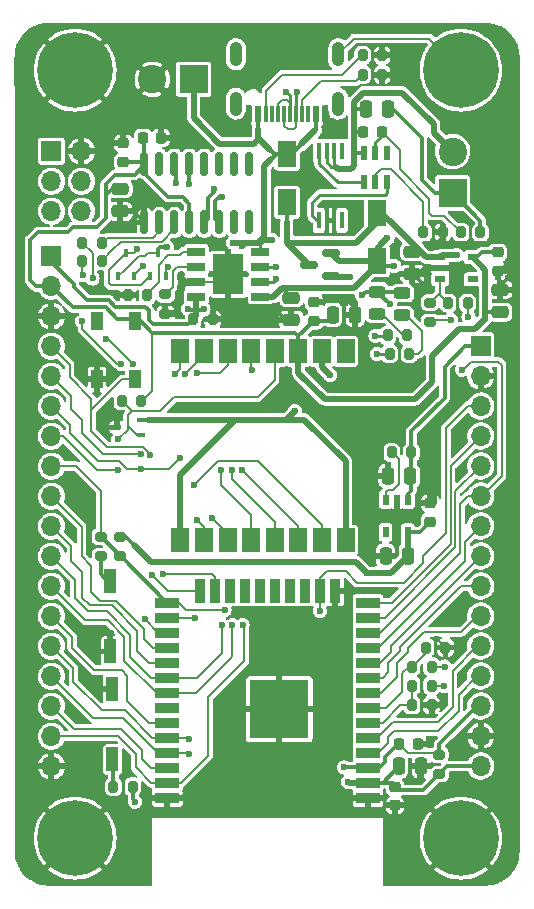
<source format=gtl>
G04 #@! TF.GenerationSoftware,KiCad,Pcbnew,(6.0.7)*
G04 #@! TF.CreationDate,2022-10-20T15:16:27+05:30*
G04 #@! TF.ProjectId,lornode,6c6f726e-6f64-4652-9e6b-696361645f70,rev?*
G04 #@! TF.SameCoordinates,Original*
G04 #@! TF.FileFunction,Copper,L1,Top*
G04 #@! TF.FilePolarity,Positive*
%FSLAX46Y46*%
G04 Gerber Fmt 4.6, Leading zero omitted, Abs format (unit mm)*
G04 Created by KiCad (PCBNEW (6.0.7)) date 2022-10-20 15:16:27*
%MOMM*%
%LPD*%
G01*
G04 APERTURE LIST*
G04 Aperture macros list*
%AMRoundRect*
0 Rectangle with rounded corners*
0 $1 Rounding radius*
0 $2 $3 $4 $5 $6 $7 $8 $9 X,Y pos of 4 corners*
0 Add a 4 corners polygon primitive as box body*
4,1,4,$2,$3,$4,$5,$6,$7,$8,$9,$2,$3,0*
0 Add four circle primitives for the rounded corners*
1,1,$1+$1,$2,$3*
1,1,$1+$1,$4,$5*
1,1,$1+$1,$6,$7*
1,1,$1+$1,$8,$9*
0 Add four rect primitives between the rounded corners*
20,1,$1+$1,$2,$3,$4,$5,0*
20,1,$1+$1,$4,$5,$6,$7,0*
20,1,$1+$1,$6,$7,$8,$9,0*
20,1,$1+$1,$8,$9,$2,$3,0*%
G04 Aperture macros list end*
G04 #@! TA.AperFunction,SMDPad,CuDef*
%ADD10R,0.600000X1.200000*%
G04 #@! TD*
G04 #@! TA.AperFunction,SMDPad,CuDef*
%ADD11RoundRect,0.200000X-0.200000X-0.275000X0.200000X-0.275000X0.200000X0.275000X-0.200000X0.275000X0*%
G04 #@! TD*
G04 #@! TA.AperFunction,SMDPad,CuDef*
%ADD12R,0.700000X0.450000*%
G04 #@! TD*
G04 #@! TA.AperFunction,SMDPad,CuDef*
%ADD13RoundRect,0.200000X-0.275000X0.200000X-0.275000X-0.200000X0.275000X-0.200000X0.275000X0.200000X0*%
G04 #@! TD*
G04 #@! TA.AperFunction,SMDPad,CuDef*
%ADD14RoundRect,0.243750X0.456250X-0.243750X0.456250X0.243750X-0.456250X0.243750X-0.456250X-0.243750X0*%
G04 #@! TD*
G04 #@! TA.AperFunction,SMDPad,CuDef*
%ADD15RoundRect,0.200000X0.200000X0.275000X-0.200000X0.275000X-0.200000X-0.275000X0.200000X-0.275000X0*%
G04 #@! TD*
G04 #@! TA.AperFunction,SMDPad,CuDef*
%ADD16R,1.000000X2.000000*%
G04 #@! TD*
G04 #@! TA.AperFunction,ComponentPad*
%ADD17O,1.700000X1.700000*%
G04 #@! TD*
G04 #@! TA.AperFunction,ComponentPad*
%ADD18R,1.700000X1.700000*%
G04 #@! TD*
G04 #@! TA.AperFunction,SMDPad,CuDef*
%ADD19R,1.500000X2.000000*%
G04 #@! TD*
G04 #@! TA.AperFunction,SMDPad,CuDef*
%ADD20RoundRect,0.200000X0.275000X-0.200000X0.275000X0.200000X-0.275000X0.200000X-0.275000X-0.200000X0*%
G04 #@! TD*
G04 #@! TA.AperFunction,SMDPad,CuDef*
%ADD21RoundRect,0.225000X-0.250000X0.225000X-0.250000X-0.225000X0.250000X-0.225000X0.250000X0.225000X0*%
G04 #@! TD*
G04 #@! TA.AperFunction,SMDPad,CuDef*
%ADD22R,0.450000X0.700000*%
G04 #@! TD*
G04 #@! TA.AperFunction,SMDPad,CuDef*
%ADD23R,1.000000X1.500000*%
G04 #@! TD*
G04 #@! TA.AperFunction,ComponentPad*
%ADD24C,6.400000*%
G04 #@! TD*
G04 #@! TA.AperFunction,SMDPad,CuDef*
%ADD25RoundRect,0.250000X-0.250000X-0.475000X0.250000X-0.475000X0.250000X0.475000X-0.250000X0.475000X0*%
G04 #@! TD*
G04 #@! TA.AperFunction,SMDPad,CuDef*
%ADD26RoundRect,0.150000X0.150000X-0.825000X0.150000X0.825000X-0.150000X0.825000X-0.150000X-0.825000X0*%
G04 #@! TD*
G04 #@! TA.AperFunction,ComponentPad*
%ADD27O,1.050000X2.100000*%
G04 #@! TD*
G04 #@! TA.AperFunction,SMDPad,CuDef*
%ADD28R,0.300000X1.450000*%
G04 #@! TD*
G04 #@! TA.AperFunction,SMDPad,CuDef*
%ADD29R,0.600000X1.450000*%
G04 #@! TD*
G04 #@! TA.AperFunction,ComponentPad*
%ADD30C,2.400000*%
G04 #@! TD*
G04 #@! TA.AperFunction,ComponentPad*
%ADD31R,2.400000X2.400000*%
G04 #@! TD*
G04 #@! TA.AperFunction,SMDPad,CuDef*
%ADD32RoundRect,0.225000X0.225000X0.250000X-0.225000X0.250000X-0.225000X-0.250000X0.225000X-0.250000X0*%
G04 #@! TD*
G04 #@! TA.AperFunction,SMDPad,CuDef*
%ADD33R,0.558800X0.946899*%
G04 #@! TD*
G04 #@! TA.AperFunction,SMDPad,CuDef*
%ADD34RoundRect,0.250000X0.250000X0.475000X-0.250000X0.475000X-0.250000X-0.475000X0.250000X-0.475000X0*%
G04 #@! TD*
G04 #@! TA.AperFunction,SMDPad,CuDef*
%ADD35RoundRect,0.225000X0.250000X-0.225000X0.250000X0.225000X-0.250000X0.225000X-0.250000X-0.225000X0*%
G04 #@! TD*
G04 #@! TA.AperFunction,SMDPad,CuDef*
%ADD36R,2.513000X3.402000*%
G04 #@! TD*
G04 #@! TA.AperFunction,SMDPad,CuDef*
%ADD37R,1.525000X0.700000*%
G04 #@! TD*
G04 #@! TA.AperFunction,SMDPad,CuDef*
%ADD38R,1.550000X2.200000*%
G04 #@! TD*
G04 #@! TA.AperFunction,SMDPad,CuDef*
%ADD39RoundRect,0.150000X0.587500X0.150000X-0.587500X0.150000X-0.587500X-0.150000X0.587500X-0.150000X0*%
G04 #@! TD*
G04 #@! TA.AperFunction,SMDPad,CuDef*
%ADD40RoundRect,0.225000X-0.225000X-0.250000X0.225000X-0.250000X0.225000X0.250000X-0.225000X0.250000X0*%
G04 #@! TD*
G04 #@! TA.AperFunction,SMDPad,CuDef*
%ADD41R,5.000000X5.000000*%
G04 #@! TD*
G04 #@! TA.AperFunction,SMDPad,CuDef*
%ADD42R,2.000000X0.900000*%
G04 #@! TD*
G04 #@! TA.AperFunction,SMDPad,CuDef*
%ADD43R,0.900000X2.000000*%
G04 #@! TD*
G04 #@! TA.AperFunction,SMDPad,CuDef*
%ADD44R,0.946899X0.558800*%
G04 #@! TD*
G04 #@! TA.AperFunction,SMDPad,CuDef*
%ADD45RoundRect,0.250000X-0.475000X0.250000X-0.475000X-0.250000X0.475000X-0.250000X0.475000X0.250000X0*%
G04 #@! TD*
G04 #@! TA.AperFunction,SMDPad,CuDef*
%ADD46R,0.450000X1.475000*%
G04 #@! TD*
G04 #@! TA.AperFunction,SMDPad,CuDef*
%ADD47RoundRect,0.250000X0.475000X-0.250000X0.475000X0.250000X-0.475000X0.250000X-0.475000X-0.250000X0*%
G04 #@! TD*
G04 #@! TA.AperFunction,ViaPad*
%ADD48C,0.600000*%
G04 #@! TD*
G04 #@! TA.AperFunction,Conductor*
%ADD49C,0.300000*%
G04 #@! TD*
G04 #@! TA.AperFunction,Conductor*
%ADD50C,0.500000*%
G04 #@! TD*
G04 #@! TA.AperFunction,Conductor*
%ADD51C,0.200000*%
G04 #@! TD*
G04 #@! TA.AperFunction,Conductor*
%ADD52C,0.250000*%
G04 #@! TD*
G04 #@! TA.AperFunction,Conductor*
%ADD53C,0.150000*%
G04 #@! TD*
G04 APERTURE END LIST*
D10*
X181041000Y-57043000D03*
X181991000Y-57043000D03*
X182941000Y-57043000D03*
X182941000Y-59543000D03*
X181991000Y-59543000D03*
X181041000Y-59543000D03*
D11*
X162673800Y-69088000D03*
X161023800Y-69088000D03*
D12*
X160120800Y-80264000D03*
X162120800Y-79614000D03*
X162120800Y-80914000D03*
D13*
X158750000Y-91186000D03*
X158750000Y-89536000D03*
D14*
X184277000Y-68912500D03*
X184277000Y-70787500D03*
D15*
X157163000Y-64643000D03*
X158813000Y-64643000D03*
X185090800Y-103784400D03*
X186740800Y-103784400D03*
D13*
X160401000Y-91186000D03*
X160401000Y-89536000D03*
D11*
X186753000Y-100533200D03*
X185103000Y-100533200D03*
D16*
X159553500Y-93281500D03*
X159553500Y-99250500D03*
D17*
X157099000Y-61976000D03*
X154559000Y-61976000D03*
X157099000Y-59436000D03*
X154559000Y-59436000D03*
X157099000Y-56896000D03*
D18*
X154559000Y-56896000D03*
D11*
X189801000Y-69748400D03*
X188151000Y-69748400D03*
D13*
X186613800Y-71360800D03*
X186613800Y-69710800D03*
D19*
X179466000Y-89838800D03*
X177466000Y-89838800D03*
X175466000Y-89838800D03*
X173466000Y-89838800D03*
X171466000Y-89838800D03*
X169466000Y-89838800D03*
X167466000Y-89838800D03*
X165466000Y-89838800D03*
X165466000Y-73838800D03*
X167466000Y-73838800D03*
X169466000Y-73838800D03*
X171466000Y-73838800D03*
X173466000Y-73838800D03*
X175466000Y-73838800D03*
X177466000Y-73838800D03*
X179466000Y-73838800D03*
D20*
X187401200Y-107988600D03*
X187401200Y-109638600D03*
D15*
X159804600Y-110693200D03*
X161454600Y-110693200D03*
D21*
X183642000Y-112281000D03*
X183642000Y-110731000D03*
D22*
X163576000Y-65497200D03*
X164226000Y-67497200D03*
X162926000Y-67497200D03*
D23*
X161620000Y-76211600D03*
X158420000Y-76211600D03*
X158420000Y-71311600D03*
X161620000Y-71311600D03*
D11*
X168211000Y-71120000D03*
X166561000Y-71120000D03*
D24*
X156564000Y-50038000D03*
D11*
X187706000Y-63754000D03*
X186056000Y-63754000D03*
D15*
X186271400Y-98915200D03*
X187921400Y-98915200D03*
D25*
X180274000Y-70739000D03*
X178374000Y-70739000D03*
D26*
X162433000Y-57977000D03*
X163703000Y-57977000D03*
X164973000Y-57977000D03*
X166243000Y-57977000D03*
X167513000Y-57977000D03*
X168783000Y-57977000D03*
X170053000Y-57977000D03*
X171323000Y-57977000D03*
X171323000Y-62927000D03*
X170053000Y-62927000D03*
X168783000Y-62927000D03*
X167513000Y-62927000D03*
X166243000Y-62927000D03*
X164973000Y-62927000D03*
X163703000Y-62927000D03*
X162433000Y-62927000D03*
D27*
X170190000Y-48683500D03*
X178830000Y-48683500D03*
X170190000Y-52863500D03*
X178830000Y-52863500D03*
D28*
X176260000Y-53778500D03*
X175260000Y-53778500D03*
X173760000Y-53778500D03*
X172760000Y-53778500D03*
D29*
X172060000Y-53778500D03*
X171260000Y-53778500D03*
D28*
X173260000Y-53778500D03*
X174260000Y-53778500D03*
X174760000Y-53778500D03*
X175760000Y-53778500D03*
D29*
X176960000Y-53778500D03*
X177760000Y-53778500D03*
D30*
X188530000Y-56924000D03*
D31*
X188530000Y-60424000D03*
D17*
X154559000Y-108966000D03*
X154559000Y-106426000D03*
X154559000Y-103886000D03*
X154559000Y-101346000D03*
X154559000Y-98806000D03*
X154559000Y-96266000D03*
X154559000Y-93726000D03*
X154559000Y-91186000D03*
X154559000Y-88646000D03*
X154559000Y-86106000D03*
X154559000Y-83566000D03*
X154559000Y-81026000D03*
X154559000Y-78486000D03*
X154559000Y-75946000D03*
X154559000Y-73406000D03*
X154559000Y-70866000D03*
X154559000Y-68326000D03*
D18*
X154559000Y-65786000D03*
D32*
X162293000Y-55753000D03*
X163843000Y-55753000D03*
D21*
X192328800Y-67018200D03*
X192328800Y-65468200D03*
D15*
X160515800Y-78028800D03*
X162165800Y-78028800D03*
D33*
X184734200Y-89157551D03*
X182854600Y-89157551D03*
X182854600Y-86407249D03*
X183794400Y-86407249D03*
X184734200Y-86407249D03*
D11*
X158813000Y-66200000D03*
X157163000Y-66200000D03*
D34*
X181168000Y-53340000D03*
X183068000Y-53340000D03*
D11*
X182562000Y-50419000D03*
X180912000Y-50419000D03*
D35*
X186639200Y-86702600D03*
X186639200Y-88252600D03*
D36*
X169545000Y-67310000D03*
D37*
X172257000Y-65405000D03*
X172257000Y-66675000D03*
X172257000Y-67945000D03*
X172257000Y-69215000D03*
X166833000Y-69215000D03*
X166833000Y-67945000D03*
X166833000Y-66675000D03*
X166833000Y-65405000D03*
D35*
X160655000Y-56235000D03*
X160655000Y-57785000D03*
D38*
X182118000Y-62085000D03*
X182118000Y-66185000D03*
D16*
X159724500Y-108394500D03*
X159724500Y-102425500D03*
D39*
X176354500Y-66487000D03*
X178229500Y-65537000D03*
X178229500Y-67437000D03*
D40*
X185560000Y-107061000D03*
X184010000Y-107061000D03*
D34*
X182844400Y-91135200D03*
X184744400Y-91135200D03*
D14*
X182118000Y-68785500D03*
X182118000Y-70660500D03*
D41*
X173863000Y-104140000D03*
D42*
X164363000Y-111640000D03*
X164363000Y-110370000D03*
X164363000Y-109100000D03*
X164363000Y-107830000D03*
X164363000Y-106560000D03*
X164363000Y-105290000D03*
X164363000Y-104020000D03*
X164363000Y-102750000D03*
X164363000Y-101480000D03*
X164363000Y-100210000D03*
X164363000Y-98940000D03*
X164363000Y-97670000D03*
X164363000Y-96400000D03*
X164363000Y-95130000D03*
D43*
X167148000Y-94130000D03*
X168418000Y-94130000D03*
X169688000Y-94130000D03*
X170958000Y-94130000D03*
X172228000Y-94130000D03*
X173498000Y-94130000D03*
X174768000Y-94130000D03*
X176038000Y-94130000D03*
X177308000Y-94130000D03*
X178578000Y-94130000D03*
D42*
X181363000Y-95130000D03*
X181363000Y-96400000D03*
X181363000Y-97670000D03*
X181363000Y-98940000D03*
X181363000Y-100210000D03*
X181363000Y-101480000D03*
X181363000Y-102750000D03*
X181363000Y-104020000D03*
X181363000Y-105290000D03*
X181363000Y-106560000D03*
X181363000Y-107830000D03*
X181363000Y-109100000D03*
X181363000Y-110370000D03*
X181363000Y-111640000D03*
D11*
X184670200Y-72491600D03*
X183020200Y-72491600D03*
D44*
X190224151Y-65862200D03*
X190224151Y-67741800D03*
X187473849Y-67741800D03*
X187473849Y-66802000D03*
X187473849Y-65862200D03*
D25*
X185862000Y-108966000D03*
X183962000Y-108966000D03*
D11*
X186753000Y-102158800D03*
X185103000Y-102158800D03*
D34*
X183047600Y-84378800D03*
X184947600Y-84378800D03*
D32*
X180962000Y-55245000D03*
X182512000Y-55245000D03*
D45*
X174879000Y-71181000D03*
X174879000Y-69281000D03*
D46*
X179156000Y-62755000D03*
X178506000Y-62755000D03*
X177856000Y-62755000D03*
X177206000Y-62755000D03*
X177206000Y-56879000D03*
X177856000Y-56879000D03*
X178506000Y-56879000D03*
X179156000Y-56879000D03*
D11*
X182562000Y-48768000D03*
X180912000Y-48768000D03*
D24*
X189230000Y-115062000D03*
D11*
X184848000Y-74041000D03*
X183198000Y-74041000D03*
D35*
X176784000Y-69697000D03*
X176784000Y-71247000D03*
D30*
X163096000Y-50800000D03*
D31*
X166596000Y-50800000D03*
D38*
X174498000Y-57132000D03*
X174498000Y-61232000D03*
D11*
X185025800Y-82397600D03*
X183375800Y-82397600D03*
D13*
X164211000Y-70675000D03*
X164211000Y-69025000D03*
D47*
X192557400Y-68620600D03*
X192557400Y-70520600D03*
D24*
X189230000Y-50038000D03*
D45*
X160401000Y-61976000D03*
X160401000Y-60076000D03*
D22*
X160883600Y-65497200D03*
X161533600Y-67497200D03*
X160233600Y-67497200D03*
D24*
X156564000Y-115062000D03*
D17*
X190906400Y-108946000D03*
X190906400Y-106406000D03*
X190906400Y-103866000D03*
X190906400Y-101326000D03*
X190906400Y-98786000D03*
X190906400Y-96246000D03*
X190906400Y-93706000D03*
X190906400Y-91166000D03*
X190906400Y-88626000D03*
X190906400Y-86086000D03*
X190906400Y-83546000D03*
X190906400Y-81006000D03*
X190906400Y-78466000D03*
X190906400Y-75926000D03*
D18*
X190906400Y-73386000D03*
D11*
X190880000Y-63754000D03*
X189230000Y-63754000D03*
D45*
X185115200Y-67294800D03*
X185115200Y-65394800D03*
D48*
X188874400Y-65684400D03*
X189865000Y-70916800D03*
X182168800Y-92608400D03*
X181254400Y-92608400D03*
X179679600Y-110286800D03*
X158953200Y-68732400D03*
X186131200Y-68224400D03*
X158648400Y-102412800D03*
X162560000Y-112268000D03*
X170053000Y-68199000D03*
X183388000Y-118364000D03*
X178612800Y-95656400D03*
X162433000Y-61341000D03*
X167640000Y-111760000D03*
X169672000Y-111760000D03*
X169037000Y-66294000D03*
X183794400Y-87426800D03*
X181965600Y-84429600D03*
X185623200Y-110236000D03*
X184658000Y-112268000D03*
X162048645Y-118260295D03*
X164846000Y-55727600D03*
X188569600Y-66852800D03*
X183388000Y-115316000D03*
X183388000Y-113792000D03*
X170053000Y-66294000D03*
X159562800Y-97688400D03*
X171704000Y-111760000D03*
X179832000Y-111658400D03*
X162052000Y-113792000D03*
X169722800Y-55067200D03*
X162052000Y-115316000D03*
X160629600Y-55219600D03*
X170053000Y-67183000D03*
X187198000Y-98186300D03*
X179070000Y-55219600D03*
X159562800Y-76200000D03*
X187147200Y-64668400D03*
X183515000Y-50419000D03*
X181559200Y-91033600D03*
X178435000Y-61468000D03*
X169291000Y-71120000D03*
X177800000Y-111760000D03*
X165862000Y-111607600D03*
X193243200Y-67589400D03*
X183388000Y-116840000D03*
X186994800Y-85648800D03*
X169037000Y-67183000D03*
X193243200Y-66395600D03*
X186588400Y-106781600D03*
X179476400Y-69392800D03*
X169037000Y-68199000D03*
X173736000Y-111760000D03*
X187655200Y-103682800D03*
X165481000Y-67564000D03*
X162052000Y-116840000D03*
X165227000Y-70358000D03*
X159207200Y-80264000D03*
X173736000Y-70485000D03*
X165481000Y-68453000D03*
X177800000Y-69342000D03*
X170789600Y-55270400D03*
X177546000Y-61468000D03*
X175260000Y-111760000D03*
X183515000Y-48768000D03*
X178054000Y-55321200D03*
X163982400Y-92659200D03*
X162900271Y-82606962D03*
X187858400Y-100533200D03*
X183591200Y-66598800D03*
X183007000Y-64262000D03*
X166735200Y-96377200D03*
X162102800Y-83820000D03*
X166624000Y-85140800D03*
X165455600Y-82905600D03*
X180848000Y-69088000D03*
X183192274Y-69843062D03*
X170688000Y-64897000D03*
X179832000Y-67503000D03*
X173228000Y-64389000D03*
X166117462Y-70230791D03*
X187819300Y-102158800D03*
X169926000Y-64643000D03*
X167438943Y-70286472D03*
X182118000Y-74041000D03*
X173609000Y-67691000D03*
X173609000Y-66675000D03*
X181991000Y-72517000D03*
X168337801Y-60133801D03*
X174446965Y-51853268D03*
X168974199Y-60770199D03*
X175346965Y-51853268D03*
X157209877Y-67376923D03*
X157175200Y-71272400D03*
X160477200Y-74879200D03*
X166166800Y-107899200D03*
X159156400Y-72796400D03*
X158038800Y-67665600D03*
X166166800Y-106680000D03*
X161442400Y-74930000D03*
X188378379Y-71158516D03*
X189331600Y-75387200D03*
X162458400Y-96520000D03*
X160223200Y-81280000D03*
X160223200Y-83921600D03*
X166878000Y-75641200D03*
X165906259Y-75732906D03*
X168148000Y-87985600D03*
X166878000Y-88138000D03*
X165049200Y-75742800D03*
X179324000Y-109067600D03*
X162306000Y-66598800D03*
X161645600Y-111963200D03*
X170738800Y-97028000D03*
X170688000Y-83870800D03*
X169875200Y-97028000D03*
X169824400Y-83870800D03*
X161833479Y-65196926D03*
X165100000Y-59563000D03*
X164338000Y-65024000D03*
X166243000Y-59690000D03*
X168910000Y-83870800D03*
X168960800Y-96977200D03*
X178155600Y-75844400D03*
X175158400Y-78892400D03*
X171551600Y-75438000D03*
X177292000Y-95808800D03*
X162102800Y-82550000D03*
X163068000Y-92760800D03*
X164395667Y-66667971D03*
X169214800Y-95758000D03*
D49*
X184734200Y-85928200D02*
X185025800Y-85636600D01*
X182118000Y-62865000D02*
X181356000Y-63627000D01*
D50*
X182118000Y-62865000D02*
X182118000Y-62085000D01*
X180340000Y-64643000D02*
X181165500Y-63817500D01*
D49*
X184734200Y-86407249D02*
X184734200Y-85928200D01*
D50*
X180327500Y-64630500D02*
X180340000Y-64643000D01*
X181165500Y-63817500D02*
X182118000Y-62865000D01*
X183388000Y-62992000D02*
X186258200Y-65862200D01*
D49*
X185025800Y-85636600D02*
X185025800Y-81775800D01*
D50*
X183388000Y-62992000D02*
X182481000Y-62085000D01*
X186258200Y-65862200D02*
X186588400Y-65862200D01*
D49*
X182481000Y-62085000D02*
X183197500Y-62801500D01*
X185025800Y-80607400D02*
X187858400Y-77774800D01*
D51*
X189801000Y-70852800D02*
X189865000Y-70916800D01*
D50*
X183197500Y-62801500D02*
X183388000Y-62992000D01*
X187473849Y-65862200D02*
X186588400Y-65862200D01*
D49*
X187858400Y-77774800D02*
X187858400Y-75133200D01*
X187858400Y-75133200D02*
X189605600Y-73386000D01*
D50*
X176354500Y-66487000D02*
X174498000Y-64630500D01*
X188341000Y-65684400D02*
X187651649Y-65684400D01*
X182481000Y-62085000D02*
X182118000Y-62085000D01*
X181165500Y-63817500D02*
X181356000Y-63627000D01*
X188874400Y-65684400D02*
X188341000Y-65684400D01*
X174498000Y-64630500D02*
X174498000Y-62865000D01*
D49*
X185025800Y-81775800D02*
X185025800Y-80607400D01*
D50*
X174498000Y-64630500D02*
X180327500Y-64630500D01*
D51*
X189801000Y-69748400D02*
X189801000Y-70852800D01*
D49*
X174498000Y-61232000D02*
X174498000Y-62865000D01*
X189605600Y-73386000D02*
X190906400Y-73386000D01*
X185025800Y-82397600D02*
X185025800Y-81775800D01*
D50*
X187651649Y-65684400D02*
X187473849Y-65862200D01*
X181363000Y-110370000D02*
X179762800Y-110370000D01*
X181254400Y-92608400D02*
X180340000Y-91694000D01*
X184734200Y-91125000D02*
X184744400Y-91135200D01*
D49*
X183642000Y-110731000D02*
X183897000Y-110986000D01*
D50*
X183271200Y-92608400D02*
X182168800Y-92608400D01*
D49*
X184734200Y-89157551D02*
X185734249Y-89157551D01*
D50*
X184734200Y-89157551D02*
X184734200Y-91125000D01*
X184744400Y-91135200D02*
X183271200Y-92608400D01*
X179762800Y-110370000D02*
X179679600Y-110286800D01*
D49*
X183509000Y-110370000D02*
X184010000Y-110871000D01*
D50*
X163017200Y-91694000D02*
X161518600Y-90195400D01*
D49*
X182619000Y-110370000D02*
X184023000Y-108966000D01*
X160859200Y-89536000D02*
X161518600Y-90195400D01*
X186053800Y-110986000D02*
X187401200Y-109638600D01*
X181363000Y-110370000D02*
X183509000Y-110370000D01*
X183897000Y-110986000D02*
X186053800Y-110986000D01*
X185734249Y-89157551D02*
X186639200Y-88252600D01*
X187401200Y-109638600D02*
X188083800Y-108956000D01*
X160401000Y-89536000D02*
X160859200Y-89536000D01*
X188083800Y-108956000D02*
X190605000Y-108956000D01*
D50*
X180340000Y-91694000D02*
X163017200Y-91694000D01*
D49*
X181363000Y-110370000D02*
X182619000Y-110370000D01*
D50*
X182168800Y-92608400D02*
X181254400Y-92608400D01*
D51*
X159551200Y-76211600D02*
X159562800Y-76200000D01*
D49*
X160120800Y-80264000D02*
X159207200Y-80264000D01*
X161163000Y-61976000D02*
X161482000Y-61976000D01*
D50*
X165862000Y-67945000D02*
X165481000Y-67564000D01*
D52*
X187706000Y-63754000D02*
X187706000Y-64109600D01*
D51*
X181660800Y-91135200D02*
X181559200Y-91033600D01*
D53*
X161023800Y-69088000D02*
X160905200Y-68969400D01*
D52*
X187706000Y-64109600D02*
X187147200Y-64668400D01*
D49*
X178578000Y-94130000D02*
X178578000Y-95621600D01*
D51*
X187921400Y-98915200D02*
X187921400Y-98909700D01*
D50*
X165989000Y-67945000D02*
X165481000Y-68453000D01*
D49*
X161482000Y-61976000D02*
X162433000Y-62927000D01*
D51*
X186740800Y-103784400D02*
X187553600Y-103784400D01*
D49*
X185560000Y-107061000D02*
X186309000Y-107061000D01*
D51*
X185608000Y-108966000D02*
X185608000Y-110220800D01*
X183642000Y-112281000D02*
X184645000Y-112281000D01*
D49*
X178578000Y-95621600D02*
X178612800Y-95656400D01*
D51*
X187921400Y-98909700D02*
X187198000Y-98186300D01*
D49*
X185115200Y-67294800D02*
X185201600Y-67294800D01*
X164363000Y-111640000D02*
X165829600Y-111640000D01*
X181363000Y-111640000D02*
X179850400Y-111640000D01*
D50*
X166833000Y-67945000D02*
X165989000Y-67945000D01*
D51*
X182844400Y-91135200D02*
X181660800Y-91135200D01*
D49*
X174879000Y-71181000D02*
X174432000Y-71181000D01*
X186309000Y-107061000D02*
X186588400Y-106781600D01*
X186994800Y-86702600D02*
X186994800Y-85648800D01*
X180274000Y-70739000D02*
X180274000Y-70190400D01*
X160655000Y-56235000D02*
X160655000Y-55245000D01*
D50*
X166833000Y-67945000D02*
X165862000Y-67945000D01*
D49*
X162433000Y-62927000D02*
X162433000Y-61341000D01*
X164820600Y-55753000D02*
X164846000Y-55727600D01*
D51*
X184645000Y-112281000D02*
X184658000Y-112268000D01*
D50*
X168211000Y-71120000D02*
X169291000Y-71120000D01*
D49*
X177445000Y-69697000D02*
X177800000Y-69342000D01*
X159553500Y-99504500D02*
X159553500Y-97697700D01*
X185115200Y-67294800D02*
X185587600Y-67294800D01*
X192557400Y-68620600D02*
X192557400Y-68275200D01*
X177856000Y-62755000D02*
X177856000Y-61778000D01*
X192328800Y-67018200D02*
X192620600Y-67018200D01*
D51*
X158661100Y-102425500D02*
X158648400Y-102412800D01*
D49*
X161163000Y-61976000D02*
X161798000Y-61976000D01*
D51*
X164211000Y-70421000D02*
X165164000Y-70421000D01*
D49*
X179850400Y-111640000D02*
X179832000Y-111658400D01*
X160655000Y-55245000D02*
X160629600Y-55219600D01*
D51*
X159724500Y-102425500D02*
X158661100Y-102425500D01*
D49*
X176784000Y-69697000D02*
X177445000Y-69697000D01*
X177856000Y-61778000D02*
X177546000Y-61468000D01*
X192557400Y-68275200D02*
X193243200Y-67589400D01*
X187473849Y-66802000D02*
X188264800Y-66802000D01*
D50*
X187473849Y-66802000D02*
X188518800Y-66802000D01*
D49*
X160401000Y-61976000D02*
X161163000Y-61976000D01*
D50*
X188264800Y-66802000D02*
X188518800Y-66802000D01*
D51*
X187553600Y-103784400D02*
X187655200Y-103682800D01*
X166833000Y-67945000D02*
X168910000Y-67945000D01*
D49*
X178506000Y-61539000D02*
X178435000Y-61468000D01*
D51*
X160401000Y-61976000D02*
X160528000Y-61976000D01*
D49*
X163843000Y-55753000D02*
X164820600Y-55753000D01*
X161798000Y-61976000D02*
X162433000Y-61341000D01*
X183794400Y-86407249D02*
X183794400Y-87426800D01*
D50*
X188518800Y-66802000D02*
X188569600Y-66852800D01*
D52*
X182562000Y-50419000D02*
X183515000Y-50419000D01*
D49*
X183047600Y-84378800D02*
X182016400Y-84378800D01*
X182016400Y-84378800D02*
X181965600Y-84429600D01*
X180274000Y-70190400D02*
X179476400Y-69392800D01*
X174432000Y-71181000D02*
X173736000Y-70485000D01*
X165829600Y-111640000D02*
X165862000Y-111607600D01*
D51*
X158420000Y-76211600D02*
X159551200Y-76211600D01*
D49*
X159553500Y-97697700D02*
X159562800Y-97688400D01*
X177856000Y-62755000D02*
X178506000Y-62755000D01*
D51*
X165164000Y-70421000D02*
X165227000Y-70358000D01*
D53*
X159190200Y-68969400D02*
X158953200Y-68732400D01*
D51*
X185608000Y-110220800D02*
X185623200Y-110236000D01*
D49*
X178506000Y-62755000D02*
X178506000Y-61539000D01*
X192620600Y-67018200D02*
X193243200Y-66395600D01*
X186080400Y-66802000D02*
X187473849Y-66802000D01*
D53*
X160905200Y-68969400D02*
X159190200Y-68969400D01*
D49*
X185201600Y-67294800D02*
X186131200Y-68224400D01*
D51*
X168910000Y-67945000D02*
X169545000Y-67310000D01*
D49*
X185587600Y-67294800D02*
X186080400Y-66802000D01*
D52*
X182562000Y-48768000D02*
X183515000Y-48768000D01*
D50*
X190906400Y-71450200D02*
X191185800Y-71170800D01*
D49*
X192557400Y-70520600D02*
X191429600Y-70520600D01*
X176784000Y-71247000D02*
X177866000Y-71247000D01*
X161620000Y-71311600D02*
X162102600Y-71311600D01*
D50*
X189077600Y-71932800D02*
X190423800Y-71932800D01*
X191282400Y-71074200D02*
X191282400Y-66920449D01*
X191303800Y-71103600D02*
X191303800Y-70646400D01*
X191185800Y-71170800D02*
X191236600Y-71170800D01*
D49*
X159156400Y-59690000D02*
X159969200Y-58877200D01*
D50*
X190423800Y-71932800D02*
X190906400Y-71450200D01*
D51*
X162255200Y-78028800D02*
X163079400Y-77204600D01*
D49*
X154559000Y-68326000D02*
X153263600Y-68326000D01*
D51*
X163079400Y-77204600D02*
X163079400Y-72288400D01*
D49*
X162433000Y-58750200D02*
X164439600Y-60756800D01*
X155956000Y-63754000D02*
X156413200Y-63296800D01*
X159969200Y-58877200D02*
X161594800Y-58877200D01*
X159156400Y-60604400D02*
X159156400Y-59690000D01*
X175466000Y-73838800D02*
X175466000Y-72538800D01*
X159156400Y-60604400D02*
X159684800Y-60076000D01*
D51*
X162165800Y-78028800D02*
X162255200Y-78028800D01*
D49*
X162433000Y-55893000D02*
X162293000Y-55753000D01*
D50*
X186791600Y-74218800D02*
X187858400Y-73152000D01*
D49*
X159164000Y-70111600D02*
X156344600Y-70111600D01*
X152755600Y-64414400D02*
X153416000Y-63754000D01*
X166243000Y-61341000D02*
X166243000Y-62927000D01*
X190224151Y-65862200D02*
X190576200Y-65862200D01*
X162102600Y-71311600D02*
X163079400Y-72288400D01*
X160121600Y-71069200D02*
X159164000Y-70111600D01*
X190970200Y-65468200D02*
X192328800Y-65468200D01*
D50*
X191282400Y-66920449D02*
X190224151Y-65862200D01*
D49*
X177866000Y-71247000D02*
X178374000Y-70739000D01*
X156413200Y-63296800D02*
X158445200Y-63296800D01*
X158445200Y-63296800D02*
X159156400Y-62585600D01*
X191429600Y-70520600D02*
X191303800Y-70646400D01*
X190576200Y-65862200D02*
X190970200Y-65468200D01*
X161377600Y-71069200D02*
X160121600Y-71069200D01*
X153416000Y-63754000D02*
X155956000Y-63754000D01*
X159684800Y-60076000D02*
X160401000Y-60076000D01*
D50*
X187858400Y-73152000D02*
X189077600Y-71932800D01*
D49*
X175466000Y-72565000D02*
X176784000Y-71247000D01*
X159156400Y-62585600D02*
X159156400Y-60604400D01*
X161594800Y-58877200D02*
X162433000Y-58039000D01*
X162241000Y-57785000D02*
X162433000Y-57977000D01*
D50*
X175466000Y-73534000D02*
X175466000Y-75644000D01*
D49*
X164439600Y-60756800D02*
X165658800Y-60756800D01*
X152755600Y-67818000D02*
X152755600Y-64414400D01*
D50*
X185369200Y-77876400D02*
X186791600Y-76454000D01*
D49*
X162433000Y-57977000D02*
X162433000Y-58750200D01*
X175466000Y-72538800D02*
X175215600Y-72288400D01*
X160655000Y-57785000D02*
X162241000Y-57785000D01*
X153263600Y-68326000D02*
X152755600Y-67818000D01*
D50*
X186791600Y-76454000D02*
X186791600Y-74218800D01*
D49*
X161620000Y-71311600D02*
X161377600Y-71069200D01*
X156344600Y-70111600D02*
X154559000Y-68326000D01*
X162433000Y-57977000D02*
X162433000Y-55893000D01*
D50*
X191236600Y-71170800D02*
X191303800Y-71103600D01*
D49*
X175466000Y-73534000D02*
X175466000Y-72565000D01*
X165658800Y-60756800D02*
X166243000Y-61341000D01*
X175215600Y-72288400D02*
X163079400Y-72288400D01*
X162433000Y-58039000D02*
X162433000Y-57977000D01*
D50*
X175466000Y-75644000D02*
X177698400Y-77876400D01*
X177698400Y-77876400D02*
X185369200Y-77876400D01*
X190906400Y-71450200D02*
X191282400Y-71074200D01*
D51*
X156108400Y-76047600D02*
X157937200Y-77876400D01*
X157937200Y-78841600D02*
X160567200Y-76211600D01*
X168418000Y-92930000D02*
X168147200Y-92659200D01*
X156108400Y-74955400D02*
X156108400Y-76047600D01*
X168147200Y-92659200D02*
X163982400Y-92659200D01*
X168418000Y-94130000D02*
X168418000Y-92930000D01*
X160567200Y-76211600D02*
X161620000Y-76211600D01*
X157937200Y-80619600D02*
X159258000Y-81940400D01*
X154559000Y-73406000D02*
X156108400Y-74955400D01*
X162900271Y-82498942D02*
X162900271Y-82606962D01*
X162341729Y-81940400D02*
X162900271Y-82498942D01*
X157937200Y-77876400D02*
X157937200Y-78841600D01*
X157937200Y-78841600D02*
X157937200Y-80619600D01*
X159258000Y-81940400D02*
X162341729Y-81940400D01*
X178830000Y-48683500D02*
X180142500Y-47371000D01*
X186563000Y-47371000D02*
X189230000Y-50038000D01*
X180142500Y-47371000D02*
X186563000Y-47371000D01*
X177387000Y-50959000D02*
X180372000Y-50959000D01*
X175760000Y-53778500D02*
X175760000Y-52586000D01*
X175760000Y-52586000D02*
X177387000Y-50959000D01*
X180372000Y-50959000D02*
X180912000Y-50419000D01*
D50*
X181038500Y-67627500D02*
X180848000Y-67818000D01*
D49*
X185928000Y-55753000D02*
X185928000Y-59309000D01*
X182118000Y-66548000D02*
X181038500Y-67627500D01*
D50*
X180210000Y-68456000D02*
X175323000Y-68456000D01*
D49*
X183515000Y-53340000D02*
X185928000Y-55753000D01*
X190880000Y-62774000D02*
X188530000Y-60424000D01*
X185928000Y-59309000D02*
X187071000Y-60452000D01*
D50*
X180957000Y-66185000D02*
X182118000Y-66185000D01*
D49*
X174879000Y-69281000D02*
X174879000Y-69215000D01*
D50*
X173355000Y-69215000D02*
X174117000Y-68453000D01*
X182118000Y-66548000D02*
X180848000Y-67818000D01*
X182118000Y-65151000D02*
X182499000Y-64770000D01*
X182499000Y-64770000D02*
X183007000Y-64262000D01*
X172257000Y-69215000D02*
X173355000Y-69215000D01*
D49*
X183068000Y-53340000D02*
X183515000Y-53340000D01*
D50*
X182118000Y-66185000D02*
X182118000Y-66548000D01*
X178877500Y-66185000D02*
X178229500Y-65537000D01*
D49*
X174879000Y-69215000D02*
X174117000Y-68453000D01*
D50*
X175320000Y-68453000D02*
X175323000Y-68456000D01*
X180957000Y-66185000D02*
X178877500Y-66185000D01*
X174117000Y-68453000D02*
X175320000Y-68453000D01*
D49*
X182531800Y-66598800D02*
X182118000Y-66185000D01*
D50*
X180848000Y-67818000D02*
X180210000Y-68456000D01*
D51*
X186753000Y-100533200D02*
X187858400Y-100533200D01*
D49*
X190880000Y-63754000D02*
X190880000Y-62774000D01*
D50*
X182118000Y-66185000D02*
X182118000Y-65151000D01*
D49*
X188502000Y-60452000D02*
X188530000Y-60424000D01*
X183591200Y-66598800D02*
X182531800Y-66598800D01*
X187071000Y-60452000D02*
X188502000Y-60452000D01*
D50*
X186944000Y-54610000D02*
X186944000Y-55338000D01*
X179959000Y-58420000D02*
X180213000Y-58166000D01*
X180213000Y-53594000D02*
X180213000Y-52832000D01*
X186944000Y-55338000D02*
X188530000Y-56924000D01*
X181737000Y-51943000D02*
X180975000Y-51943000D01*
D49*
X181168000Y-53340000D02*
X180467000Y-53340000D01*
D52*
X178506000Y-56879000D02*
X178506000Y-58110000D01*
D50*
X178625500Y-58229500D02*
X178816000Y-58420000D01*
D52*
X178625500Y-58229500D02*
X178260318Y-58229500D01*
X177856000Y-57825182D02*
X177856000Y-56879000D01*
D50*
X181737000Y-51943000D02*
X184277000Y-51943000D01*
D49*
X180467000Y-53340000D02*
X180213000Y-53594000D01*
D50*
X180213000Y-57277000D02*
X180213000Y-55245000D01*
D52*
X178506000Y-58110000D02*
X178625500Y-58229500D01*
D49*
X180447000Y-57043000D02*
X180213000Y-57277000D01*
X180962000Y-55245000D02*
X180213000Y-55245000D01*
X181041000Y-57043000D02*
X180447000Y-57043000D01*
D50*
X180213000Y-52705000D02*
X180657500Y-52260500D01*
X180213000Y-58166000D02*
X180213000Y-57277000D01*
D52*
X178260318Y-58229500D02*
X177856000Y-57825182D01*
D50*
X184277000Y-51943000D02*
X186944000Y-54610000D01*
X180975000Y-51943000D02*
X180657500Y-52260500D01*
X180213000Y-55245000D02*
X180213000Y-53594000D01*
X180213000Y-52832000D02*
X180213000Y-52705000D01*
X178816000Y-58420000D02*
X179959000Y-58420000D01*
D51*
X164385800Y-96377200D02*
X166735200Y-96377200D01*
X164363000Y-96400000D02*
X164385800Y-96377200D01*
X172059600Y-83108800D02*
X168656000Y-83108800D01*
X156159200Y-80772000D02*
X156159200Y-80086200D01*
X164541200Y-83820000D02*
X165455600Y-82905600D01*
X168656000Y-83108800D02*
X166624000Y-85140800D01*
X177466000Y-88515200D02*
X172059600Y-83108800D01*
X158528935Y-83141735D02*
X156159200Y-80772000D01*
X177466000Y-89838800D02*
X177466000Y-88515200D01*
X162102800Y-83820000D02*
X164541200Y-83820000D01*
X162102800Y-83820000D02*
X160970129Y-83820000D01*
X160291865Y-83141735D02*
X158528935Y-83141735D01*
X156159200Y-80086200D02*
X154559000Y-78486000D01*
X160970129Y-83820000D02*
X160291865Y-83141735D01*
D52*
X182512000Y-55245000D02*
X182512000Y-55613000D01*
D51*
X184051843Y-56784843D02*
X182512000Y-55245000D01*
X186817000Y-62357000D02*
X186563000Y-62103000D01*
D52*
X181991000Y-56134000D02*
X181991000Y-57043000D01*
D51*
X186563000Y-62103000D02*
X186563000Y-60902314D01*
D52*
X182512000Y-55613000D02*
X181991000Y-56134000D01*
D51*
X186563000Y-60902314D02*
X184051843Y-58391157D01*
X184051843Y-58391157D02*
X184051843Y-56784843D01*
X187833000Y-62357000D02*
X186817000Y-62357000D01*
X189230000Y-63754000D02*
X187833000Y-62357000D01*
X185928000Y-72136000D02*
X185928000Y-73710800D01*
X185928000Y-73710800D02*
X185572400Y-74066400D01*
X185572400Y-74066400D02*
X184873400Y-74066400D01*
X184873400Y-74066400D02*
X184848000Y-74041000D01*
X184277000Y-70787500D02*
X184579500Y-70787500D01*
X184579500Y-70787500D02*
X185928000Y-72136000D01*
D50*
X171704000Y-56261000D02*
X168783000Y-56261000D01*
X175704500Y-56324500D02*
X176911000Y-55118000D01*
D49*
X162814000Y-70355600D02*
X162511600Y-70053200D01*
X159410400Y-69494400D02*
X157581600Y-69494400D01*
D50*
X172085000Y-55753000D02*
X172085000Y-55880000D01*
D49*
X154559000Y-66268600D02*
X154559000Y-65786000D01*
D50*
X172060000Y-55016000D02*
X172060000Y-55728000D01*
D49*
X166833000Y-70313000D02*
X167412415Y-70313000D01*
X174498000Y-57132000D02*
X174897000Y-57132000D01*
D50*
X170688000Y-64897000D02*
X170942000Y-64643000D01*
D49*
X174897000Y-57132000D02*
X175704500Y-56324500D01*
D50*
X172593000Y-58166000D02*
X173164500Y-57594500D01*
D49*
X172060000Y-53778500D02*
X172060000Y-55016000D01*
X156438600Y-68351400D02*
X156438600Y-68148200D01*
X182134712Y-68785500D02*
X183192274Y-69843062D01*
X156438600Y-68148200D02*
X154559000Y-66268600D01*
D52*
X172257000Y-64725000D02*
X172593000Y-64389000D01*
D49*
X166833000Y-70313000D02*
X166199671Y-70313000D01*
D50*
X172593000Y-64389000D02*
X172593000Y-64135000D01*
X179832000Y-67503000D02*
X178295500Y-67503000D01*
X166833000Y-70848000D02*
X166561000Y-71120000D01*
D49*
X174498000Y-57132000D02*
X173627000Y-57132000D01*
X166156000Y-71525000D02*
X163168200Y-71525000D01*
X182118000Y-68785500D02*
X182134712Y-68785500D01*
D50*
X172593000Y-64389000D02*
X173228000Y-64389000D01*
X169926000Y-64643000D02*
X171196000Y-64643000D01*
X172085000Y-64643000D02*
X172593000Y-64135000D01*
X166833000Y-70313000D02*
X166833000Y-70848000D01*
D49*
X159969200Y-70053200D02*
X159410400Y-69494400D01*
X167412415Y-70313000D02*
X167438943Y-70286472D01*
X157581600Y-69494400D02*
X156438600Y-68351400D01*
X181150500Y-68785500D02*
X184277000Y-68785500D01*
X176960000Y-55069000D02*
X176911000Y-55118000D01*
X173627000Y-57132000D02*
X173164500Y-57594500D01*
X162814000Y-71170800D02*
X162814000Y-70355600D01*
X174498000Y-57132000D02*
X173464000Y-57132000D01*
D50*
X172060000Y-55728000D02*
X172085000Y-55753000D01*
D49*
X176960000Y-53778500D02*
X176960000Y-55069000D01*
X173464000Y-57132000D02*
X173101000Y-56769000D01*
D50*
X168783000Y-56261000D02*
X166596000Y-54074000D01*
D49*
X166199671Y-70313000D02*
X166117462Y-70230791D01*
D50*
X172593000Y-64135000D02*
X172593000Y-58166000D01*
X178295500Y-67503000D02*
X178229500Y-67437000D01*
D49*
X166561000Y-71120000D02*
X166156000Y-71525000D01*
X162511600Y-70053200D02*
X159969200Y-70053200D01*
D50*
X172085000Y-55880000D02*
X171704000Y-56261000D01*
X166596000Y-54074000D02*
X166596000Y-50800000D01*
X171196000Y-64643000D02*
X172085000Y-64643000D01*
D49*
X180848000Y-69088000D02*
X181150500Y-68785500D01*
D50*
X172085000Y-55753000D02*
X173101000Y-56769000D01*
D51*
X186753000Y-102158800D02*
X187819300Y-102158800D01*
D50*
X166833000Y-69215000D02*
X166833000Y-70313000D01*
X170942000Y-64643000D02*
X171196000Y-64643000D01*
D52*
X172257000Y-65405000D02*
X172257000Y-64725000D01*
D49*
X163168200Y-71525000D02*
X162814000Y-71170800D01*
D51*
X184380107Y-72517000D02*
X184848000Y-72517000D01*
X182118000Y-70660500D02*
X182523607Y-70660500D01*
X182523607Y-70660500D02*
X184380107Y-72517000D01*
X180848000Y-48768000D02*
X179197000Y-50419000D01*
X172760000Y-51776000D02*
X172760000Y-53778500D01*
X180912000Y-48768000D02*
X180848000Y-48768000D01*
X174117000Y-50419000D02*
X172760000Y-51776000D01*
X179197000Y-50419000D02*
X174117000Y-50419000D01*
X181991000Y-58928000D02*
X182499000Y-58420000D01*
X186056000Y-61158000D02*
X186056000Y-63754000D01*
X182499000Y-58420000D02*
X183318000Y-58420000D01*
X181991000Y-59543000D02*
X181991000Y-58928000D01*
X183318000Y-58420000D02*
X186056000Y-61158000D01*
X165735000Y-65405000D02*
X166833000Y-65405000D01*
X162561000Y-69037200D02*
X163626800Y-67971400D01*
X165455600Y-65684400D02*
X165735000Y-65405000D01*
X163626800Y-67971400D02*
X163626800Y-66497200D01*
X164439600Y-65684400D02*
X165455600Y-65684400D01*
X163626800Y-66497200D02*
X164439600Y-65684400D01*
X164878000Y-68358000D02*
X164211000Y-69025000D01*
X164878000Y-67024000D02*
X164878000Y-67913000D01*
X166833000Y-66675000D02*
X165227000Y-66675000D01*
X164878000Y-67913000D02*
X164878000Y-68358000D01*
X165227000Y-66675000D02*
X164878000Y-67024000D01*
D52*
X173355000Y-67945000D02*
X173609000Y-67691000D01*
X172257000Y-67945000D02*
X173355000Y-67945000D01*
X182118000Y-74041000D02*
X183198000Y-74041000D01*
X172257000Y-66675000D02*
X173609000Y-66675000D01*
X183198000Y-72517000D02*
X181991000Y-72517000D01*
D49*
X167847999Y-60835736D02*
X168337801Y-60345934D01*
X167513000Y-62927000D02*
X167847999Y-62592001D01*
D51*
X173760000Y-52935000D02*
X173760000Y-53778500D01*
X174760000Y-52840000D02*
X174498000Y-52578000D01*
D49*
X168337801Y-60345934D02*
X168337801Y-60133801D01*
X167847999Y-62592001D02*
X167847999Y-60835736D01*
D51*
X174117000Y-52578000D02*
X173760000Y-52935000D01*
D52*
X174760000Y-52166303D02*
X174446965Y-51853268D01*
D51*
X174760000Y-53778500D02*
X174760000Y-52840000D01*
D52*
X174760000Y-53778500D02*
X174760000Y-52166303D01*
D51*
X174498000Y-52578000D02*
X174117000Y-52578000D01*
D52*
X175260000Y-51940233D02*
X175346965Y-51853268D01*
D51*
X175056800Y-55016400D02*
X175260000Y-54813200D01*
X174548800Y-55016400D02*
X175056800Y-55016400D01*
D49*
X168762066Y-60770199D02*
X168974199Y-60770199D01*
X168783000Y-62927000D02*
X168448001Y-62592001D01*
D51*
X174260000Y-53778500D02*
X174260000Y-54727600D01*
D49*
X168448001Y-61084264D02*
X168762066Y-60770199D01*
D51*
X174260000Y-54727600D02*
X174548800Y-55016400D01*
D49*
X168448001Y-62592001D02*
X168448001Y-61084264D01*
D52*
X175260000Y-53778500D02*
X175260000Y-51940233D01*
D51*
X175260000Y-54813200D02*
X175260000Y-53778500D01*
X183032400Y-85598000D02*
X183438800Y-85598000D01*
X182854600Y-85775800D02*
X183032400Y-85598000D01*
X183946800Y-85090000D02*
X183946800Y-82968600D01*
X183946800Y-82968600D02*
X183375800Y-82397600D01*
X182854600Y-86407249D02*
X182854600Y-85775800D01*
X183438800Y-85598000D02*
X183946800Y-85090000D01*
X160604200Y-104851200D02*
X163583000Y-107830000D01*
X158064200Y-104851200D02*
X160604200Y-104851200D01*
X166097600Y-107830000D02*
X166166800Y-107899200D01*
X163583000Y-107830000D02*
X164363000Y-107830000D01*
X157163000Y-66200000D02*
X157163000Y-67330046D01*
X157175200Y-71916800D02*
X157175200Y-71272400D01*
X160137600Y-74879200D02*
X157175200Y-71916800D01*
X154559000Y-101346000D02*
X158064200Y-104851200D01*
X164363000Y-107830000D02*
X166097600Y-107830000D01*
X157163000Y-67330046D02*
X157209877Y-67376923D01*
X160477200Y-74879200D02*
X160137600Y-74879200D01*
X163100400Y-106560000D02*
X160782000Y-104241600D01*
X164363000Y-106560000D02*
X166046800Y-106560000D01*
X166046800Y-106560000D02*
X166166800Y-106680000D01*
X158851600Y-104241600D02*
X156413200Y-101803200D01*
X158038800Y-65518800D02*
X157163000Y-64643000D01*
X160070800Y-73558400D02*
X159308800Y-72796400D01*
X158038800Y-67665600D02*
X158038800Y-65518800D01*
X160782000Y-104241600D02*
X158851600Y-104241600D01*
X156413200Y-101803200D02*
X156413200Y-100660200D01*
X164363000Y-106560000D02*
X163100400Y-106560000D01*
X161442400Y-74930000D02*
X160070800Y-73558400D01*
X159308800Y-72796400D02*
X159156400Y-72796400D01*
X156413200Y-100660200D02*
X154559000Y-98806000D01*
X186613800Y-69710800D02*
X186651400Y-69710800D01*
X186651400Y-69710800D02*
X187473849Y-68888351D01*
X187473849Y-69071249D02*
X188151000Y-69748400D01*
X187473849Y-68888351D02*
X187473849Y-67741800D01*
X187473849Y-68888351D02*
X187473849Y-69071249D01*
X189859600Y-86086000D02*
X190906400Y-86086000D01*
X181363000Y-97670000D02*
X182397286Y-97670000D01*
X186588400Y-71170800D02*
X188366095Y-71170800D01*
X182397286Y-97670000D02*
X189179200Y-90888086D01*
X192684400Y-75016992D02*
X192684400Y-84406600D01*
X190042800Y-74726800D02*
X189382400Y-75387200D01*
X189382400Y-75387200D02*
X189331600Y-75387200D01*
X188366095Y-71170800D02*
X188378379Y-71158516D01*
X189179200Y-86766400D02*
X189859600Y-86086000D01*
X190042800Y-74726800D02*
X192394208Y-74726800D01*
X189179200Y-90888086D02*
X189179200Y-86766400D01*
X192394208Y-74726800D02*
X192684400Y-75016992D01*
X192684400Y-84406600D02*
X191005000Y-86086000D01*
D49*
X159804600Y-110693200D02*
X159804600Y-108474600D01*
X159804600Y-108474600D02*
X159724500Y-108394500D01*
D51*
X160223200Y-83921600D02*
X158394400Y-83921600D01*
X163767800Y-78903800D02*
X164947600Y-77724000D01*
X155498800Y-81026000D02*
X154559000Y-81026000D01*
X158394400Y-83921600D02*
X155498800Y-81026000D01*
X164947600Y-77724000D02*
X172008800Y-77724000D01*
X161787600Y-80914000D02*
X161036000Y-80162400D01*
X160515800Y-78028800D02*
X161390800Y-78903800D01*
X161036000Y-80162400D02*
X161036000Y-80467200D01*
X164363000Y-97670000D02*
X163608400Y-97670000D01*
X161390800Y-78903800D02*
X163767800Y-78903800D01*
X161036000Y-80467200D02*
X160223200Y-81280000D01*
X162036000Y-80914000D02*
X161787600Y-80914000D01*
X161390800Y-78903800D02*
X161036000Y-79258600D01*
X161036000Y-79258600D02*
X161036000Y-80162400D01*
X172008800Y-77724000D02*
X173466000Y-76266800D01*
X163608400Y-97670000D02*
X162458400Y-96520000D01*
X173466000Y-76266800D02*
X173466000Y-73838800D01*
X169466000Y-75034400D02*
X169466000Y-73838800D01*
X166878000Y-75641200D02*
X168859200Y-75641200D01*
X168859200Y-75641200D02*
X169466000Y-75034400D01*
X167466000Y-74173165D02*
X167466000Y-73838800D01*
X165906259Y-75732906D02*
X167466000Y-74173165D01*
X169466000Y-89838800D02*
X169466000Y-89303600D01*
X169466000Y-89303600D02*
X168148000Y-87985600D01*
X167466000Y-89838800D02*
X167466000Y-88726000D01*
X167466000Y-88726000D02*
X166878000Y-88138000D01*
X165466000Y-75326000D02*
X165466000Y-73838800D01*
X165049200Y-75742800D02*
X165466000Y-75326000D01*
X184785000Y-107836000D02*
X187147000Y-107836000D01*
D49*
X182778400Y-108204000D02*
X183921400Y-107061000D01*
X161454600Y-111772200D02*
X161645600Y-111963200D01*
D51*
X184010000Y-107061000D02*
X184785000Y-107836000D01*
X161533600Y-67371200D02*
X162306000Y-66598800D01*
D49*
X187401200Y-107988600D02*
X187401200Y-107079800D01*
X182288800Y-109100000D02*
X182778400Y-108610400D01*
X183921400Y-107061000D02*
X184010000Y-107061000D01*
X179324000Y-109067600D02*
X181330600Y-109067600D01*
D51*
X161533600Y-67497200D02*
X161533600Y-67371200D01*
D49*
X161454600Y-110693200D02*
X161454600Y-111772200D01*
X182778400Y-108610400D02*
X182778400Y-108204000D01*
X187401200Y-107079800D02*
X190605000Y-103876000D01*
D51*
X187147000Y-107836000D02*
X187299600Y-107988600D01*
D49*
X181330600Y-109067600D02*
X181363000Y-109100000D01*
X181363000Y-109100000D02*
X182288800Y-109100000D01*
D51*
X184251600Y-101092000D02*
X184810400Y-100533200D01*
X186271400Y-99364800D02*
X185103000Y-100533200D01*
X181363000Y-104020000D02*
X182898400Y-104020000D01*
X184251600Y-102666800D02*
X184251600Y-101092000D01*
X184810400Y-100533200D02*
X185103000Y-100533200D01*
X182898400Y-104020000D02*
X184251600Y-102666800D01*
X186271400Y-98915200D02*
X186271400Y-99364800D01*
X170891200Y-100076000D02*
X170891200Y-97180400D01*
X175466000Y-88648800D02*
X175466000Y-89838800D01*
X160223200Y-106426000D02*
X154559000Y-106426000D01*
X165563000Y-110370000D02*
X167843200Y-108089800D01*
X162998800Y-110370000D02*
X164363000Y-110370000D01*
X167843200Y-108089800D02*
X167843200Y-103124000D01*
X170688000Y-83870800D02*
X175466000Y-88648800D01*
X164363000Y-110370000D02*
X165563000Y-110370000D01*
X170891200Y-97180400D02*
X170738800Y-97028000D01*
X167843200Y-103124000D02*
X170891200Y-100076000D01*
X162998800Y-110370000D02*
X161696400Y-109067600D01*
X161696400Y-107899200D02*
X160223200Y-106426000D01*
X161696400Y-109067600D02*
X161696400Y-107899200D01*
X169875200Y-99669600D02*
X169875200Y-97028000D01*
X164363000Y-102750000D02*
X166794800Y-102750000D01*
X154559000Y-93726000D02*
X157436735Y-96603735D01*
X173466000Y-88325200D02*
X169824400Y-84683600D01*
X160731200Y-100025200D02*
X163456000Y-102750000D01*
X166794800Y-102750000D02*
X169722800Y-99822000D01*
X169722800Y-99822000D02*
X169875200Y-99669600D01*
X163456000Y-102750000D02*
X164363000Y-102750000D01*
X157436735Y-96603735D02*
X159326665Y-96603735D01*
X160731200Y-98008271D02*
X160731200Y-100025200D01*
X173466000Y-89838800D02*
X173466000Y-88325200D01*
X159326665Y-96603735D02*
X160731200Y-98008271D01*
X169824400Y-84683600D02*
X169824400Y-83870800D01*
X162161000Y-68262200D02*
X159600600Y-68262200D01*
X161533205Y-65497200D02*
X161833479Y-65196926D01*
X162926000Y-67497200D02*
X162161000Y-68262200D01*
X159410400Y-66970400D02*
X160883600Y-65497200D01*
X159410400Y-68072000D02*
X159410400Y-66970400D01*
D49*
X165100000Y-58104000D02*
X164973000Y-57977000D01*
X165100000Y-59563000D02*
X165100000Y-58104000D01*
D51*
X160883600Y-65497200D02*
X161533205Y-65497200D01*
X159600600Y-68262200D02*
X159410400Y-68072000D01*
D49*
X164338000Y-65024000D02*
X163719000Y-65024000D01*
D51*
X160233600Y-67497200D02*
X160753800Y-66977000D01*
X160753800Y-66977000D02*
X161944800Y-65786000D01*
X162458400Y-65786000D02*
X162747200Y-65497200D01*
D49*
X166243000Y-57977000D02*
X166243000Y-59690000D01*
X163719000Y-65024000D02*
X163576000Y-65167000D01*
D51*
X161944800Y-65786000D02*
X162458400Y-65786000D01*
X162747200Y-65497200D02*
X163576000Y-65497200D01*
D53*
X159244800Y-64211200D02*
X158813000Y-64643000D01*
X163703000Y-62927000D02*
X163703000Y-63627000D01*
X163118800Y-64211200D02*
X159244800Y-64211200D01*
X163703000Y-63627000D02*
X163118800Y-64211200D01*
X159725100Y-65287900D02*
X160439000Y-64574000D01*
X164973000Y-62927000D02*
X164973000Y-63481800D01*
X160439000Y-64574000D02*
X163880800Y-64574000D01*
D51*
X158813000Y-66200000D02*
X159725100Y-65287900D01*
D53*
X164973000Y-63481800D02*
X163880800Y-64574000D01*
D51*
X156565600Y-94742000D02*
X157683200Y-95859600D01*
X168960800Y-99415600D02*
X168960800Y-96977200D01*
X171466000Y-87696800D02*
X171466000Y-89838800D01*
X162998800Y-101480000D02*
X164363000Y-101480000D01*
X161239200Y-97840800D02*
X161239200Y-99720400D01*
X154559000Y-91186000D02*
X156565600Y-93192600D01*
X166896400Y-101480000D02*
X168910000Y-99466400D01*
X156565600Y-93192600D02*
X156565600Y-94742000D01*
X157683200Y-95859600D02*
X159258000Y-95859600D01*
X164363000Y-101480000D02*
X166896400Y-101480000D01*
X168910000Y-85140800D02*
X171466000Y-87696800D01*
X161239200Y-99720400D02*
X162998800Y-101480000D01*
X159258000Y-95859600D02*
X161239200Y-97840800D01*
X168910000Y-99466400D02*
X168960800Y-99415600D01*
X168910000Y-83870800D02*
X168910000Y-85140800D01*
D50*
X175930800Y-79614000D02*
X174000400Y-79614000D01*
X165466000Y-89838800D02*
X165466000Y-84266800D01*
X177466000Y-73838800D02*
X177466000Y-75154800D01*
D49*
X162036000Y-79614000D02*
X162752800Y-79614000D01*
D50*
X174000400Y-79614000D02*
X170169600Y-79614000D01*
X179466000Y-89838800D02*
X179466000Y-83149200D01*
X170169600Y-79614000D02*
X162752800Y-79614000D01*
X170118800Y-79614000D02*
X170169600Y-79614000D01*
X165466000Y-84266800D02*
X170118800Y-79614000D01*
X174436800Y-79614000D02*
X174000400Y-79614000D01*
X177466000Y-75154800D02*
X178155600Y-75844400D01*
X179466000Y-83149200D02*
X175930800Y-79614000D01*
X175158400Y-78892400D02*
X174436800Y-79614000D01*
D51*
X187299600Y-106019600D02*
X189026800Y-104292400D01*
X183032400Y-106984800D02*
X183032400Y-106527600D01*
X183032400Y-106527600D02*
X183540400Y-106019600D01*
X181363000Y-107830000D02*
X182187200Y-107830000D01*
X182187200Y-107830000D02*
X183032400Y-106984800D01*
X189026800Y-104292400D02*
X189026800Y-102914200D01*
X189026800Y-102914200D02*
X190605000Y-101336000D01*
X183540400Y-106019600D02*
X187299600Y-106019600D01*
X183438800Y-105257600D02*
X187248800Y-105257600D01*
X187248800Y-105257600D02*
X188518800Y-103987600D01*
X188518800Y-100882200D02*
X190605000Y-98796000D01*
X188518800Y-103987600D02*
X188518800Y-100882200D01*
X182136400Y-106560000D02*
X183438800Y-105257600D01*
X181363000Y-106560000D02*
X182136400Y-106560000D01*
X183794400Y-101396800D02*
X183794400Y-100228400D01*
X189274200Y-97586800D02*
X190605000Y-96256000D01*
X182441200Y-102750000D02*
X183794400Y-101396800D01*
X184708800Y-99314000D02*
X184708800Y-98958400D01*
X184708800Y-98958400D02*
X186080400Y-97586800D01*
X181363000Y-102750000D02*
X182441200Y-102750000D01*
X186080400Y-97586800D02*
X189274200Y-97586800D01*
X183794400Y-100228400D02*
X184708800Y-99314000D01*
X189250000Y-93706000D02*
X190906400Y-93706000D01*
X182593600Y-101480000D02*
X183083200Y-100990400D01*
X183083200Y-100990400D02*
X183083200Y-100228400D01*
X181363000Y-101480000D02*
X182593600Y-101480000D01*
X183083200Y-100228400D02*
X184099200Y-99212400D01*
X184099200Y-98856800D02*
X189250000Y-93706000D01*
X184099200Y-99212400D02*
X184099200Y-98856800D01*
X183286400Y-98786000D02*
X183286400Y-99263200D01*
X182339600Y-100210000D02*
X181363000Y-100210000D01*
X183286400Y-99263200D02*
X182339600Y-100210000D01*
X190906400Y-91166000D02*
X183286400Y-98786000D01*
X182187200Y-98940000D02*
X189579200Y-91548000D01*
X189579200Y-89953200D02*
X190906400Y-88626000D01*
X189579200Y-91548000D02*
X189579200Y-89953200D01*
X181363000Y-98940000D02*
X182187200Y-98940000D01*
X162407600Y-97332800D02*
X160020000Y-94945200D01*
X162407600Y-98184600D02*
X162407600Y-97332800D01*
X157124400Y-91186000D02*
X157124400Y-88671400D01*
X160020000Y-94945200D02*
X158648400Y-94945200D01*
X158648400Y-94945200D02*
X157937200Y-94234000D01*
X157124400Y-88671400D02*
X154559000Y-86106000D01*
X157937200Y-94234000D02*
X157937200Y-91998800D01*
X164363000Y-98940000D02*
X163163000Y-98940000D01*
X157937200Y-91998800D02*
X157124400Y-91186000D01*
X163163000Y-98940000D02*
X162407600Y-98184600D01*
X188766400Y-85686000D02*
X190906400Y-83546000D01*
X182796800Y-96400000D02*
X188766400Y-90430400D01*
X188766400Y-90430400D02*
X188766400Y-85686000D01*
X181363000Y-96400000D02*
X182796800Y-96400000D01*
X188366400Y-83546000D02*
X190906400Y-81006000D01*
X188366400Y-90119200D02*
X188366400Y-83546000D01*
X181363000Y-95130000D02*
X183355600Y-95130000D01*
X183355600Y-95130000D02*
X188366400Y-90119200D01*
X187960000Y-89204800D02*
X187960000Y-80314800D01*
X171466000Y-75352400D02*
X171551600Y-75438000D01*
X177308000Y-94130000D02*
X177308000Y-92998800D01*
X186029600Y-91795600D02*
X186029600Y-91135200D01*
X171466000Y-73838800D02*
X171466000Y-75352400D01*
X184404000Y-93421200D02*
X186029600Y-91795600D01*
X177308000Y-92998800D02*
X177850800Y-92456000D01*
X179476400Y-92456000D02*
X180441600Y-93421200D01*
X186029600Y-91135200D02*
X187960000Y-89204800D01*
X177308000Y-95792800D02*
X177292000Y-95808800D01*
X189808800Y-78466000D02*
X190906400Y-78466000D01*
X177308000Y-94130000D02*
X177308000Y-95792800D01*
X187960000Y-80314800D02*
X189808800Y-78466000D01*
X180441600Y-93421200D02*
X184404000Y-93421200D01*
X177850800Y-92456000D02*
X179476400Y-92456000D01*
X164437200Y-94130000D02*
X163068000Y-92760800D01*
X158902400Y-82550000D02*
X157124400Y-80772000D01*
X167148000Y-94130000D02*
X164437200Y-94130000D01*
X156210000Y-78740000D02*
X156210000Y-77597000D01*
X157124400Y-80772000D02*
X157124400Y-79654400D01*
X157124400Y-79654400D02*
X156210000Y-78740000D01*
X156210000Y-77597000D02*
X154559000Y-75946000D01*
X162102800Y-82550000D02*
X158902400Y-82550000D01*
X165335600Y-95130000D02*
X165760400Y-95554800D01*
D49*
X160401000Y-91186000D02*
X160419000Y-91186000D01*
D51*
X164226000Y-67497200D02*
X164226000Y-66837638D01*
D49*
X160419000Y-91186000D02*
X164363000Y-95130000D01*
D51*
X158750000Y-85648800D02*
X156667200Y-83566000D01*
X164226000Y-66837638D02*
X164395667Y-66667971D01*
X165963600Y-95758000D02*
X165760400Y-95554800D01*
X158750000Y-89599000D02*
X158750000Y-85648800D01*
X156667200Y-83566000D02*
X154559000Y-83566000D01*
X169214800Y-95758000D02*
X165963600Y-95758000D01*
D49*
X158814000Y-89599000D02*
X160401000Y-91186000D01*
D51*
X164363000Y-95130000D02*
X165335600Y-95130000D01*
D49*
X158750000Y-89599000D02*
X158814000Y-89599000D01*
D51*
X162795600Y-100210000D02*
X161798000Y-99212400D01*
X164363000Y-100210000D02*
X162795600Y-100210000D01*
X156248100Y-90335100D02*
X154559000Y-88646000D01*
X157175200Y-92506800D02*
X156248100Y-91579700D01*
X156248100Y-91579700D02*
X156248100Y-90335100D01*
X157175200Y-94691200D02*
X157175200Y-92506800D01*
X159664400Y-95351600D02*
X157835600Y-95351600D01*
X161798000Y-99212400D02*
X161798000Y-97485200D01*
X157835600Y-95351600D02*
X157175200Y-94691200D01*
X161798000Y-97485200D02*
X159664400Y-95351600D01*
X160985200Y-101295200D02*
X160528000Y-100838000D01*
X160985200Y-103428800D02*
X160985200Y-101295200D01*
X160528000Y-100838000D02*
X158191200Y-100838000D01*
X158191200Y-100838000D02*
X156311600Y-98958400D01*
X164363000Y-105290000D02*
X162846400Y-105290000D01*
X162846400Y-105290000D02*
X160985200Y-103428800D01*
X156311600Y-98958400D02*
X156311600Y-98018600D01*
X156311600Y-98018600D02*
X154559000Y-96266000D01*
X156489400Y-105816400D02*
X154559000Y-103886000D01*
X162255200Y-108356400D02*
X162255200Y-107594400D01*
X162998800Y-109100000D02*
X162255200Y-108356400D01*
X164363000Y-109100000D02*
X162998800Y-109100000D01*
X160477200Y-105816400D02*
X156489400Y-105816400D01*
X162255200Y-107594400D02*
X160477200Y-105816400D01*
D52*
X177311000Y-60560000D02*
X182774000Y-60560000D01*
X177206000Y-62755000D02*
X177055000Y-62755000D01*
X182774000Y-60560000D02*
X182941000Y-60393000D01*
X176657000Y-62357000D02*
X176657000Y-61214000D01*
X177055000Y-62755000D02*
X176657000Y-62357000D01*
X176657000Y-61214000D02*
X177311000Y-60560000D01*
X182941000Y-60393000D02*
X182941000Y-59543000D01*
X177206000Y-57953000D02*
X178796000Y-59543000D01*
X178796000Y-59543000D02*
X181041000Y-59543000D01*
X177206000Y-56879000D02*
X177206000Y-57953000D01*
D51*
X182593600Y-105290000D02*
X184099200Y-103784400D01*
X185090800Y-103784400D02*
X185090800Y-102171000D01*
X181363000Y-105290000D02*
X182593600Y-105290000D01*
X184099200Y-103784400D02*
X185090800Y-103784400D01*
X185090800Y-102171000D02*
X185103000Y-102158800D01*
D49*
X158750000Y-92732000D02*
X159553500Y-93535500D01*
X158750000Y-91249000D02*
X158750000Y-92732000D01*
G04 #@! TA.AperFunction,Conductor*
G36*
X171379271Y-52970072D02*
G01*
X171435471Y-53013451D01*
X171459500Y-53087464D01*
X171459500Y-54548146D01*
X171462618Y-54574346D01*
X171508061Y-54676653D01*
X171516295Y-54684873D01*
X171522884Y-54694460D01*
X171521527Y-54695393D01*
X171549219Y-54746004D01*
X171547118Y-54808045D01*
X171512126Y-54928488D01*
X171510285Y-54934825D01*
X171509500Y-54945515D01*
X171509500Y-55624786D01*
X171509144Y-55626000D01*
X169291000Y-55626000D01*
X169291000Y-54102000D01*
X169771221Y-54102000D01*
X169800166Y-54121671D01*
X169806496Y-54124203D01*
X169806500Y-54124205D01*
X169960361Y-54185745D01*
X169960366Y-54185746D01*
X169966698Y-54188279D01*
X169973425Y-54189393D01*
X169973430Y-54189394D01*
X170136910Y-54216458D01*
X170136914Y-54216458D01*
X170143648Y-54217573D01*
X170150465Y-54217216D01*
X170150469Y-54217216D01*
X170297669Y-54209501D01*
X170322760Y-54208186D01*
X170329333Y-54206375D01*
X170329336Y-54206375D01*
X170489098Y-54162370D01*
X170489101Y-54162369D01*
X170495679Y-54160557D01*
X170606741Y-54102000D01*
X170688000Y-54102000D01*
X170688000Y-54048458D01*
X170786115Y-53965544D01*
X170791329Y-53961138D01*
X170795477Y-53955713D01*
X170896123Y-53824074D01*
X170896126Y-53824070D01*
X170900267Y-53818653D01*
X170976067Y-53656099D01*
X171015193Y-53481060D01*
X171015500Y-53475569D01*
X171015500Y-52983007D01*
X171022549Y-52959000D01*
X171350873Y-52959000D01*
X171379271Y-52970072D01*
G37*
G04 #@! TD.AperFunction*
G04 #@! TA.AperFunction,Conductor*
G36*
X173048649Y-46025494D02*
G01*
X191293353Y-46030355D01*
X191310516Y-46031859D01*
X191319801Y-46033496D01*
X191319803Y-46033496D01*
X191328333Y-46035000D01*
X191336984Y-46033475D01*
X191359723Y-46032127D01*
X191644624Y-46048130D01*
X191655652Y-46049373D01*
X191962486Y-46101509D01*
X191973303Y-46103977D01*
X192272380Y-46190142D01*
X192282851Y-46193807D01*
X192570393Y-46312912D01*
X192580391Y-46317727D01*
X192852789Y-46468278D01*
X192862188Y-46474184D01*
X193116025Y-46654291D01*
X193124693Y-46661204D01*
X193356766Y-46868598D01*
X193364602Y-46876434D01*
X193571996Y-47108507D01*
X193578909Y-47117175D01*
X193638197Y-47200733D01*
X193759016Y-47371012D01*
X193764922Y-47380411D01*
X193795027Y-47434881D01*
X193915339Y-47652566D01*
X193915473Y-47652809D01*
X193920288Y-47662807D01*
X194035303Y-47940474D01*
X194039392Y-47950345D01*
X194043058Y-47960820D01*
X194095099Y-48141455D01*
X194129222Y-48259894D01*
X194131691Y-48270714D01*
X194173009Y-48513878D01*
X194183827Y-48577546D01*
X194185070Y-48588578D01*
X194201073Y-48873476D01*
X194199725Y-48896216D01*
X194198200Y-48904867D01*
X194199704Y-48913396D01*
X194201332Y-48922629D01*
X194202836Y-48939821D01*
X194202836Y-116160179D01*
X194201332Y-116177371D01*
X194198200Y-116195133D01*
X194199725Y-116203784D01*
X194201073Y-116226524D01*
X194185070Y-116511422D01*
X194183827Y-116522452D01*
X194133851Y-116816579D01*
X194131692Y-116829283D01*
X194129222Y-116840106D01*
X194043059Y-117139176D01*
X194039393Y-117149651D01*
X193956311Y-117350228D01*
X193920290Y-117437188D01*
X193915473Y-117447191D01*
X193764922Y-117719589D01*
X193759016Y-117728988D01*
X193578909Y-117982825D01*
X193571996Y-117991493D01*
X193364602Y-118223566D01*
X193356766Y-118231402D01*
X193124693Y-118438796D01*
X193116025Y-118445709D01*
X192972228Y-118547739D01*
X192862188Y-118625816D01*
X192852789Y-118631722D01*
X192580391Y-118782273D01*
X192570393Y-118787088D01*
X192282851Y-118906193D01*
X192272380Y-118909858D01*
X191973303Y-118996023D01*
X191962486Y-118998491D01*
X191655652Y-119050627D01*
X191644624Y-119051870D01*
X191359723Y-119067873D01*
X191336984Y-119066525D01*
X191328333Y-119065000D01*
X191319804Y-119066504D01*
X191310571Y-119068132D01*
X191293379Y-119069636D01*
X182720200Y-119069636D01*
X182662009Y-119050729D01*
X182626045Y-119001229D01*
X182621200Y-118970636D01*
X182621200Y-117709500D01*
X186941883Y-117709500D01*
X186942272Y-117711960D01*
X186944937Y-117715251D01*
X187167909Y-117895810D01*
X187172109Y-117898862D01*
X187475420Y-118095834D01*
X187479906Y-118098424D01*
X187802168Y-118262625D01*
X187806886Y-118264725D01*
X188144528Y-118394334D01*
X188149460Y-118395937D01*
X188498801Y-118489543D01*
X188503880Y-118490622D01*
X188861082Y-118547197D01*
X188866244Y-118547739D01*
X189227405Y-118566667D01*
X189232595Y-118566667D01*
X189593756Y-118547739D01*
X189598918Y-118547197D01*
X189956120Y-118490622D01*
X189961199Y-118489543D01*
X190310540Y-118395937D01*
X190315472Y-118394334D01*
X190653114Y-118264725D01*
X190657832Y-118262625D01*
X190980094Y-118098424D01*
X190984580Y-118095834D01*
X191287891Y-117898862D01*
X191292091Y-117895810D01*
X191510963Y-117718571D01*
X191518228Y-117707384D01*
X191518098Y-117704897D01*
X191515792Y-117701346D01*
X189241086Y-115426639D01*
X189229203Y-115420585D01*
X189224172Y-115421381D01*
X186947937Y-117697617D01*
X186941883Y-117709500D01*
X182621200Y-117709500D01*
X182621200Y-115064595D01*
X185725333Y-115064595D01*
X185744261Y-115425756D01*
X185744803Y-115430918D01*
X185801378Y-115788120D01*
X185802457Y-115793199D01*
X185896063Y-116142540D01*
X185897666Y-116147472D01*
X186027275Y-116485114D01*
X186029375Y-116489832D01*
X186193576Y-116812093D01*
X186196166Y-116816579D01*
X186393139Y-117119891D01*
X186396190Y-117124091D01*
X186573429Y-117342963D01*
X186584616Y-117350228D01*
X186587103Y-117350098D01*
X186590654Y-117347792D01*
X188865361Y-115073086D01*
X188870603Y-115062797D01*
X189588585Y-115062797D01*
X189589381Y-115067828D01*
X191865617Y-117344063D01*
X191877500Y-117350117D01*
X191879960Y-117349728D01*
X191883251Y-117347063D01*
X192063810Y-117124091D01*
X192066861Y-117119891D01*
X192263834Y-116816579D01*
X192266424Y-116812093D01*
X192430625Y-116489832D01*
X192432725Y-116485114D01*
X192562334Y-116147472D01*
X192563937Y-116142540D01*
X192657543Y-115793199D01*
X192658622Y-115788120D01*
X192715197Y-115430918D01*
X192715739Y-115425756D01*
X192734667Y-115064595D01*
X192734667Y-115059405D01*
X192715739Y-114698244D01*
X192715197Y-114693082D01*
X192658622Y-114335880D01*
X192657543Y-114330801D01*
X192563937Y-113981460D01*
X192562334Y-113976528D01*
X192432725Y-113638886D01*
X192430625Y-113634168D01*
X192266424Y-113311907D01*
X192263834Y-113307421D01*
X192066861Y-113004109D01*
X192063810Y-112999909D01*
X191886571Y-112781037D01*
X191875384Y-112773772D01*
X191872897Y-112773902D01*
X191869346Y-112776208D01*
X189594639Y-115050914D01*
X189588585Y-115062797D01*
X188870603Y-115062797D01*
X188871415Y-115061203D01*
X188870619Y-115056172D01*
X186594383Y-112779937D01*
X186582500Y-112773883D01*
X186580040Y-112774272D01*
X186576749Y-112776937D01*
X186396190Y-112999909D01*
X186393139Y-113004109D01*
X186196166Y-113307421D01*
X186193576Y-113311907D01*
X186029375Y-113634168D01*
X186027275Y-113638886D01*
X185897666Y-113976528D01*
X185896063Y-113981460D01*
X185802457Y-114330801D01*
X185801378Y-114335880D01*
X185744803Y-114693082D01*
X185744261Y-114698244D01*
X185725333Y-115059405D01*
X185725333Y-115064595D01*
X182621200Y-115064595D01*
X182621200Y-113355000D01*
X163104800Y-113355000D01*
X163104800Y-118970636D01*
X163085893Y-119028827D01*
X163036393Y-119064791D01*
X163005800Y-119069636D01*
X154349821Y-119069636D01*
X154332629Y-119068132D01*
X154323396Y-119066504D01*
X154314867Y-119065000D01*
X154306216Y-119066525D01*
X154283477Y-119067873D01*
X153998576Y-119051870D01*
X153987548Y-119050627D01*
X153680714Y-118998491D01*
X153669897Y-118996023D01*
X153370820Y-118909858D01*
X153360349Y-118906193D01*
X153072807Y-118787088D01*
X153062809Y-118782273D01*
X152790411Y-118631722D01*
X152781012Y-118625816D01*
X152670972Y-118547739D01*
X152527175Y-118445709D01*
X152518507Y-118438796D01*
X152286434Y-118231402D01*
X152278598Y-118223566D01*
X152071204Y-117991493D01*
X152064291Y-117982825D01*
X151884184Y-117728988D01*
X151878278Y-117719589D01*
X151872702Y-117709500D01*
X154275883Y-117709500D01*
X154276272Y-117711960D01*
X154278937Y-117715251D01*
X154501909Y-117895810D01*
X154506109Y-117898862D01*
X154809420Y-118095834D01*
X154813906Y-118098424D01*
X155136168Y-118262625D01*
X155140886Y-118264725D01*
X155478528Y-118394334D01*
X155483460Y-118395937D01*
X155832801Y-118489543D01*
X155837880Y-118490622D01*
X156195082Y-118547197D01*
X156200244Y-118547739D01*
X156561405Y-118566667D01*
X156566595Y-118566667D01*
X156927756Y-118547739D01*
X156932918Y-118547197D01*
X157290120Y-118490622D01*
X157295199Y-118489543D01*
X157644540Y-118395937D01*
X157649472Y-118394334D01*
X157987114Y-118264725D01*
X157991832Y-118262625D01*
X158314094Y-118098424D01*
X158318580Y-118095834D01*
X158621891Y-117898862D01*
X158626091Y-117895810D01*
X158844963Y-117718571D01*
X158852228Y-117707384D01*
X158852098Y-117704897D01*
X158849792Y-117701346D01*
X156575086Y-115426639D01*
X156563203Y-115420585D01*
X156558172Y-115421381D01*
X154281937Y-117697617D01*
X154275883Y-117709500D01*
X151872702Y-117709500D01*
X151727727Y-117447191D01*
X151722910Y-117437188D01*
X151686890Y-117350228D01*
X151603807Y-117149651D01*
X151600141Y-117139176D01*
X151513978Y-116840106D01*
X151511508Y-116829283D01*
X151509350Y-116816579D01*
X151459373Y-116522452D01*
X151458130Y-116511422D01*
X151442127Y-116226524D01*
X151443475Y-116203784D01*
X151445000Y-116195133D01*
X151441868Y-116177371D01*
X151441863Y-116177341D01*
X151440359Y-116160164D01*
X151440198Y-115064595D01*
X153059333Y-115064595D01*
X153078261Y-115425756D01*
X153078803Y-115430918D01*
X153135378Y-115788120D01*
X153136457Y-115793199D01*
X153230063Y-116142540D01*
X153231666Y-116147472D01*
X153361275Y-116485114D01*
X153363375Y-116489832D01*
X153527576Y-116812093D01*
X153530166Y-116816579D01*
X153727139Y-117119891D01*
X153730190Y-117124091D01*
X153907429Y-117342963D01*
X153918616Y-117350228D01*
X153921103Y-117350098D01*
X153924654Y-117347792D01*
X156199361Y-115073086D01*
X156204603Y-115062797D01*
X156922585Y-115062797D01*
X156923381Y-115067828D01*
X159199617Y-117344063D01*
X159211500Y-117350117D01*
X159213960Y-117349728D01*
X159217251Y-117347063D01*
X159397810Y-117124091D01*
X159400861Y-117119891D01*
X159597834Y-116816579D01*
X159600424Y-116812093D01*
X159764625Y-116489832D01*
X159766725Y-116485114D01*
X159896334Y-116147472D01*
X159897937Y-116142540D01*
X159991543Y-115793199D01*
X159992622Y-115788120D01*
X160049197Y-115430918D01*
X160049739Y-115425756D01*
X160068667Y-115064595D01*
X160068667Y-115059405D01*
X160049739Y-114698244D01*
X160049197Y-114693082D01*
X159992622Y-114335880D01*
X159991543Y-114330801D01*
X159897937Y-113981460D01*
X159896334Y-113976528D01*
X159766725Y-113638886D01*
X159764625Y-113634168D01*
X159600424Y-113311907D01*
X159597834Y-113307421D01*
X159400861Y-113004109D01*
X159397810Y-112999909D01*
X159220571Y-112781037D01*
X159209384Y-112773772D01*
X159206897Y-112773902D01*
X159203346Y-112776208D01*
X156928639Y-115050914D01*
X156922585Y-115062797D01*
X156204603Y-115062797D01*
X156205415Y-115061203D01*
X156204619Y-115056172D01*
X153928383Y-112779937D01*
X153916500Y-112773883D01*
X153914040Y-112774272D01*
X153910749Y-112776937D01*
X153730190Y-112999909D01*
X153727139Y-113004109D01*
X153530166Y-113307421D01*
X153527576Y-113311907D01*
X153363375Y-113634168D01*
X153361275Y-113638886D01*
X153231666Y-113976528D01*
X153230063Y-113981460D01*
X153136457Y-114330801D01*
X153135378Y-114335880D01*
X153078803Y-114693082D01*
X153078261Y-114698244D01*
X153059333Y-115059405D01*
X153059333Y-115064595D01*
X151440198Y-115064595D01*
X151439810Y-112416616D01*
X154275772Y-112416616D01*
X154275902Y-112419103D01*
X154278208Y-112422654D01*
X156552914Y-114697361D01*
X156564797Y-114703415D01*
X156569828Y-114702619D01*
X158846063Y-112426383D01*
X158852117Y-112414500D01*
X158851728Y-112412040D01*
X158849063Y-112408749D01*
X158626091Y-112228190D01*
X158621891Y-112225138D01*
X158318580Y-112028166D01*
X158314094Y-112025576D01*
X157991832Y-111861375D01*
X157987114Y-111859275D01*
X157649472Y-111729666D01*
X157644540Y-111728063D01*
X157295199Y-111634457D01*
X157290120Y-111633378D01*
X156932918Y-111576803D01*
X156927756Y-111576261D01*
X156566595Y-111557333D01*
X156561405Y-111557333D01*
X156200244Y-111576261D01*
X156195082Y-111576803D01*
X155837880Y-111633378D01*
X155832801Y-111634457D01*
X155483460Y-111728063D01*
X155478528Y-111729666D01*
X155140886Y-111859275D01*
X155136168Y-111861375D01*
X154813907Y-112025576D01*
X154809421Y-112028166D01*
X154506109Y-112225139D01*
X154501909Y-112228190D01*
X154283037Y-112405429D01*
X154275772Y-112416616D01*
X151439810Y-112416616D01*
X151439342Y-109229592D01*
X153439352Y-109229592D01*
X153469200Y-109347121D01*
X153472220Y-109355649D01*
X153556904Y-109539341D01*
X153561422Y-109547167D01*
X153678171Y-109712363D01*
X153684035Y-109719229D01*
X153828931Y-109860381D01*
X153835954Y-109866068D01*
X154004138Y-109978446D01*
X154012093Y-109982764D01*
X154197929Y-110062606D01*
X154206540Y-110065404D01*
X154293705Y-110085127D01*
X154306603Y-110083942D01*
X154308737Y-110076180D01*
X154809000Y-110076180D01*
X154813122Y-110088865D01*
X154814292Y-110089716D01*
X154820272Y-110090225D01*
X154824123Y-110089667D01*
X154832907Y-110087558D01*
X155024450Y-110022538D01*
X155032714Y-110018858D01*
X155209194Y-109920026D01*
X155216652Y-109914900D01*
X155372157Y-109785568D01*
X155378568Y-109779157D01*
X155507900Y-109623652D01*
X155513026Y-109616194D01*
X155611858Y-109439714D01*
X155615538Y-109431450D01*
X155680558Y-109239907D01*
X155682594Y-109231428D01*
X155680351Y-109218372D01*
X155679314Y-109217363D01*
X155673470Y-109216000D01*
X154824680Y-109216000D01*
X154811995Y-109220122D01*
X154809000Y-109224243D01*
X154809000Y-110076180D01*
X154308737Y-110076180D01*
X154309000Y-110075224D01*
X154309000Y-109231680D01*
X154304878Y-109218995D01*
X154300757Y-109216000D01*
X153451580Y-109216000D01*
X153439670Y-109219870D01*
X153439352Y-109229592D01*
X151439342Y-109229592D01*
X151439265Y-108701024D01*
X153437028Y-108701024D01*
X153437180Y-108712649D01*
X153447727Y-108716000D01*
X154293320Y-108716000D01*
X154306005Y-108711878D01*
X154309000Y-108707757D01*
X154309000Y-108700320D01*
X154809000Y-108700320D01*
X154813122Y-108713005D01*
X154817243Y-108716000D01*
X155667759Y-108716000D01*
X155679249Y-108712267D01*
X155679453Y-108701866D01*
X155638449Y-108556481D01*
X155635208Y-108548037D01*
X155545745Y-108366624D01*
X155541020Y-108358914D01*
X155419994Y-108196840D01*
X155413945Y-108190122D01*
X155265405Y-108052814D01*
X155258240Y-108047315D01*
X155087163Y-107939374D01*
X155079110Y-107935271D01*
X154891234Y-107860315D01*
X154882565Y-107857747D01*
X154824379Y-107846174D01*
X154811133Y-107847742D01*
X154811100Y-107847772D01*
X154809000Y-107855819D01*
X154809000Y-108700320D01*
X154309000Y-108700320D01*
X154309000Y-107857700D01*
X154304878Y-107845015D01*
X154304274Y-107844576D01*
X154297127Y-107844060D01*
X154264550Y-107849658D01*
X154255831Y-107851995D01*
X154066050Y-107922009D01*
X154057887Y-107925902D01*
X153884047Y-108029326D01*
X153876745Y-108034631D01*
X153724657Y-108168010D01*
X153718434Y-108174568D01*
X153593209Y-108333415D01*
X153588284Y-108340998D01*
X153494097Y-108520018D01*
X153490643Y-108528358D01*
X153437028Y-108701024D01*
X151439265Y-108701024D01*
X151435341Y-81923937D01*
X151433759Y-71129592D01*
X153439352Y-71129592D01*
X153469200Y-71247121D01*
X153472220Y-71255649D01*
X153556904Y-71439341D01*
X153561422Y-71447167D01*
X153678171Y-71612363D01*
X153684035Y-71619229D01*
X153828931Y-71760381D01*
X153835954Y-71766068D01*
X154004138Y-71878446D01*
X154012093Y-71882764D01*
X154197929Y-71962606D01*
X154206540Y-71965404D01*
X154293705Y-71985127D01*
X154306603Y-71983942D01*
X154308737Y-71976180D01*
X154809000Y-71976180D01*
X154813122Y-71988865D01*
X154814292Y-71989716D01*
X154820272Y-71990225D01*
X154824123Y-71989667D01*
X154832907Y-71987558D01*
X155024450Y-71922538D01*
X155032714Y-71918858D01*
X155209194Y-71820026D01*
X155216652Y-71814900D01*
X155372157Y-71685568D01*
X155378568Y-71679157D01*
X155507900Y-71523652D01*
X155513026Y-71516194D01*
X155611858Y-71339714D01*
X155615538Y-71331450D01*
X155680558Y-71139907D01*
X155682594Y-71131428D01*
X155680351Y-71118372D01*
X155679314Y-71117363D01*
X155673470Y-71116000D01*
X154824680Y-71116000D01*
X154811995Y-71120122D01*
X154809000Y-71124243D01*
X154809000Y-71976180D01*
X154308737Y-71976180D01*
X154309000Y-71975224D01*
X154309000Y-71131680D01*
X154304878Y-71118995D01*
X154300757Y-71116000D01*
X153451580Y-71116000D01*
X153439670Y-71119870D01*
X153439352Y-71129592D01*
X151433759Y-71129592D01*
X151433682Y-70601024D01*
X153437028Y-70601024D01*
X153437180Y-70612649D01*
X153447727Y-70616000D01*
X154293320Y-70616000D01*
X154306005Y-70611878D01*
X154309000Y-70607757D01*
X154309000Y-69757700D01*
X154304878Y-69745015D01*
X154304274Y-69744576D01*
X154297127Y-69744060D01*
X154264550Y-69749658D01*
X154255831Y-69751995D01*
X154066050Y-69822009D01*
X154057887Y-69825902D01*
X153884047Y-69929326D01*
X153876745Y-69934631D01*
X153724657Y-70068010D01*
X153718434Y-70074568D01*
X153593209Y-70233415D01*
X153588284Y-70240998D01*
X153494097Y-70420018D01*
X153490643Y-70428358D01*
X153437028Y-70601024D01*
X151433682Y-70601024D01*
X151433276Y-67832310D01*
X152300236Y-67832310D01*
X152301565Y-67839586D01*
X152301565Y-67839589D01*
X152306737Y-67867907D01*
X152310192Y-67886820D01*
X152310848Y-67890414D01*
X152311358Y-67893476D01*
X152320151Y-67951962D01*
X152323279Y-67958475D01*
X152324575Y-67965573D01*
X152333843Y-67983414D01*
X152351798Y-68017980D01*
X152353188Y-68020762D01*
X152375587Y-68067408D01*
X152375589Y-68067411D01*
X152378791Y-68074079D01*
X152382897Y-68078521D01*
X152384420Y-68080781D01*
X152387021Y-68085788D01*
X152391325Y-68090828D01*
X152428957Y-68128460D01*
X152431651Y-68131263D01*
X152465724Y-68168124D01*
X152465727Y-68168126D01*
X152470746Y-68173556D01*
X152476810Y-68177078D01*
X152484135Y-68183638D01*
X152921981Y-68621484D01*
X152929722Y-68630196D01*
X152951728Y-68658110D01*
X152957815Y-68662317D01*
X152961209Y-68664663D01*
X152985499Y-68681450D01*
X153000341Y-68691708D01*
X153002872Y-68693517D01*
X153044461Y-68724236D01*
X153044463Y-68724237D01*
X153050416Y-68728634D01*
X153057232Y-68731027D01*
X153063169Y-68735131D01*
X153070228Y-68737364D01*
X153070229Y-68737364D01*
X153077429Y-68739641D01*
X153119529Y-68752956D01*
X153122414Y-68753918D01*
X153178231Y-68773519D01*
X153184273Y-68773756D01*
X153186947Y-68774277D01*
X153192330Y-68775980D01*
X153198937Y-68776500D01*
X153252141Y-68776500D01*
X153256028Y-68776576D01*
X153313594Y-68778838D01*
X153320373Y-68777041D01*
X153330193Y-68776500D01*
X153436349Y-68776500D01*
X153494540Y-68795407D01*
X153526255Y-68834053D01*
X153545004Y-68874722D01*
X153558369Y-68903714D01*
X153680405Y-69076391D01*
X153831865Y-69223937D01*
X153835638Y-69226458D01*
X154003899Y-69338887D01*
X154003902Y-69338889D01*
X154007677Y-69341411D01*
X154108775Y-69384846D01*
X154197774Y-69423083D01*
X154197778Y-69423084D01*
X154201953Y-69424878D01*
X154207018Y-69426024D01*
X154403760Y-69470543D01*
X154403765Y-69470544D01*
X154408186Y-69471544D01*
X154513828Y-69475695D01*
X154614937Y-69479668D01*
X154614938Y-69479668D01*
X154619470Y-69479846D01*
X154828730Y-69449504D01*
X154932197Y-69414382D01*
X154993374Y-69413581D01*
X155034021Y-69438124D01*
X155447554Y-69851657D01*
X155475331Y-69906174D01*
X155465760Y-69966606D01*
X155422495Y-70009871D01*
X155362063Y-70019442D01*
X155310349Y-69994359D01*
X155265405Y-69952814D01*
X155258240Y-69947315D01*
X155087163Y-69839374D01*
X155079110Y-69835271D01*
X154891234Y-69760315D01*
X154882565Y-69757747D01*
X154824379Y-69746174D01*
X154811133Y-69747742D01*
X154811100Y-69747772D01*
X154809000Y-69755819D01*
X154809000Y-70600320D01*
X154813122Y-70613005D01*
X154817243Y-70616000D01*
X155667759Y-70616000D01*
X155679249Y-70612267D01*
X155679453Y-70601866D01*
X155638449Y-70456481D01*
X155635208Y-70448037D01*
X155545745Y-70266624D01*
X155541020Y-70258914D01*
X155437162Y-70119831D01*
X155417494Y-70061893D01*
X155435638Y-70003460D01*
X155484663Y-69966851D01*
X155545844Y-69966050D01*
X155586490Y-69990593D01*
X156002981Y-70407084D01*
X156010722Y-70415796D01*
X156032728Y-70443710D01*
X156038815Y-70447917D01*
X156038816Y-70447918D01*
X156081333Y-70477303D01*
X156083863Y-70479111D01*
X156118175Y-70504454D01*
X156131417Y-70514235D01*
X156138234Y-70516629D01*
X156144169Y-70520731D01*
X156151222Y-70522962D01*
X156151225Y-70522963D01*
X156182990Y-70533009D01*
X156200504Y-70538548D01*
X156203441Y-70539528D01*
X156252248Y-70556668D01*
X156252250Y-70556668D01*
X156259231Y-70559120D01*
X156265273Y-70559358D01*
X156267953Y-70559880D01*
X156273330Y-70561580D01*
X156279937Y-70562100D01*
X156333131Y-70562100D01*
X156337017Y-70562176D01*
X156387204Y-70564148D01*
X156387206Y-70564148D01*
X156394594Y-70564438D01*
X156401372Y-70562641D01*
X156411198Y-70562100D01*
X156826333Y-70562100D01*
X156884524Y-70581007D01*
X156920488Y-70630507D01*
X156920488Y-70691693D01*
X156884524Y-70741193D01*
X156877585Y-70745699D01*
X156872359Y-70747864D01*
X156867208Y-70751816D01*
X156867207Y-70751817D01*
X156790881Y-70810384D01*
X156746918Y-70844118D01*
X156650664Y-70969559D01*
X156590156Y-71115638D01*
X156569518Y-71272400D01*
X156590156Y-71429162D01*
X156650664Y-71575241D01*
X156746918Y-71700682D01*
X156746943Y-71700701D01*
X156773481Y-71752786D01*
X156774700Y-71768273D01*
X156774700Y-71980233D01*
X156782155Y-72003175D01*
X156785781Y-72018281D01*
X156789554Y-72042104D01*
X156800505Y-72063597D01*
X156806448Y-72077943D01*
X156813904Y-72100890D01*
X156818485Y-72107195D01*
X156828083Y-72120405D01*
X156836198Y-72133646D01*
X156847150Y-72155142D01*
X156869713Y-72177705D01*
X156869716Y-72177709D01*
X159809550Y-75117542D01*
X159899258Y-75207250D01*
X159920756Y-75218204D01*
X159933986Y-75226311D01*
X159953510Y-75240496D01*
X159960920Y-75242904D01*
X159960921Y-75242904D01*
X159976455Y-75247951D01*
X159990804Y-75253895D01*
X159998750Y-75257944D01*
X160032347Y-75285886D01*
X160048918Y-75307482D01*
X160174359Y-75403736D01*
X160320438Y-75464244D01*
X160477200Y-75484882D01*
X160633962Y-75464244D01*
X160639960Y-75461760D01*
X160639962Y-75461759D01*
X160682615Y-75444092D01*
X160743612Y-75439292D01*
X160795781Y-75471261D01*
X160819195Y-75527789D01*
X160819500Y-75535556D01*
X160819500Y-75712100D01*
X160800593Y-75770291D01*
X160751093Y-75806255D01*
X160720500Y-75811100D01*
X160503767Y-75811100D01*
X160480820Y-75818556D01*
X160465719Y-75822181D01*
X160449591Y-75824735D01*
X160449589Y-75824736D01*
X160441896Y-75825954D01*
X160420401Y-75836906D01*
X160406055Y-75842849D01*
X160390520Y-75847896D01*
X160390516Y-75847898D01*
X160383111Y-75850304D01*
X160363590Y-75864487D01*
X160350351Y-75872599D01*
X160335797Y-75880014D01*
X160335795Y-75880016D01*
X160328858Y-75883550D01*
X160306295Y-75906113D01*
X160306291Y-75906116D01*
X159389004Y-76823403D01*
X159334487Y-76851180D01*
X159274055Y-76841609D01*
X159230790Y-76798344D01*
X159220000Y-76753399D01*
X159220000Y-76477280D01*
X159215878Y-76464595D01*
X159211757Y-76461600D01*
X158685680Y-76461600D01*
X158672995Y-76465722D01*
X158670000Y-76469843D01*
X158670000Y-77245920D01*
X158674122Y-77258605D01*
X158678243Y-77261600D01*
X158711799Y-77261600D01*
X158769990Y-77280507D01*
X158805954Y-77330007D01*
X158805954Y-77391193D01*
X158781803Y-77430604D01*
X158467077Y-77745330D01*
X158412560Y-77773107D01*
X158352128Y-77763536D01*
X158308863Y-77720271D01*
X158302919Y-77705922D01*
X158300904Y-77699720D01*
X158300902Y-77699716D01*
X158298496Y-77692311D01*
X158284313Y-77672790D01*
X158276201Y-77659551D01*
X158268786Y-77644997D01*
X158268784Y-77644995D01*
X158265250Y-77638058D01*
X158242687Y-77615495D01*
X158242684Y-77615491D01*
X158057797Y-77430604D01*
X158030020Y-77376087D01*
X158039591Y-77315655D01*
X158082856Y-77272390D01*
X158127801Y-77261600D01*
X158154320Y-77261600D01*
X158167005Y-77257478D01*
X158170000Y-77253357D01*
X158170000Y-76477280D01*
X158165878Y-76464595D01*
X158161757Y-76461600D01*
X157635680Y-76461600D01*
X157622995Y-76465722D01*
X157620000Y-76469843D01*
X157620000Y-76753799D01*
X157601093Y-76811990D01*
X157551593Y-76847954D01*
X157490407Y-76847954D01*
X157450996Y-76823803D01*
X156573113Y-75945920D01*
X157620000Y-75945920D01*
X157624122Y-75958605D01*
X157628243Y-75961600D01*
X158154320Y-75961600D01*
X158167005Y-75957478D01*
X158170000Y-75953357D01*
X158170000Y-75945920D01*
X158670000Y-75945920D01*
X158674122Y-75958605D01*
X158678243Y-75961600D01*
X159204320Y-75961600D01*
X159217005Y-75957478D01*
X159220000Y-75953357D01*
X159220000Y-75419961D01*
X159219654Y-75414115D01*
X159217766Y-75398247D01*
X159213872Y-75384081D01*
X159175230Y-75297086D01*
X159165054Y-75282279D01*
X159098892Y-75216233D01*
X159084069Y-75206083D01*
X158997020Y-75167600D01*
X158982815Y-75163727D01*
X158967420Y-75161932D01*
X158961708Y-75161600D01*
X158685680Y-75161600D01*
X158672995Y-75165722D01*
X158670000Y-75169843D01*
X158670000Y-75945920D01*
X158170000Y-75945920D01*
X158170000Y-75177280D01*
X158165878Y-75164595D01*
X158161757Y-75161600D01*
X157878361Y-75161600D01*
X157872515Y-75161946D01*
X157856647Y-75163834D01*
X157842481Y-75167728D01*
X157755486Y-75206370D01*
X157740679Y-75216546D01*
X157674633Y-75282708D01*
X157664483Y-75297531D01*
X157626000Y-75384580D01*
X157622127Y-75398785D01*
X157620332Y-75414180D01*
X157620000Y-75419892D01*
X157620000Y-75945920D01*
X156573113Y-75945920D01*
X156537896Y-75910703D01*
X156510119Y-75856186D01*
X156508900Y-75840699D01*
X156508900Y-74923881D01*
X156508899Y-74923875D01*
X156508899Y-74891967D01*
X156506493Y-74884560D01*
X156506492Y-74884557D01*
X156501446Y-74869027D01*
X156497820Y-74853924D01*
X156495265Y-74837792D01*
X156494046Y-74830096D01*
X156483095Y-74808604D01*
X156477151Y-74794255D01*
X156472104Y-74778721D01*
X156472104Y-74778720D01*
X156469696Y-74771310D01*
X156455511Y-74751786D01*
X156447404Y-74738556D01*
X156436450Y-74717058D01*
X155653204Y-73933812D01*
X155625427Y-73879295D01*
X155629462Y-73831988D01*
X155682504Y-73675730D01*
X155701473Y-73544908D01*
X155712426Y-73469369D01*
X155712426Y-73469363D01*
X155712846Y-73466470D01*
X155713057Y-73458440D01*
X155714353Y-73408914D01*
X155714353Y-73408909D01*
X155714429Y-73406000D01*
X155713921Y-73400464D01*
X155700362Y-73252916D01*
X155695081Y-73195440D01*
X155644875Y-73017421D01*
X155638920Y-72996306D01*
X155638920Y-72996305D01*
X155637686Y-72991931D01*
X155634269Y-72985001D01*
X155582976Y-72880991D01*
X155544165Y-72802290D01*
X155417651Y-72632867D01*
X155262381Y-72489337D01*
X155235746Y-72472531D01*
X155087391Y-72378926D01*
X155083554Y-72376505D01*
X154887160Y-72298152D01*
X154679775Y-72256901D01*
X154575599Y-72255537D01*
X154472886Y-72254192D01*
X154472881Y-72254192D01*
X154468346Y-72254133D01*
X154463873Y-72254902D01*
X154463868Y-72254902D01*
X154365156Y-72271864D01*
X154259953Y-72289941D01*
X154061575Y-72363127D01*
X154057676Y-72365446D01*
X154057671Y-72365449D01*
X153890082Y-72465154D01*
X153879856Y-72471238D01*
X153876441Y-72474233D01*
X153876438Y-72474235D01*
X153800955Y-72540432D01*
X153720881Y-72610655D01*
X153718073Y-72614217D01*
X153615962Y-72743745D01*
X153589976Y-72776708D01*
X153587862Y-72780726D01*
X153497124Y-72953191D01*
X153491523Y-72963836D01*
X153473789Y-73020948D01*
X153433823Y-73149662D01*
X153428820Y-73165773D01*
X153428286Y-73170283D01*
X153428286Y-73170284D01*
X153416230Y-73272149D01*
X153403967Y-73375754D01*
X153409168Y-73455109D01*
X153415054Y-73544908D01*
X153417796Y-73586749D01*
X153418912Y-73591142D01*
X153418912Y-73591144D01*
X153441486Y-73680028D01*
X153469845Y-73791690D01*
X153471747Y-73795815D01*
X153471747Y-73795816D01*
X153552835Y-73971709D01*
X153558369Y-73983714D01*
X153680405Y-74156391D01*
X153831865Y-74303937D01*
X153835638Y-74306458D01*
X154003899Y-74418887D01*
X154003902Y-74418889D01*
X154007677Y-74421411D01*
X154113556Y-74466900D01*
X154197774Y-74503083D01*
X154197778Y-74503084D01*
X154201953Y-74504878D01*
X154206387Y-74505881D01*
X154206386Y-74505881D01*
X154403760Y-74550543D01*
X154403765Y-74550544D01*
X154408186Y-74551544D01*
X154513828Y-74555695D01*
X154614937Y-74559668D01*
X154614938Y-74559668D01*
X154619470Y-74559846D01*
X154828730Y-74529504D01*
X154984987Y-74476462D01*
X155046165Y-74475661D01*
X155086812Y-74500204D01*
X155678904Y-75092296D01*
X155706681Y-75146813D01*
X155707900Y-75162300D01*
X155707900Y-75263519D01*
X155688993Y-75321710D01*
X155639493Y-75357674D01*
X155578307Y-75357674D01*
X155529576Y-75322753D01*
X155527700Y-75320240D01*
X155449259Y-75215195D01*
X155420367Y-75176504D01*
X155420366Y-75176503D01*
X155417651Y-75172867D01*
X155262381Y-75029337D01*
X155245065Y-75018411D01*
X155087391Y-74918926D01*
X155083554Y-74916505D01*
X154887160Y-74838152D01*
X154679775Y-74796901D01*
X154575599Y-74795537D01*
X154472886Y-74794192D01*
X154472881Y-74794192D01*
X154468346Y-74794133D01*
X154463873Y-74794902D01*
X154463868Y-74794902D01*
X154376871Y-74809851D01*
X154259953Y-74829941D01*
X154061575Y-74903127D01*
X154057676Y-74905446D01*
X154057671Y-74905449D01*
X153893442Y-75003155D01*
X153879856Y-75011238D01*
X153876441Y-75014233D01*
X153876438Y-75014235D01*
X153784643Y-75094737D01*
X153720881Y-75150655D01*
X153718073Y-75154217D01*
X153594927Y-75310428D01*
X153589976Y-75316708D01*
X153587862Y-75320726D01*
X153508662Y-75471261D01*
X153491523Y-75503836D01*
X153475753Y-75554625D01*
X153432453Y-75694074D01*
X153428820Y-75705773D01*
X153428286Y-75710283D01*
X153428286Y-75710284D01*
X153405109Y-75906109D01*
X153403967Y-75915754D01*
X153407705Y-75972784D01*
X153415606Y-76093329D01*
X153417796Y-76126749D01*
X153418912Y-76131142D01*
X153418912Y-76131144D01*
X153458226Y-76285942D01*
X153469845Y-76331690D01*
X153471747Y-76335815D01*
X153471747Y-76335816D01*
X153546610Y-76498206D01*
X153558369Y-76523714D01*
X153680405Y-76696391D01*
X153831865Y-76843937D01*
X153835638Y-76846458D01*
X154003899Y-76958887D01*
X154003902Y-76958889D01*
X154007677Y-76961411D01*
X154105214Y-77003316D01*
X154197774Y-77043083D01*
X154197778Y-77043084D01*
X154201953Y-77044878D01*
X154206387Y-77045881D01*
X154206386Y-77045881D01*
X154403760Y-77090543D01*
X154403765Y-77090544D01*
X154408186Y-77091544D01*
X154513828Y-77095695D01*
X154614937Y-77099668D01*
X154614938Y-77099668D01*
X154619470Y-77099846D01*
X154828730Y-77069504D01*
X154833029Y-77068045D01*
X154833032Y-77068044D01*
X154984986Y-77016463D01*
X155046166Y-77015662D01*
X155086812Y-77040205D01*
X155780504Y-77733897D01*
X155808281Y-77788414D01*
X155809500Y-77803901D01*
X155809500Y-77995748D01*
X155790593Y-78053939D01*
X155741093Y-78089903D01*
X155679907Y-78089903D01*
X155630407Y-78053939D01*
X155621710Y-78039535D01*
X155546173Y-77886362D01*
X155544165Y-77882290D01*
X155423180Y-77720271D01*
X155420367Y-77716504D01*
X155420366Y-77716503D01*
X155417651Y-77712867D01*
X155262381Y-77569337D01*
X155205690Y-77533567D01*
X155087391Y-77458926D01*
X155083554Y-77456505D01*
X154887160Y-77378152D01*
X154679775Y-77336901D01*
X154575599Y-77335537D01*
X154472886Y-77334192D01*
X154472881Y-77334192D01*
X154468346Y-77334133D01*
X154463873Y-77334902D01*
X154463868Y-77334902D01*
X154367909Y-77351391D01*
X154259953Y-77369941D01*
X154061575Y-77443127D01*
X154057676Y-77445446D01*
X154057671Y-77445449D01*
X153883762Y-77548914D01*
X153879856Y-77551238D01*
X153876441Y-77554233D01*
X153876438Y-77554235D01*
X153779323Y-77639403D01*
X153720881Y-77690655D01*
X153718073Y-77694217D01*
X153592935Y-77852955D01*
X153589976Y-77856708D01*
X153587862Y-77860726D01*
X153499078Y-78029477D01*
X153491523Y-78043836D01*
X153470710Y-78110865D01*
X153432839Y-78232831D01*
X153428820Y-78245773D01*
X153428286Y-78250283D01*
X153428286Y-78250284D01*
X153407647Y-78424666D01*
X153403967Y-78455754D01*
X153407003Y-78502081D01*
X153417072Y-78655698D01*
X153417796Y-78666749D01*
X153418912Y-78671142D01*
X153418912Y-78671144D01*
X153452730Y-78804299D01*
X153469845Y-78871690D01*
X153471747Y-78875815D01*
X153471747Y-78875816D01*
X153544903Y-79034503D01*
X153558369Y-79063714D01*
X153680405Y-79236391D01*
X153831865Y-79383937D01*
X153835638Y-79386458D01*
X154003899Y-79498887D01*
X154003902Y-79498889D01*
X154007677Y-79501411D01*
X154117937Y-79548782D01*
X154197774Y-79583083D01*
X154197778Y-79583084D01*
X154201953Y-79584878D01*
X154206387Y-79585881D01*
X154206386Y-79585881D01*
X154403760Y-79630543D01*
X154403765Y-79630544D01*
X154408186Y-79631544D01*
X154513828Y-79635695D01*
X154614937Y-79639668D01*
X154614938Y-79639668D01*
X154619470Y-79639846D01*
X154828730Y-79609504D01*
X154833029Y-79608045D01*
X154833032Y-79608044D01*
X154984986Y-79556463D01*
X155046166Y-79555662D01*
X155086812Y-79580205D01*
X155729704Y-80223097D01*
X155757481Y-80277614D01*
X155758700Y-80293101D01*
X155758700Y-80432736D01*
X155739793Y-80490927D01*
X155690293Y-80526891D01*
X155629107Y-80526891D01*
X155579607Y-80490927D01*
X155570910Y-80476523D01*
X155546173Y-80426362D01*
X155544165Y-80422290D01*
X155427294Y-80265781D01*
X155420367Y-80256504D01*
X155420366Y-80256503D01*
X155417651Y-80252867D01*
X155262381Y-80109337D01*
X155210272Y-80076458D01*
X155087391Y-79998926D01*
X155083554Y-79996505D01*
X154887160Y-79918152D01*
X154679775Y-79876901D01*
X154575599Y-79875537D01*
X154472886Y-79874192D01*
X154472881Y-79874192D01*
X154468346Y-79874133D01*
X154463873Y-79874902D01*
X154463868Y-79874902D01*
X154367211Y-79891511D01*
X154259953Y-79909941D01*
X154061575Y-79983127D01*
X154057676Y-79985446D01*
X154057671Y-79985449D01*
X153887119Y-80086917D01*
X153879856Y-80091238D01*
X153876441Y-80094233D01*
X153876438Y-80094235D01*
X153796217Y-80164587D01*
X153720881Y-80230655D01*
X153718073Y-80234217D01*
X153596447Y-80388500D01*
X153589976Y-80396708D01*
X153587862Y-80400726D01*
X153502046Y-80563836D01*
X153491523Y-80583836D01*
X153428820Y-80785773D01*
X153428286Y-80790283D01*
X153428286Y-80790284D01*
X153411313Y-80933692D01*
X153403967Y-80995754D01*
X153404264Y-81000282D01*
X153416282Y-81183646D01*
X153417796Y-81206749D01*
X153418912Y-81211142D01*
X153418912Y-81211144D01*
X153446096Y-81318179D01*
X153469845Y-81411690D01*
X153471747Y-81415815D01*
X153471747Y-81415816D01*
X153555672Y-81597863D01*
X153558369Y-81603714D01*
X153680405Y-81776391D01*
X153831865Y-81923937D01*
X153835638Y-81926458D01*
X154003899Y-82038887D01*
X154003902Y-82038889D01*
X154007677Y-82041411D01*
X154103143Y-82082426D01*
X154197774Y-82123083D01*
X154197778Y-82123084D01*
X154201953Y-82124878D01*
X154206387Y-82125881D01*
X154206386Y-82125881D01*
X154403760Y-82170543D01*
X154403765Y-82170544D01*
X154408186Y-82171544D01*
X154513828Y-82175695D01*
X154614937Y-82179668D01*
X154614938Y-82179668D01*
X154619470Y-82179846D01*
X154828730Y-82149504D01*
X154833029Y-82148045D01*
X154833032Y-82148044D01*
X155024654Y-82082997D01*
X155028955Y-82081537D01*
X155040230Y-82075223D01*
X155149515Y-82014020D01*
X155213442Y-81978219D01*
X155376012Y-81843012D01*
X155378917Y-81839519D01*
X155378924Y-81839512D01*
X155476172Y-81722584D01*
X155527918Y-81689934D01*
X155588972Y-81693936D01*
X155622291Y-81715884D01*
X156944577Y-83038170D01*
X156972354Y-83092687D01*
X156962783Y-83153119D01*
X156919518Y-83196384D01*
X156859086Y-83205955D01*
X156843981Y-83202329D01*
X156828343Y-83197248D01*
X156813997Y-83191305D01*
X156792504Y-83180354D01*
X156784811Y-83179136D01*
X156784809Y-83179135D01*
X156768681Y-83176581D01*
X156753580Y-83172956D01*
X156730633Y-83165500D01*
X155705939Y-83165500D01*
X155647748Y-83146593D01*
X155617149Y-83110287D01*
X155610551Y-83096906D01*
X155544165Y-82962290D01*
X155425451Y-82803313D01*
X155420367Y-82796504D01*
X155420366Y-82796503D01*
X155417651Y-82792867D01*
X155262381Y-82649337D01*
X155241014Y-82635855D01*
X155087391Y-82538926D01*
X155083554Y-82536505D01*
X154887160Y-82458152D01*
X154679775Y-82416901D01*
X154575599Y-82415537D01*
X154472886Y-82414192D01*
X154472881Y-82414192D01*
X154468346Y-82414133D01*
X154463873Y-82414902D01*
X154463868Y-82414902D01*
X154367211Y-82431511D01*
X154259953Y-82449941D01*
X154061575Y-82523127D01*
X154057676Y-82525446D01*
X154057671Y-82525449D01*
X153887119Y-82626917D01*
X153879856Y-82631238D01*
X153876441Y-82634233D01*
X153876438Y-82634235D01*
X153874591Y-82635855D01*
X153720881Y-82770655D01*
X153718073Y-82774217D01*
X153605743Y-82916708D01*
X153589976Y-82936708D01*
X153587862Y-82940726D01*
X153494276Y-83118604D01*
X153491523Y-83123836D01*
X153471127Y-83189522D01*
X153433432Y-83310921D01*
X153428820Y-83325773D01*
X153428286Y-83330283D01*
X153428286Y-83330284D01*
X153407395Y-83506795D01*
X153403967Y-83535754D01*
X153404264Y-83540282D01*
X153416189Y-83722223D01*
X153417796Y-83746749D01*
X153418912Y-83751142D01*
X153418912Y-83751144D01*
X153447578Y-83864016D01*
X153469845Y-83951690D01*
X153471747Y-83955815D01*
X153471747Y-83955816D01*
X153551494Y-84128800D01*
X153558369Y-84143714D01*
X153680405Y-84316391D01*
X153831865Y-84463937D01*
X153835638Y-84466458D01*
X154003899Y-84578887D01*
X154003902Y-84578889D01*
X154007677Y-84581411D01*
X154104472Y-84622997D01*
X154197774Y-84663083D01*
X154197778Y-84663084D01*
X154201953Y-84664878D01*
X154215945Y-84668044D01*
X154403760Y-84710543D01*
X154403765Y-84710544D01*
X154408186Y-84711544D01*
X154513828Y-84715695D01*
X154614937Y-84719668D01*
X154614938Y-84719668D01*
X154619470Y-84719846D01*
X154828730Y-84689504D01*
X154833029Y-84688045D01*
X154833032Y-84688044D01*
X155024654Y-84622997D01*
X155028955Y-84621537D01*
X155042805Y-84613781D01*
X155138230Y-84560340D01*
X155213442Y-84518219D01*
X155376012Y-84383012D01*
X155511219Y-84220442D01*
X155614537Y-84035955D01*
X155615995Y-84031658D01*
X155617842Y-84027511D01*
X155619400Y-84028205D01*
X155651910Y-83984659D01*
X155709056Y-83966500D01*
X156460299Y-83966500D01*
X156518490Y-83985407D01*
X156530303Y-83995496D01*
X158320504Y-85785697D01*
X158348281Y-85840214D01*
X158349500Y-85855701D01*
X158349500Y-88779877D01*
X158330593Y-88838068D01*
X158285252Y-88872577D01*
X158232176Y-88892474D01*
X158117454Y-88978454D01*
X158031474Y-89093176D01*
X158028997Y-89099782D01*
X158028996Y-89099785D01*
X158018323Y-89128256D01*
X157981149Y-89227420D01*
X157974500Y-89288623D01*
X157974501Y-89783376D01*
X157974790Y-89786035D01*
X157974790Y-89786038D01*
X157976271Y-89799668D01*
X157981149Y-89844580D01*
X157983330Y-89850397D01*
X158021909Y-89953308D01*
X158031474Y-89978824D01*
X158117454Y-90093546D01*
X158232176Y-90179526D01*
X158238782Y-90182003D01*
X158238785Y-90182004D01*
X158270871Y-90194032D01*
X158366420Y-90229851D01*
X158427623Y-90236500D01*
X158451308Y-90236500D01*
X158773388Y-90236499D01*
X158831579Y-90255406D01*
X158843392Y-90265495D01*
X158894393Y-90316496D01*
X158922170Y-90371013D01*
X158912599Y-90431445D01*
X158869334Y-90474710D01*
X158824389Y-90485500D01*
X158434666Y-90485501D01*
X158427624Y-90485501D01*
X158424965Y-90485790D01*
X158424962Y-90485790D01*
X158372595Y-90491478D01*
X158372593Y-90491478D01*
X158366420Y-90492149D01*
X158318140Y-90510248D01*
X158238785Y-90539996D01*
X158238782Y-90539997D01*
X158232176Y-90542474D01*
X158117454Y-90628454D01*
X158031474Y-90743176D01*
X158028997Y-90749782D01*
X158028996Y-90749785D01*
X158012936Y-90792626D01*
X157981149Y-90877420D01*
X157974500Y-90938623D01*
X157974501Y-91184483D01*
X157974501Y-91230700D01*
X157955594Y-91288890D01*
X157906094Y-91324854D01*
X157844909Y-91324855D01*
X157805497Y-91300704D01*
X157553896Y-91049103D01*
X157526119Y-90994586D01*
X157524900Y-90979099D01*
X157524900Y-88639881D01*
X157524899Y-88639875D01*
X157524899Y-88607967D01*
X157522493Y-88600560D01*
X157522492Y-88600557D01*
X157517446Y-88585027D01*
X157513820Y-88569924D01*
X157511265Y-88553792D01*
X157510046Y-88546096D01*
X157499095Y-88524604D01*
X157493151Y-88510255D01*
X157488104Y-88494721D01*
X157488104Y-88494720D01*
X157485696Y-88487310D01*
X157471511Y-88467786D01*
X157463404Y-88454556D01*
X157452450Y-88433058D01*
X155653204Y-86633812D01*
X155625427Y-86579295D01*
X155629462Y-86531988D01*
X155682504Y-86375730D01*
X155696062Y-86282223D01*
X155712426Y-86169369D01*
X155712426Y-86169363D01*
X155712846Y-86166470D01*
X155713088Y-86157249D01*
X155714353Y-86108914D01*
X155714353Y-86108909D01*
X155714429Y-86106000D01*
X155712592Y-86086000D01*
X155701774Y-85968281D01*
X155695081Y-85895440D01*
X155655366Y-85754621D01*
X155638920Y-85696306D01*
X155638920Y-85696305D01*
X155637686Y-85691931D01*
X155544165Y-85502290D01*
X155425420Y-85343271D01*
X155420367Y-85336504D01*
X155420366Y-85336503D01*
X155417651Y-85332867D01*
X155262381Y-85189337D01*
X155171445Y-85131960D01*
X155087391Y-85078926D01*
X155083554Y-85076505D01*
X154887160Y-84998152D01*
X154679775Y-84956901D01*
X154575599Y-84955537D01*
X154472886Y-84954192D01*
X154472881Y-84954192D01*
X154468346Y-84954133D01*
X154463873Y-84954902D01*
X154463868Y-84954902D01*
X154367211Y-84971511D01*
X154259953Y-84989941D01*
X154061575Y-85063127D01*
X154057676Y-85065446D01*
X154057671Y-85065449D01*
X153883762Y-85168914D01*
X153879856Y-85171238D01*
X153876441Y-85174233D01*
X153876438Y-85174235D01*
X153805206Y-85236704D01*
X153720881Y-85310655D01*
X153718073Y-85314217D01*
X153604405Y-85458405D01*
X153589976Y-85476708D01*
X153587862Y-85480726D01*
X153495001Y-85657226D01*
X153491523Y-85663836D01*
X153475713Y-85714752D01*
X153437745Y-85837031D01*
X153428820Y-85865773D01*
X153428286Y-85870283D01*
X153428286Y-85870284D01*
X153416584Y-85969158D01*
X153403967Y-86075754D01*
X153408410Y-86143545D01*
X153416162Y-86261814D01*
X153417796Y-86286749D01*
X153418912Y-86291142D01*
X153418912Y-86291144D01*
X153441486Y-86380028D01*
X153469845Y-86491690D01*
X153471747Y-86495815D01*
X153471747Y-86495816D01*
X153508692Y-86575955D01*
X153558369Y-86683714D01*
X153680405Y-86856391D01*
X153831865Y-87003937D01*
X153835638Y-87006458D01*
X154003899Y-87118887D01*
X154003902Y-87118889D01*
X154007677Y-87121411D01*
X154109176Y-87165018D01*
X154197774Y-87203083D01*
X154197778Y-87203084D01*
X154201953Y-87204878D01*
X154206387Y-87205881D01*
X154206386Y-87205881D01*
X154403760Y-87250543D01*
X154403765Y-87250544D01*
X154408186Y-87251544D01*
X154513828Y-87255695D01*
X154614937Y-87259668D01*
X154614938Y-87259668D01*
X154619470Y-87259846D01*
X154828730Y-87229504D01*
X154984987Y-87176462D01*
X155046165Y-87175661D01*
X155086812Y-87200204D01*
X156694904Y-88808296D01*
X156722681Y-88862813D01*
X156723900Y-88878300D01*
X156723900Y-90005500D01*
X156704993Y-90063691D01*
X156655493Y-90099655D01*
X156594307Y-90099655D01*
X156554896Y-90075504D01*
X155653204Y-89173812D01*
X155625427Y-89119295D01*
X155629462Y-89071988D01*
X155682504Y-88915730D01*
X155699707Y-88797084D01*
X155712426Y-88709369D01*
X155712426Y-88709363D01*
X155712846Y-88706470D01*
X155713447Y-88683545D01*
X155714353Y-88648914D01*
X155714353Y-88648909D01*
X155714429Y-88646000D01*
X155714092Y-88642323D01*
X155699847Y-88487310D01*
X155695081Y-88435440D01*
X155682547Y-88390996D01*
X155638920Y-88236306D01*
X155638920Y-88236305D01*
X155637686Y-88231931D01*
X155544165Y-88042290D01*
X155438713Y-87901072D01*
X155420367Y-87876504D01*
X155420366Y-87876503D01*
X155417651Y-87872867D01*
X155262381Y-87729337D01*
X155225021Y-87705764D01*
X155087391Y-87618926D01*
X155083554Y-87616505D01*
X154887160Y-87538152D01*
X154679775Y-87496901D01*
X154575599Y-87495537D01*
X154472886Y-87494192D01*
X154472881Y-87494192D01*
X154468346Y-87494133D01*
X154463873Y-87494902D01*
X154463868Y-87494902D01*
X154367211Y-87511511D01*
X154259953Y-87529941D01*
X154061575Y-87603127D01*
X154057676Y-87605446D01*
X154057671Y-87605449D01*
X153889057Y-87705764D01*
X153879856Y-87711238D01*
X153876441Y-87714233D01*
X153876438Y-87714235D01*
X153808881Y-87773481D01*
X153720881Y-87850655D01*
X153718073Y-87854217D01*
X153605743Y-87996708D01*
X153589976Y-88016708D01*
X153587862Y-88020726D01*
X153502046Y-88183836D01*
X153491523Y-88203836D01*
X153487651Y-88216306D01*
X153430174Y-88401414D01*
X153428820Y-88405773D01*
X153428286Y-88410283D01*
X153428286Y-88410284D01*
X153414887Y-88523496D01*
X153403967Y-88615754D01*
X153406533Y-88654907D01*
X153416587Y-88808296D01*
X153417796Y-88826749D01*
X153418912Y-88831142D01*
X153418912Y-88831144D01*
X153459950Y-88992729D01*
X153469845Y-89031690D01*
X153471747Y-89035815D01*
X153471747Y-89035816D01*
X153533631Y-89170052D01*
X153558369Y-89223714D01*
X153680405Y-89396391D01*
X153831865Y-89543937D01*
X153835638Y-89546458D01*
X154003899Y-89658887D01*
X154003902Y-89658889D01*
X154007677Y-89661411D01*
X154101793Y-89701846D01*
X154197774Y-89743083D01*
X154197778Y-89743084D01*
X154201953Y-89744878D01*
X154206387Y-89745881D01*
X154206386Y-89745881D01*
X154403760Y-89790543D01*
X154403765Y-89790544D01*
X154408186Y-89791544D01*
X154505175Y-89795355D01*
X154614937Y-89799668D01*
X154614938Y-89799668D01*
X154619470Y-89799846D01*
X154828730Y-89769504D01*
X154984987Y-89716462D01*
X155046165Y-89715661D01*
X155086812Y-89740204D01*
X155818604Y-90471996D01*
X155846381Y-90526513D01*
X155847600Y-90542000D01*
X155847600Y-90800483D01*
X155828693Y-90858674D01*
X155779193Y-90894638D01*
X155718007Y-90894638D01*
X155668507Y-90858674D01*
X155653317Y-90827355D01*
X155638920Y-90776306D01*
X155638920Y-90776305D01*
X155637686Y-90771931D01*
X155544165Y-90582290D01*
X155417651Y-90412867D01*
X155262381Y-90269337D01*
X155253213Y-90263552D01*
X155087391Y-90158926D01*
X155083554Y-90156505D01*
X154887160Y-90078152D01*
X154679775Y-90036901D01*
X154575599Y-90035537D01*
X154472886Y-90034192D01*
X154472881Y-90034192D01*
X154468346Y-90034133D01*
X154463873Y-90034902D01*
X154463868Y-90034902D01*
X154367211Y-90051511D01*
X154259953Y-90069941D01*
X154061575Y-90143127D01*
X154057676Y-90145446D01*
X154057671Y-90145449D01*
X153896533Y-90241316D01*
X153879856Y-90251238D01*
X153876441Y-90254233D01*
X153876438Y-90254235D01*
X153855432Y-90272657D01*
X153720881Y-90390655D01*
X153716270Y-90396504D01*
X153601571Y-90542000D01*
X153589976Y-90556708D01*
X153587862Y-90560726D01*
X153552229Y-90628454D01*
X153491523Y-90743836D01*
X153487651Y-90756306D01*
X153430209Y-90941301D01*
X153428820Y-90945773D01*
X153428286Y-90950283D01*
X153428286Y-90950284D01*
X153406284Y-91136182D01*
X153403967Y-91155754D01*
X153407352Y-91207404D01*
X153416026Y-91339738D01*
X153417796Y-91366749D01*
X153418912Y-91371142D01*
X153418912Y-91371144D01*
X153462532Y-91542897D01*
X153469845Y-91571690D01*
X153471747Y-91575815D01*
X153471747Y-91575816D01*
X153544412Y-91733438D01*
X153558369Y-91763714D01*
X153680405Y-91936391D01*
X153831865Y-92083937D01*
X153835638Y-92086458D01*
X154003899Y-92198887D01*
X154003902Y-92198889D01*
X154007677Y-92201411D01*
X154107970Y-92244500D01*
X154197774Y-92283083D01*
X154197778Y-92283084D01*
X154201953Y-92284878D01*
X154206387Y-92285881D01*
X154206386Y-92285881D01*
X154403760Y-92330543D01*
X154403765Y-92330544D01*
X154408186Y-92331544D01*
X154513828Y-92335695D01*
X154614937Y-92339668D01*
X154614938Y-92339668D01*
X154619470Y-92339846D01*
X154828730Y-92309504D01*
X154833029Y-92308045D01*
X154833032Y-92308044D01*
X154984986Y-92256463D01*
X155046166Y-92255662D01*
X155086812Y-92280205D01*
X156136104Y-93329497D01*
X156163881Y-93384014D01*
X156165100Y-93399501D01*
X156165100Y-94526699D01*
X156146193Y-94584890D01*
X156096693Y-94620854D01*
X156035507Y-94620854D01*
X155996096Y-94596703D01*
X155653205Y-94253812D01*
X155625428Y-94199295D01*
X155629463Y-94151986D01*
X155681044Y-94000032D01*
X155681045Y-94000029D01*
X155682504Y-93995730D01*
X155698582Y-93884845D01*
X155712426Y-93789369D01*
X155712426Y-93789363D01*
X155712846Y-93786470D01*
X155713322Y-93768317D01*
X155714353Y-93728914D01*
X155714353Y-93728909D01*
X155714429Y-93726000D01*
X155713014Y-93710593D01*
X155695496Y-93519960D01*
X155695081Y-93515440D01*
X155685490Y-93481434D01*
X155638920Y-93316306D01*
X155638920Y-93316305D01*
X155637686Y-93311931D01*
X155544165Y-93122290D01*
X155417651Y-92952867D01*
X155262381Y-92809337D01*
X155255026Y-92804696D01*
X155087391Y-92698926D01*
X155083554Y-92696505D01*
X154887160Y-92618152D01*
X154679775Y-92576901D01*
X154575599Y-92575537D01*
X154472886Y-92574192D01*
X154472881Y-92574192D01*
X154468346Y-92574133D01*
X154463873Y-92574902D01*
X154463868Y-92574902D01*
X154367211Y-92591511D01*
X154259953Y-92609941D01*
X154061575Y-92683127D01*
X154057676Y-92685446D01*
X154057671Y-92685449D01*
X153906400Y-92775446D01*
X153879856Y-92791238D01*
X153876441Y-92794233D01*
X153876438Y-92794235D01*
X153795156Y-92865518D01*
X153720881Y-92930655D01*
X153718073Y-92934217D01*
X153593578Y-93092139D01*
X153589976Y-93096708D01*
X153587862Y-93100726D01*
X153502046Y-93263836D01*
X153491523Y-93283836D01*
X153428820Y-93485773D01*
X153403967Y-93695754D01*
X153407473Y-93749250D01*
X153415773Y-93875878D01*
X153417796Y-93906749D01*
X153418912Y-93911142D01*
X153418912Y-93911144D01*
X153441487Y-94000032D01*
X153469845Y-94111690D01*
X153471747Y-94115815D01*
X153471747Y-94115816D01*
X153508692Y-94195955D01*
X153558369Y-94303714D01*
X153680405Y-94476391D01*
X153831865Y-94623937D01*
X153835638Y-94626458D01*
X154003899Y-94738887D01*
X154003902Y-94738889D01*
X154007677Y-94741411D01*
X154117937Y-94788782D01*
X154197774Y-94823083D01*
X154197778Y-94823084D01*
X154201953Y-94824878D01*
X154206387Y-94825881D01*
X154206386Y-94825881D01*
X154403760Y-94870543D01*
X154403765Y-94870544D01*
X154408186Y-94871544D01*
X154513828Y-94875695D01*
X154614937Y-94879668D01*
X154614938Y-94879668D01*
X154619470Y-94879846D01*
X154828730Y-94849504D01*
X154833029Y-94848045D01*
X154833032Y-94848044D01*
X154984986Y-94796463D01*
X155046166Y-94795662D01*
X155086812Y-94820205D01*
X157175826Y-96909219D01*
X157175830Y-96909222D01*
X157198393Y-96931785D01*
X157205330Y-96935319D01*
X157205332Y-96935321D01*
X157219886Y-96942736D01*
X157233125Y-96950848D01*
X157252646Y-96965031D01*
X157260051Y-96967437D01*
X157260055Y-96967439D01*
X157275590Y-96972486D01*
X157289936Y-96978429D01*
X157311431Y-96989381D01*
X157319124Y-96990599D01*
X157319126Y-96990600D01*
X157335254Y-96993154D01*
X157350355Y-96996779D01*
X157373302Y-97004235D01*
X159119764Y-97004235D01*
X159177955Y-97023142D01*
X159189768Y-97033231D01*
X159938033Y-97781496D01*
X159965810Y-97836013D01*
X159956239Y-97896445D01*
X159912974Y-97939710D01*
X159868029Y-97950500D01*
X159819180Y-97950500D01*
X159806495Y-97954622D01*
X159803500Y-97958743D01*
X159803500Y-99401500D01*
X159784593Y-99459691D01*
X159735093Y-99495655D01*
X159704500Y-99500500D01*
X158769180Y-99500500D01*
X158756495Y-99504622D01*
X158753500Y-99508743D01*
X158753500Y-100292139D01*
X158753846Y-100297985D01*
X158756612Y-100321229D01*
X158754875Y-100321436D01*
X158752488Y-100373384D01*
X158714289Y-100421180D01*
X158659837Y-100437500D01*
X158398101Y-100437500D01*
X158339910Y-100418593D01*
X158328097Y-100408504D01*
X156904413Y-98984820D01*
X158753500Y-98984820D01*
X158757622Y-98997505D01*
X158761743Y-99000500D01*
X159287820Y-99000500D01*
X159300505Y-98996378D01*
X159303500Y-98992257D01*
X159303500Y-97966180D01*
X159299378Y-97953495D01*
X159295257Y-97950500D01*
X159011861Y-97950500D01*
X159006015Y-97950846D01*
X158990147Y-97952734D01*
X158975981Y-97956628D01*
X158888986Y-97995270D01*
X158874179Y-98005446D01*
X158808133Y-98071608D01*
X158797983Y-98086431D01*
X158759500Y-98173480D01*
X158755627Y-98187685D01*
X158753832Y-98203080D01*
X158753500Y-98208792D01*
X158753500Y-98984820D01*
X156904413Y-98984820D01*
X156741096Y-98821503D01*
X156713319Y-98766986D01*
X156712100Y-98751499D01*
X156712100Y-97955167D01*
X156704644Y-97932220D01*
X156701019Y-97917119D01*
X156698465Y-97900991D01*
X156698464Y-97900989D01*
X156697246Y-97893296D01*
X156686294Y-97871801D01*
X156680351Y-97857455D01*
X156675304Y-97841920D01*
X156675302Y-97841916D01*
X156672896Y-97834511D01*
X156658713Y-97814990D01*
X156650601Y-97801751D01*
X156643186Y-97787197D01*
X156643184Y-97787195D01*
X156639650Y-97780258D01*
X156617087Y-97757695D01*
X156617084Y-97757691D01*
X155653205Y-96793812D01*
X155625428Y-96739295D01*
X155629463Y-96691986D01*
X155681044Y-96540032D01*
X155681045Y-96540029D01*
X155682504Y-96535730D01*
X155692907Y-96463985D01*
X155712426Y-96329369D01*
X155712426Y-96329363D01*
X155712846Y-96326470D01*
X155713447Y-96303545D01*
X155714353Y-96268914D01*
X155714353Y-96268909D01*
X155714429Y-96266000D01*
X155712592Y-96246000D01*
X155698888Y-96096871D01*
X155695081Y-96055440D01*
X155637686Y-95851931D01*
X155544165Y-95662290D01*
X155417651Y-95492867D01*
X155262381Y-95349337D01*
X155151171Y-95279168D01*
X155087391Y-95238926D01*
X155083554Y-95236505D01*
X154887160Y-95158152D01*
X154679775Y-95116901D01*
X154575599Y-95115537D01*
X154472886Y-95114192D01*
X154472881Y-95114192D01*
X154468346Y-95114133D01*
X154463873Y-95114902D01*
X154463868Y-95114902D01*
X154367211Y-95131511D01*
X154259953Y-95149941D01*
X154061575Y-95223127D01*
X154057676Y-95225446D01*
X154057671Y-95225449D01*
X153887119Y-95326917D01*
X153879856Y-95331238D01*
X153876441Y-95334233D01*
X153876438Y-95334235D01*
X153785119Y-95414320D01*
X153720881Y-95470655D01*
X153718073Y-95474217D01*
X153597240Y-95627494D01*
X153589976Y-95636708D01*
X153587862Y-95640726D01*
X153496049Y-95815234D01*
X153491523Y-95823836D01*
X153428820Y-96025773D01*
X153403967Y-96235754D01*
X153406239Y-96270422D01*
X153416195Y-96422318D01*
X153417796Y-96446749D01*
X153418912Y-96451142D01*
X153418912Y-96451144D01*
X153455641Y-96595764D01*
X153469845Y-96651690D01*
X153471747Y-96655815D01*
X153471747Y-96655816D01*
X153550606Y-96826874D01*
X153558369Y-96843714D01*
X153680405Y-97016391D01*
X153831865Y-97163937D01*
X153835638Y-97166458D01*
X154003899Y-97278887D01*
X154003902Y-97278889D01*
X154007677Y-97281411D01*
X154117937Y-97328782D01*
X154197774Y-97363083D01*
X154197778Y-97363084D01*
X154201953Y-97364878D01*
X154206387Y-97365881D01*
X154206386Y-97365881D01*
X154403760Y-97410543D01*
X154403765Y-97410544D01*
X154408186Y-97411544D01*
X154513828Y-97415695D01*
X154614937Y-97419668D01*
X154614938Y-97419668D01*
X154619470Y-97419846D01*
X154828730Y-97389504D01*
X154833029Y-97388045D01*
X154833032Y-97388044D01*
X154984986Y-97336463D01*
X155046166Y-97335662D01*
X155086812Y-97360205D01*
X155882104Y-98155497D01*
X155909881Y-98210014D01*
X155911100Y-98225501D01*
X155911100Y-98786994D01*
X155899817Y-98821722D01*
X155911100Y-98858060D01*
X155911100Y-99021833D01*
X155918555Y-99044775D01*
X155922181Y-99059881D01*
X155925954Y-99083704D01*
X155936905Y-99105197D01*
X155942848Y-99119543D01*
X155950304Y-99142490D01*
X155954885Y-99148795D01*
X155964483Y-99162005D01*
X155972598Y-99175246D01*
X155983550Y-99196742D01*
X156006113Y-99219305D01*
X156006116Y-99219309D01*
X157930291Y-101143484D01*
X157930295Y-101143487D01*
X157952858Y-101166050D01*
X157959795Y-101169584D01*
X157959797Y-101169586D01*
X157974351Y-101177001D01*
X157987590Y-101185113D01*
X158007111Y-101199296D01*
X158014516Y-101201702D01*
X158014520Y-101201704D01*
X158030055Y-101206751D01*
X158044401Y-101212694D01*
X158065896Y-101223646D01*
X158073589Y-101224864D01*
X158073591Y-101224865D01*
X158089719Y-101227419D01*
X158104820Y-101231044D01*
X158127767Y-101238500D01*
X158830879Y-101238500D01*
X158889070Y-101257407D01*
X158925034Y-101306907D01*
X158926192Y-101355139D01*
X158927489Y-101355290D01*
X158924832Y-101378080D01*
X158924500Y-101383792D01*
X158924500Y-102159820D01*
X158928622Y-102172505D01*
X158932743Y-102175500D01*
X159875500Y-102175500D01*
X159933691Y-102194407D01*
X159969655Y-102243907D01*
X159974500Y-102274500D01*
X159974500Y-102576500D01*
X159955593Y-102634691D01*
X159906093Y-102670655D01*
X159875500Y-102675500D01*
X158940180Y-102675500D01*
X158927495Y-102679622D01*
X158924500Y-102683743D01*
X158924500Y-103467139D01*
X158924846Y-103472985D01*
X158927612Y-103496229D01*
X158926292Y-103496386D01*
X158923842Y-103549677D01*
X158885642Y-103597473D01*
X158826645Y-103613688D01*
X158769384Y-103592127D01*
X158761188Y-103584796D01*
X157914180Y-102737787D01*
X156842696Y-101666303D01*
X156814919Y-101611786D01*
X156813700Y-101596299D01*
X156813700Y-100596767D01*
X156806244Y-100573820D01*
X156802619Y-100558719D01*
X156800065Y-100542591D01*
X156800064Y-100542589D01*
X156798846Y-100534896D01*
X156787894Y-100513401D01*
X156781951Y-100499055D01*
X156776904Y-100483520D01*
X156776902Y-100483516D01*
X156774496Y-100476111D01*
X156760313Y-100456590D01*
X156752201Y-100443351D01*
X156744786Y-100428797D01*
X156744784Y-100428795D01*
X156741250Y-100421858D01*
X156718687Y-100399295D01*
X156718684Y-100399291D01*
X155653205Y-99333812D01*
X155625428Y-99279295D01*
X155629463Y-99231986D01*
X155681044Y-99080032D01*
X155681045Y-99080029D01*
X155682504Y-99075730D01*
X155712846Y-98866470D01*
X155713134Y-98855469D01*
X155724159Y-98824334D01*
X155713515Y-98796053D01*
X155701491Y-98665200D01*
X155695081Y-98595440D01*
X155675473Y-98525913D01*
X155638920Y-98396306D01*
X155638920Y-98396305D01*
X155637686Y-98391931D01*
X155544165Y-98202290D01*
X155417651Y-98032867D01*
X155262381Y-97889337D01*
X155257657Y-97886356D01*
X155087391Y-97778926D01*
X155083554Y-97776505D01*
X154887160Y-97698152D01*
X154679775Y-97656901D01*
X154575599Y-97655537D01*
X154472886Y-97654192D01*
X154472881Y-97654192D01*
X154468346Y-97654133D01*
X154463873Y-97654902D01*
X154463868Y-97654902D01*
X154367211Y-97671511D01*
X154259953Y-97689941D01*
X154061575Y-97763127D01*
X154057676Y-97765446D01*
X154057671Y-97765449D01*
X153903023Y-97857455D01*
X153879856Y-97871238D01*
X153876441Y-97874233D01*
X153876438Y-97874235D01*
X153784153Y-97955167D01*
X153720881Y-98010655D01*
X153718073Y-98014217D01*
X153597240Y-98167494D01*
X153589976Y-98176708D01*
X153587862Y-98180726D01*
X153502046Y-98343836D01*
X153491523Y-98363836D01*
X153428820Y-98565773D01*
X153403967Y-98775754D01*
X153406980Y-98821722D01*
X153416189Y-98962226D01*
X153417796Y-98986749D01*
X153418912Y-98991142D01*
X153418912Y-98991144D01*
X153440465Y-99076009D01*
X153469845Y-99191690D01*
X153471747Y-99195815D01*
X153471747Y-99195816D01*
X153533411Y-99329575D01*
X153558369Y-99383714D01*
X153680405Y-99556391D01*
X153831865Y-99703937D01*
X153835638Y-99706458D01*
X154003899Y-99818887D01*
X154003902Y-99818889D01*
X154007677Y-99821411D01*
X154117937Y-99868782D01*
X154197774Y-99903083D01*
X154197778Y-99903084D01*
X154201953Y-99904878D01*
X154215494Y-99907942D01*
X154403760Y-99950543D01*
X154403765Y-99950544D01*
X154408186Y-99951544D01*
X154513828Y-99955695D01*
X154614937Y-99959668D01*
X154614938Y-99959668D01*
X154619470Y-99959846D01*
X154828730Y-99929504D01*
X154833029Y-99928045D01*
X154833032Y-99928044D01*
X154984986Y-99876463D01*
X155046166Y-99875662D01*
X155086812Y-99900205D01*
X155983704Y-100797097D01*
X156011481Y-100851614D01*
X156012700Y-100867101D01*
X156012700Y-101866633D01*
X156020155Y-101889575D01*
X156023781Y-101904681D01*
X156026143Y-101919593D01*
X156027554Y-101928504D01*
X156038505Y-101949997D01*
X156044448Y-101964343D01*
X156051904Y-101987290D01*
X156056485Y-101993595D01*
X156066083Y-102006805D01*
X156074202Y-102020055D01*
X156075862Y-102023312D01*
X156085426Y-102083745D01*
X156057643Y-102138258D01*
X156003123Y-102166030D01*
X155942692Y-102156452D01*
X155917643Y-102138251D01*
X155653204Y-101873812D01*
X155625427Y-101819295D01*
X155629462Y-101771988D01*
X155682504Y-101615730D01*
X155693093Y-101542700D01*
X155712426Y-101409369D01*
X155712426Y-101409363D01*
X155712846Y-101406470D01*
X155713001Y-101400572D01*
X155714353Y-101348914D01*
X155714353Y-101348909D01*
X155714429Y-101346000D01*
X155713910Y-101340346D01*
X155701170Y-101201704D01*
X155695081Y-101135440D01*
X155651932Y-100982443D01*
X155638920Y-100936306D01*
X155638920Y-100936305D01*
X155637686Y-100931931D01*
X155544165Y-100742290D01*
X155417651Y-100572867D01*
X155262381Y-100429337D01*
X155214762Y-100399291D01*
X155087391Y-100318926D01*
X155083554Y-100316505D01*
X154887160Y-100238152D01*
X154679775Y-100196901D01*
X154575599Y-100195537D01*
X154472886Y-100194192D01*
X154472881Y-100194192D01*
X154468346Y-100194133D01*
X154463873Y-100194902D01*
X154463868Y-100194902D01*
X154367211Y-100211511D01*
X154259953Y-100229941D01*
X154061575Y-100303127D01*
X154057676Y-100305446D01*
X154057671Y-100305449D01*
X153908338Y-100394293D01*
X153879856Y-100411238D01*
X153876441Y-100414233D01*
X153876438Y-100414235D01*
X153813065Y-100469812D01*
X153720881Y-100550655D01*
X153718073Y-100554217D01*
X153597240Y-100707494D01*
X153589976Y-100716708D01*
X153587862Y-100720726D01*
X153502046Y-100883836D01*
X153491523Y-100903836D01*
X153472056Y-100966531D01*
X153449627Y-101038765D01*
X153428820Y-101105773D01*
X153428286Y-101110283D01*
X153428286Y-101110284D01*
X153410641Y-101259370D01*
X153403967Y-101315754D01*
X153406238Y-101350402D01*
X153416774Y-101511150D01*
X153417796Y-101526749D01*
X153418912Y-101531142D01*
X153418912Y-101531144D01*
X153445102Y-101634264D01*
X153469845Y-101731690D01*
X153471747Y-101735815D01*
X153471747Y-101735816D01*
X153537479Y-101878399D01*
X153558369Y-101923714D01*
X153680405Y-102096391D01*
X153831865Y-102243937D01*
X153835638Y-102246458D01*
X154003899Y-102358887D01*
X154003902Y-102358889D01*
X154007677Y-102361411D01*
X154117937Y-102408782D01*
X154197774Y-102443083D01*
X154197778Y-102443084D01*
X154201953Y-102444878D01*
X154206387Y-102445881D01*
X154206386Y-102445881D01*
X154403760Y-102490543D01*
X154403765Y-102490544D01*
X154408186Y-102491544D01*
X154513828Y-102495695D01*
X154614937Y-102499668D01*
X154614938Y-102499668D01*
X154619470Y-102499846D01*
X154828730Y-102469504D01*
X154984987Y-102416462D01*
X155046165Y-102415661D01*
X155086812Y-102440204D01*
X157825858Y-105179250D01*
X157847356Y-105190204D01*
X157860586Y-105198311D01*
X157880110Y-105212496D01*
X157887520Y-105214904D01*
X157887521Y-105214904D01*
X157903055Y-105219951D01*
X157917402Y-105225894D01*
X157922889Y-105228690D01*
X157966154Y-105271952D01*
X157975728Y-105332384D01*
X157947952Y-105386901D01*
X157893436Y-105414681D01*
X157877946Y-105415900D01*
X156696301Y-105415900D01*
X156638110Y-105396993D01*
X156626297Y-105386904D01*
X155653205Y-104413812D01*
X155625428Y-104359295D01*
X155629463Y-104311986D01*
X155681044Y-104160032D01*
X155681045Y-104160029D01*
X155682504Y-104155730D01*
X155686855Y-104125719D01*
X155712426Y-103949369D01*
X155712426Y-103949363D01*
X155712846Y-103946470D01*
X155713447Y-103923545D01*
X155714353Y-103888914D01*
X155714353Y-103888909D01*
X155714429Y-103886000D01*
X155712592Y-103866000D01*
X155696392Y-103689709D01*
X155695081Y-103675440D01*
X155673092Y-103597473D01*
X155638920Y-103476306D01*
X155638920Y-103476305D01*
X155637686Y-103471931D01*
X155544165Y-103282290D01*
X155417651Y-103112867D01*
X155262381Y-102969337D01*
X155215743Y-102939910D01*
X155087391Y-102858926D01*
X155083554Y-102856505D01*
X154887160Y-102778152D01*
X154679775Y-102736901D01*
X154575599Y-102735537D01*
X154472886Y-102734192D01*
X154472881Y-102734192D01*
X154468346Y-102734133D01*
X154463873Y-102734902D01*
X154463868Y-102734902D01*
X154367211Y-102751511D01*
X154259953Y-102769941D01*
X154061575Y-102843127D01*
X154057676Y-102845446D01*
X154057671Y-102845449D01*
X153887119Y-102946917D01*
X153879856Y-102951238D01*
X153876441Y-102954233D01*
X153876438Y-102954235D01*
X153833654Y-102991756D01*
X153720881Y-103090655D01*
X153718073Y-103094217D01*
X153597240Y-103247494D01*
X153589976Y-103256708D01*
X153587862Y-103260726D01*
X153502046Y-103423836D01*
X153491523Y-103443836D01*
X153475255Y-103496229D01*
X153438783Y-103613688D01*
X153428820Y-103645773D01*
X153428286Y-103650283D01*
X153428286Y-103650284D01*
X153406979Y-103830310D01*
X153403967Y-103855754D01*
X153417796Y-104066749D01*
X153418912Y-104071142D01*
X153418912Y-104071144D01*
X153445946Y-104177589D01*
X153469845Y-104271690D01*
X153471747Y-104275815D01*
X153471747Y-104275816D01*
X153528187Y-104398243D01*
X153558369Y-104463714D01*
X153680405Y-104636391D01*
X153831865Y-104783937D01*
X153835638Y-104786458D01*
X154003899Y-104898887D01*
X154003902Y-104898889D01*
X154007677Y-104901411D01*
X154117937Y-104948782D01*
X154197774Y-104983083D01*
X154197778Y-104983084D01*
X154201953Y-104984878D01*
X154206387Y-104985881D01*
X154206386Y-104985881D01*
X154403760Y-105030543D01*
X154403765Y-105030544D01*
X154408186Y-105031544D01*
X154513828Y-105035695D01*
X154614937Y-105039668D01*
X154614938Y-105039668D01*
X154619470Y-105039846D01*
X154828730Y-105009504D01*
X154833029Y-105008045D01*
X154833032Y-105008044D01*
X154984986Y-104956463D01*
X155046166Y-104955662D01*
X155086812Y-104980205D01*
X155963103Y-105856496D01*
X155990880Y-105911013D01*
X155981309Y-105971445D01*
X155938044Y-106014710D01*
X155893099Y-106025500D01*
X155705939Y-106025500D01*
X155647748Y-106006593D01*
X155617149Y-105970287D01*
X155614530Y-105964975D01*
X155544165Y-105822290D01*
X155417651Y-105652867D01*
X155262381Y-105509337D01*
X155227479Y-105487315D01*
X155087391Y-105398926D01*
X155083554Y-105396505D01*
X154887160Y-105318152D01*
X154679775Y-105276901D01*
X154575599Y-105275537D01*
X154472886Y-105274192D01*
X154472881Y-105274192D01*
X154468346Y-105274133D01*
X154463873Y-105274902D01*
X154463868Y-105274902D01*
X154364394Y-105291995D01*
X154259953Y-105309941D01*
X154061575Y-105383127D01*
X154057676Y-105385446D01*
X154057671Y-105385449D01*
X153907770Y-105474631D01*
X153879856Y-105491238D01*
X153876441Y-105494233D01*
X153876438Y-105494235D01*
X153861977Y-105506917D01*
X153720881Y-105630655D01*
X153718073Y-105634217D01*
X153597240Y-105787494D01*
X153589976Y-105796708D01*
X153587862Y-105800726D01*
X153516014Y-105937287D01*
X153491523Y-105983836D01*
X153474346Y-106039154D01*
X153438995Y-106153005D01*
X153428820Y-106185773D01*
X153403967Y-106395754D01*
X153405563Y-106420100D01*
X153416640Y-106589104D01*
X153417796Y-106606749D01*
X153418912Y-106611142D01*
X153418912Y-106611144D01*
X153468623Y-106806878D01*
X153469845Y-106811690D01*
X153471747Y-106815815D01*
X153471747Y-106815816D01*
X153528997Y-106940000D01*
X153558369Y-107003714D01*
X153680405Y-107176391D01*
X153831865Y-107323937D01*
X153835638Y-107326458D01*
X154003899Y-107438887D01*
X154003902Y-107438889D01*
X154007677Y-107441411D01*
X154104472Y-107482997D01*
X154197774Y-107523083D01*
X154197778Y-107523084D01*
X154201953Y-107524878D01*
X154206387Y-107525881D01*
X154206386Y-107525881D01*
X154403760Y-107570543D01*
X154403765Y-107570544D01*
X154408186Y-107571544D01*
X154513828Y-107575695D01*
X154614937Y-107579668D01*
X154614938Y-107579668D01*
X154619470Y-107579846D01*
X154828730Y-107549504D01*
X154833029Y-107548045D01*
X154833032Y-107548044D01*
X155024654Y-107482997D01*
X155028955Y-107481537D01*
X155038716Y-107476071D01*
X155141612Y-107418446D01*
X155213442Y-107378219D01*
X155376012Y-107243012D01*
X155511219Y-107080442D01*
X155589871Y-106940000D01*
X155612320Y-106899914D01*
X155612321Y-106899913D01*
X155614537Y-106895955D01*
X155615995Y-106891658D01*
X155617842Y-106887511D01*
X155619400Y-106888205D01*
X155651910Y-106844659D01*
X155709056Y-106826500D01*
X160016299Y-106826500D01*
X160074490Y-106845407D01*
X160086303Y-106855496D01*
X160155803Y-106924996D01*
X160183580Y-106979513D01*
X160174009Y-107039945D01*
X160130744Y-107083210D01*
X160085799Y-107094000D01*
X159179854Y-107094000D01*
X159163451Y-107095952D01*
X159161031Y-107096240D01*
X159161030Y-107096240D01*
X159153654Y-107097118D01*
X159051347Y-107142561D01*
X158972259Y-107221787D01*
X158968564Y-107230145D01*
X158930136Y-107317067D01*
X158926994Y-107324173D01*
X158924000Y-107349854D01*
X158924000Y-109439146D01*
X158927118Y-109465346D01*
X158972561Y-109567653D01*
X158979029Y-109574110D01*
X158979030Y-109574111D01*
X158993129Y-109588185D01*
X159051787Y-109646741D01*
X159060145Y-109650436D01*
X159147364Y-109688996D01*
X159147366Y-109688996D01*
X159154173Y-109692006D01*
X159179854Y-109695000D01*
X159255100Y-109695000D01*
X159313291Y-109713907D01*
X159349255Y-109763407D01*
X159354100Y-109794000D01*
X159354100Y-109930906D01*
X159335193Y-109989097D01*
X159314473Y-110010126D01*
X159247054Y-110060654D01*
X159161074Y-110175376D01*
X159158597Y-110181982D01*
X159158596Y-110181985D01*
X159151701Y-110200379D01*
X159110749Y-110309620D01*
X159104100Y-110370823D01*
X159104101Y-111015576D01*
X159110749Y-111076780D01*
X159161074Y-111211024D01*
X159247054Y-111325746D01*
X159361776Y-111411726D01*
X159368382Y-111414203D01*
X159368385Y-111414204D01*
X159420283Y-111433659D01*
X159496020Y-111462051D01*
X159557223Y-111468700D01*
X159804507Y-111468700D01*
X160051976Y-111468699D01*
X160054635Y-111468410D01*
X160054638Y-111468410D01*
X160107005Y-111462722D01*
X160107007Y-111462722D01*
X160113180Y-111462051D01*
X160175566Y-111438664D01*
X160240815Y-111414204D01*
X160240818Y-111414203D01*
X160247424Y-111411726D01*
X160362146Y-111325746D01*
X160448126Y-111211024D01*
X160498451Y-111076780D01*
X160505100Y-111015577D01*
X160505099Y-110370824D01*
X160498451Y-110309620D01*
X160457499Y-110200379D01*
X160450604Y-110181985D01*
X160450603Y-110181982D01*
X160448126Y-110175376D01*
X160362146Y-110060654D01*
X160294727Y-110010126D01*
X160259502Y-109960098D01*
X160255100Y-109930906D01*
X160255100Y-109774111D01*
X160274007Y-109715920D01*
X160313911Y-109683636D01*
X160397653Y-109646439D01*
X160423202Y-109620846D01*
X160451861Y-109592136D01*
X160476741Y-109567213D01*
X160506235Y-109500500D01*
X160518996Y-109471636D01*
X160518996Y-109471634D01*
X160522006Y-109464827D01*
X160525000Y-109439146D01*
X160525000Y-107533201D01*
X160543907Y-107475010D01*
X160593407Y-107439046D01*
X160654593Y-107439046D01*
X160694004Y-107463197D01*
X161266904Y-108036096D01*
X161294681Y-108090613D01*
X161295900Y-108106100D01*
X161295900Y-109131033D01*
X161303355Y-109153975D01*
X161306981Y-109169081D01*
X161310754Y-109192904D01*
X161321705Y-109214397D01*
X161327648Y-109228743D01*
X161335104Y-109251690D01*
X161339685Y-109257995D01*
X161349283Y-109271205D01*
X161357398Y-109284446D01*
X161368350Y-109305942D01*
X161390913Y-109328505D01*
X161390916Y-109328509D01*
X161815218Y-109752811D01*
X161842995Y-109807328D01*
X161833424Y-109867760D01*
X161790159Y-109911025D01*
X161734523Y-109921236D01*
X161701977Y-109917700D01*
X161454693Y-109917700D01*
X161207224Y-109917701D01*
X161204565Y-109917990D01*
X161204562Y-109917990D01*
X161152195Y-109923678D01*
X161152193Y-109923678D01*
X161146020Y-109924349D01*
X161101571Y-109941012D01*
X161018385Y-109972196D01*
X161018382Y-109972197D01*
X161011776Y-109974674D01*
X160897054Y-110060654D01*
X160811074Y-110175376D01*
X160808597Y-110181982D01*
X160808596Y-110181985D01*
X160801701Y-110200379D01*
X160760749Y-110309620D01*
X160754100Y-110370823D01*
X160754101Y-111015576D01*
X160760749Y-111076780D01*
X160811074Y-111211024D01*
X160897054Y-111325746D01*
X160902702Y-111329979D01*
X160964473Y-111376274D01*
X160999698Y-111426302D01*
X161004100Y-111455494D01*
X161004100Y-111739573D01*
X161003414Y-111751209D01*
X160999236Y-111786510D01*
X161000565Y-111793786D01*
X161000565Y-111793789D01*
X161009848Y-111844614D01*
X161010358Y-111847676D01*
X161019151Y-111906162D01*
X161022279Y-111912675D01*
X161023575Y-111919773D01*
X161026988Y-111926343D01*
X161026989Y-111926346D01*
X161029780Y-111931719D01*
X161040081Y-111964434D01*
X161060556Y-112119962D01*
X161121064Y-112266041D01*
X161217318Y-112391482D01*
X161342759Y-112487736D01*
X161488838Y-112548244D01*
X161645600Y-112568882D01*
X161802362Y-112548244D01*
X161813093Y-112543799D01*
X182867001Y-112543799D01*
X182867360Y-112549757D01*
X182876597Y-112626094D01*
X182879702Y-112638319D01*
X182927827Y-112759872D01*
X182934393Y-112771525D01*
X183013196Y-112875342D01*
X183022658Y-112884804D01*
X183126475Y-112963607D01*
X183138128Y-112970173D01*
X183259679Y-113018297D01*
X183271907Y-113021403D01*
X183348245Y-113030641D01*
X183354199Y-113031000D01*
X183376320Y-113031000D01*
X183389005Y-113026878D01*
X183392000Y-113022757D01*
X183392000Y-113015319D01*
X183892000Y-113015319D01*
X183896122Y-113028004D01*
X183900243Y-113030999D01*
X183929799Y-113030999D01*
X183935757Y-113030640D01*
X184012094Y-113021403D01*
X184024319Y-113018298D01*
X184145872Y-112970173D01*
X184157525Y-112963607D01*
X184261342Y-112884804D01*
X184270804Y-112875342D01*
X184349607Y-112771525D01*
X184356173Y-112759872D01*
X184404297Y-112638321D01*
X184407403Y-112626093D01*
X184416641Y-112549755D01*
X184416854Y-112546230D01*
X184412878Y-112533995D01*
X184408757Y-112531000D01*
X183907680Y-112531000D01*
X183894995Y-112535122D01*
X183892000Y-112539243D01*
X183892000Y-113015319D01*
X183392000Y-113015319D01*
X183392000Y-112546680D01*
X183387878Y-112533995D01*
X183383757Y-112531000D01*
X182882681Y-112531000D01*
X182869996Y-112535122D01*
X182867001Y-112539243D01*
X182867001Y-112543799D01*
X161813093Y-112543799D01*
X161948441Y-112487736D01*
X162041127Y-112416616D01*
X186941772Y-112416616D01*
X186941902Y-112419103D01*
X186944208Y-112422654D01*
X189218914Y-114697361D01*
X189230797Y-114703415D01*
X189235828Y-114702619D01*
X191512063Y-112426383D01*
X191518117Y-112414500D01*
X191517728Y-112412040D01*
X191515063Y-112408749D01*
X191292091Y-112228190D01*
X191287891Y-112225138D01*
X190984580Y-112028166D01*
X190980094Y-112025576D01*
X190657832Y-111861375D01*
X190653114Y-111859275D01*
X190315472Y-111729666D01*
X190310540Y-111728063D01*
X189961199Y-111634457D01*
X189956120Y-111633378D01*
X189598918Y-111576803D01*
X189593756Y-111576261D01*
X189232595Y-111557333D01*
X189227405Y-111557333D01*
X188866244Y-111576261D01*
X188861082Y-111576803D01*
X188503880Y-111633378D01*
X188498801Y-111634457D01*
X188149460Y-111728063D01*
X188144528Y-111729666D01*
X187806886Y-111859275D01*
X187802168Y-111861375D01*
X187479907Y-112025576D01*
X187475421Y-112028166D01*
X187172109Y-112225139D01*
X187167909Y-112228190D01*
X186949037Y-112405429D01*
X186941772Y-112416616D01*
X162041127Y-112416616D01*
X162073882Y-112391482D01*
X162170136Y-112266041D01*
X162225807Y-112131639D01*
X163063000Y-112131639D01*
X163063346Y-112137485D01*
X163065234Y-112153353D01*
X163069128Y-112167519D01*
X163107770Y-112254514D01*
X163117946Y-112269321D01*
X163184108Y-112335367D01*
X163198931Y-112345517D01*
X163285980Y-112384000D01*
X163300185Y-112387873D01*
X163315580Y-112389668D01*
X163321292Y-112390000D01*
X164097320Y-112390000D01*
X164110005Y-112385878D01*
X164113000Y-112381757D01*
X164113000Y-112374320D01*
X164613000Y-112374320D01*
X164617122Y-112387005D01*
X164621243Y-112390000D01*
X165404639Y-112390000D01*
X165410485Y-112389654D01*
X165426353Y-112387766D01*
X165440519Y-112383872D01*
X165527514Y-112345230D01*
X165542321Y-112335054D01*
X165608367Y-112268892D01*
X165618517Y-112254069D01*
X165657000Y-112167020D01*
X165660873Y-112152815D01*
X165662668Y-112137420D01*
X165663000Y-112131708D01*
X165663000Y-112131639D01*
X180063000Y-112131639D01*
X180063346Y-112137485D01*
X180065234Y-112153353D01*
X180069128Y-112167519D01*
X180107770Y-112254514D01*
X180117946Y-112269321D01*
X180184108Y-112335367D01*
X180198931Y-112345517D01*
X180285980Y-112384000D01*
X180300185Y-112387873D01*
X180315580Y-112389668D01*
X180321292Y-112390000D01*
X181097320Y-112390000D01*
X181110005Y-112385878D01*
X181113000Y-112381757D01*
X181113000Y-112374320D01*
X181613000Y-112374320D01*
X181617122Y-112387005D01*
X181621243Y-112390000D01*
X182404639Y-112390000D01*
X182410485Y-112389654D01*
X182426353Y-112387766D01*
X182440519Y-112383872D01*
X182527514Y-112345230D01*
X182542321Y-112335054D01*
X182608367Y-112268892D01*
X182618517Y-112254069D01*
X182657000Y-112167020D01*
X182660873Y-112152815D01*
X182662668Y-112137420D01*
X182663000Y-112131708D01*
X182663000Y-111905680D01*
X182658878Y-111892995D01*
X182654757Y-111890000D01*
X181628680Y-111890000D01*
X181615995Y-111894122D01*
X181613000Y-111898243D01*
X181613000Y-112374320D01*
X181113000Y-112374320D01*
X181113000Y-111905680D01*
X181108878Y-111892995D01*
X181104757Y-111890000D01*
X180078680Y-111890000D01*
X180065995Y-111894122D01*
X180063000Y-111898243D01*
X180063000Y-112131639D01*
X165663000Y-112131639D01*
X165663000Y-111905680D01*
X165658878Y-111892995D01*
X165654757Y-111890000D01*
X164628680Y-111890000D01*
X164615995Y-111894122D01*
X164613000Y-111898243D01*
X164613000Y-112374320D01*
X164113000Y-112374320D01*
X164113000Y-111905680D01*
X164108878Y-111892995D01*
X164104757Y-111890000D01*
X163078680Y-111890000D01*
X163065995Y-111894122D01*
X163063000Y-111898243D01*
X163063000Y-112131639D01*
X162225807Y-112131639D01*
X162230644Y-112119962D01*
X162251282Y-111963200D01*
X162230644Y-111806438D01*
X162170136Y-111660359D01*
X162073882Y-111534918D01*
X162009041Y-111485164D01*
X161974386Y-111434739D01*
X161975988Y-111373575D01*
X162003166Y-111336613D01*
X162001515Y-111334962D01*
X162006498Y-111329979D01*
X162012146Y-111325746D01*
X162098126Y-111211024D01*
X162148451Y-111076780D01*
X162155100Y-111015577D01*
X162155099Y-110370824D01*
X162151786Y-110340319D01*
X162151564Y-110338276D01*
X162164077Y-110278384D01*
X162209405Y-110237285D01*
X162270232Y-110230679D01*
X162319989Y-110257582D01*
X162737891Y-110675484D01*
X162737895Y-110675487D01*
X162760458Y-110698050D01*
X162767395Y-110701584D01*
X162767397Y-110701586D01*
X162781951Y-110709001D01*
X162795190Y-110717113D01*
X162814711Y-110731296D01*
X162822116Y-110733702D01*
X162822120Y-110733704D01*
X162837655Y-110738751D01*
X162852001Y-110744694D01*
X162873496Y-110755646D01*
X162881189Y-110756864D01*
X162881191Y-110756865D01*
X162897319Y-110759419D01*
X162912420Y-110763044D01*
X162935367Y-110770500D01*
X162963788Y-110770500D01*
X163021979Y-110789407D01*
X163057943Y-110838907D01*
X163062500Y-110863034D01*
X163062500Y-110864646D01*
X163062846Y-110867550D01*
X163062846Y-110867557D01*
X163063448Y-110872614D01*
X163065618Y-110890846D01*
X163087188Y-110939407D01*
X163098722Y-110965373D01*
X163105065Y-111026228D01*
X163098792Y-111045591D01*
X163069000Y-111112980D01*
X163065127Y-111127185D01*
X163063332Y-111142580D01*
X163063000Y-111148292D01*
X163063000Y-111374320D01*
X163067122Y-111387005D01*
X163071243Y-111390000D01*
X165647320Y-111390000D01*
X165660005Y-111385878D01*
X165663000Y-111381757D01*
X165663000Y-111148361D01*
X165662654Y-111142515D01*
X165660766Y-111126647D01*
X165656872Y-111112481D01*
X165627280Y-111045859D01*
X165620937Y-110985003D01*
X165627210Y-110965641D01*
X165657496Y-110897136D01*
X165657496Y-110897134D01*
X165660506Y-110890327D01*
X165663500Y-110864646D01*
X165663500Y-110830384D01*
X165682407Y-110772193D01*
X165731909Y-110736229D01*
X165739677Y-110733705D01*
X165739679Y-110733704D01*
X165747090Y-110731296D01*
X165766607Y-110717116D01*
X165779846Y-110709002D01*
X165801342Y-110698050D01*
X165823905Y-110675487D01*
X165823909Y-110675484D01*
X168148684Y-108350709D01*
X168148687Y-108350705D01*
X168171250Y-108328142D01*
X168182201Y-108306649D01*
X168190313Y-108293410D01*
X168204496Y-108273889D01*
X168206902Y-108266484D01*
X168206904Y-108266480D01*
X168211951Y-108250945D01*
X168217894Y-108236599D01*
X168228846Y-108215104D01*
X168230100Y-108207190D01*
X168232619Y-108191281D01*
X168236245Y-108176175D01*
X168243700Y-108153233D01*
X168243700Y-106681639D01*
X171063000Y-106681639D01*
X171063346Y-106687485D01*
X171065234Y-106703353D01*
X171069128Y-106717519D01*
X171107770Y-106804514D01*
X171117946Y-106819321D01*
X171184108Y-106885367D01*
X171198931Y-106895517D01*
X171285980Y-106934000D01*
X171300185Y-106937873D01*
X171315580Y-106939668D01*
X171321292Y-106940000D01*
X173597320Y-106940000D01*
X173610005Y-106935878D01*
X173613000Y-106931757D01*
X173613000Y-106924320D01*
X174113000Y-106924320D01*
X174117122Y-106937005D01*
X174121243Y-106940000D01*
X176404639Y-106940000D01*
X176410485Y-106939654D01*
X176426353Y-106937766D01*
X176440519Y-106933872D01*
X176527514Y-106895230D01*
X176542321Y-106885054D01*
X176608367Y-106818892D01*
X176618517Y-106804069D01*
X176657000Y-106717020D01*
X176660873Y-106702815D01*
X176662668Y-106687420D01*
X176663000Y-106681708D01*
X176663000Y-104405680D01*
X176658878Y-104392995D01*
X176654757Y-104390000D01*
X174128680Y-104390000D01*
X174115995Y-104394122D01*
X174113000Y-104398243D01*
X174113000Y-106924320D01*
X173613000Y-106924320D01*
X173613000Y-104405680D01*
X173608878Y-104392995D01*
X173604757Y-104390000D01*
X171078680Y-104390000D01*
X171065995Y-104394122D01*
X171063000Y-104398243D01*
X171063000Y-106681639D01*
X168243700Y-106681639D01*
X168243700Y-103874320D01*
X171063000Y-103874320D01*
X171067122Y-103887005D01*
X171071243Y-103890000D01*
X173597320Y-103890000D01*
X173610005Y-103885878D01*
X173613000Y-103881757D01*
X173613000Y-103874320D01*
X174113000Y-103874320D01*
X174117122Y-103887005D01*
X174121243Y-103890000D01*
X176647320Y-103890000D01*
X176660005Y-103885878D01*
X176663000Y-103881757D01*
X176663000Y-101598361D01*
X176662654Y-101592515D01*
X176660766Y-101576647D01*
X176656872Y-101562481D01*
X176618230Y-101475486D01*
X176608054Y-101460679D01*
X176541892Y-101394633D01*
X176527069Y-101384483D01*
X176440020Y-101346000D01*
X176425815Y-101342127D01*
X176410420Y-101340332D01*
X176404708Y-101340000D01*
X174128680Y-101340000D01*
X174115995Y-101344122D01*
X174113000Y-101348243D01*
X174113000Y-103874320D01*
X173613000Y-103874320D01*
X173613000Y-101355680D01*
X173608878Y-101342995D01*
X173604757Y-101340000D01*
X171321361Y-101340000D01*
X171315515Y-101340346D01*
X171299647Y-101342234D01*
X171285481Y-101346128D01*
X171198486Y-101384770D01*
X171183679Y-101394946D01*
X171117633Y-101461108D01*
X171107483Y-101475931D01*
X171069000Y-101562980D01*
X171065127Y-101577185D01*
X171063332Y-101592580D01*
X171063000Y-101598292D01*
X171063000Y-103874320D01*
X168243700Y-103874320D01*
X168243700Y-103330901D01*
X168262607Y-103272710D01*
X168272696Y-103260897D01*
X171196684Y-100336909D01*
X171196687Y-100336905D01*
X171219250Y-100314342D01*
X171230202Y-100292846D01*
X171238317Y-100279605D01*
X171247915Y-100266395D01*
X171252496Y-100260090D01*
X171259952Y-100237143D01*
X171265895Y-100222797D01*
X171276846Y-100201304D01*
X171280619Y-100177481D01*
X171284245Y-100162375D01*
X171291700Y-100139433D01*
X171291700Y-97282057D01*
X171299236Y-97244171D01*
X171321360Y-97190759D01*
X171323844Y-97184762D01*
X171344482Y-97028000D01*
X171323844Y-96871238D01*
X171263336Y-96725159D01*
X171167082Y-96599718D01*
X171041641Y-96503464D01*
X170895562Y-96442956D01*
X170738800Y-96422318D01*
X170582038Y-96442956D01*
X170435959Y-96503464D01*
X170430810Y-96507415D01*
X170367267Y-96556173D01*
X170309591Y-96576597D01*
X170246733Y-96556173D01*
X170183190Y-96507415D01*
X170178041Y-96503464D01*
X170031962Y-96442956D01*
X169875200Y-96422318D01*
X169718438Y-96442956D01*
X169572359Y-96503464D01*
X169567210Y-96507415D01*
X169511138Y-96550440D01*
X169453462Y-96570864D01*
X169394796Y-96553486D01*
X169389168Y-96548806D01*
X169389082Y-96548918D01*
X169344109Y-96514409D01*
X169309453Y-96463985D01*
X169311054Y-96402820D01*
X169348302Y-96354279D01*
X169371740Y-96343474D01*
X169371562Y-96343044D01*
X169418637Y-96323545D01*
X169517641Y-96282536D01*
X169643082Y-96186282D01*
X169739336Y-96060841D01*
X169799844Y-95914762D01*
X169820482Y-95758000D01*
X169799844Y-95601238D01*
X169785822Y-95567386D01*
X169781021Y-95506389D01*
X169812991Y-95454220D01*
X169869518Y-95430805D01*
X169877286Y-95430500D01*
X170182646Y-95430500D01*
X170200561Y-95428368D01*
X170201469Y-95428260D01*
X170201470Y-95428260D01*
X170208846Y-95427382D01*
X170282757Y-95394552D01*
X170343613Y-95388209D01*
X170362975Y-95394482D01*
X170430864Y-95424496D01*
X170430866Y-95424496D01*
X170437673Y-95427506D01*
X170445067Y-95428368D01*
X170460378Y-95430153D01*
X170463354Y-95430500D01*
X171452646Y-95430500D01*
X171470561Y-95428368D01*
X171471469Y-95428260D01*
X171471470Y-95428260D01*
X171478846Y-95427382D01*
X171552757Y-95394552D01*
X171613613Y-95388209D01*
X171632975Y-95394482D01*
X171700864Y-95424496D01*
X171700866Y-95424496D01*
X171707673Y-95427506D01*
X171715067Y-95428368D01*
X171730378Y-95430153D01*
X171733354Y-95430500D01*
X172722646Y-95430500D01*
X172740561Y-95428368D01*
X172741469Y-95428260D01*
X172741470Y-95428260D01*
X172748846Y-95427382D01*
X172822757Y-95394552D01*
X172883613Y-95388209D01*
X172902975Y-95394482D01*
X172970864Y-95424496D01*
X172970866Y-95424496D01*
X172977673Y-95427506D01*
X172985067Y-95428368D01*
X173000378Y-95430153D01*
X173003354Y-95430500D01*
X173992646Y-95430500D01*
X174010561Y-95428368D01*
X174011469Y-95428260D01*
X174011470Y-95428260D01*
X174018846Y-95427382D01*
X174092757Y-95394552D01*
X174153613Y-95388209D01*
X174172975Y-95394482D01*
X174240864Y-95424496D01*
X174240866Y-95424496D01*
X174247673Y-95427506D01*
X174255067Y-95428368D01*
X174270378Y-95430153D01*
X174273354Y-95430500D01*
X175262646Y-95430500D01*
X175280561Y-95428368D01*
X175281469Y-95428260D01*
X175281470Y-95428260D01*
X175288846Y-95427382D01*
X175362757Y-95394552D01*
X175423613Y-95388209D01*
X175442975Y-95394482D01*
X175510864Y-95424496D01*
X175510866Y-95424496D01*
X175517673Y-95427506D01*
X175525067Y-95428368D01*
X175540378Y-95430153D01*
X175543354Y-95430500D01*
X176532646Y-95430500D01*
X176550561Y-95428368D01*
X176551469Y-95428260D01*
X176551470Y-95428260D01*
X176558846Y-95427382D01*
X176627894Y-95396712D01*
X176688750Y-95390369D01*
X176741711Y-95421008D01*
X176766549Y-95476926D01*
X176759546Y-95525074D01*
X176727998Y-95601238D01*
X176706956Y-95652038D01*
X176686318Y-95808800D01*
X176687165Y-95815234D01*
X176688827Y-95827855D01*
X176706956Y-95965562D01*
X176767464Y-96111641D01*
X176863718Y-96237082D01*
X176989159Y-96333336D01*
X177135238Y-96393844D01*
X177292000Y-96414482D01*
X177448762Y-96393844D01*
X177594841Y-96333336D01*
X177720282Y-96237082D01*
X177816536Y-96111641D01*
X177877044Y-95965562D01*
X177895173Y-95827855D01*
X177896835Y-95815234D01*
X177897682Y-95808800D01*
X177877044Y-95652038D01*
X177841980Y-95567386D01*
X177827898Y-95533389D01*
X177823097Y-95472392D01*
X177855067Y-95420223D01*
X177879170Y-95405029D01*
X177903374Y-95394278D01*
X177964228Y-95387935D01*
X177983591Y-95394208D01*
X178050980Y-95424000D01*
X178065185Y-95427873D01*
X178080580Y-95429668D01*
X178086292Y-95430000D01*
X178312320Y-95430000D01*
X178325005Y-95425878D01*
X178328000Y-95421757D01*
X178328000Y-95414320D01*
X178828000Y-95414320D01*
X178832122Y-95427005D01*
X178836243Y-95430000D01*
X179069639Y-95430000D01*
X179075485Y-95429654D01*
X179091353Y-95427766D01*
X179105519Y-95423872D01*
X179192514Y-95385230D01*
X179207321Y-95375054D01*
X179273367Y-95308892D01*
X179283517Y-95294069D01*
X179322000Y-95207020D01*
X179325873Y-95192815D01*
X179327668Y-95177420D01*
X179328000Y-95171708D01*
X179328000Y-94395680D01*
X179323878Y-94382995D01*
X179319757Y-94380000D01*
X178843680Y-94380000D01*
X178830995Y-94384122D01*
X178828000Y-94388243D01*
X178828000Y-95414320D01*
X178328000Y-95414320D01*
X178328000Y-93979000D01*
X178346907Y-93920809D01*
X178396407Y-93884845D01*
X178427000Y-93880000D01*
X179312320Y-93880000D01*
X179325005Y-93875878D01*
X179328000Y-93871757D01*
X179328000Y-93113001D01*
X179346907Y-93054810D01*
X179396407Y-93018846D01*
X179457593Y-93018846D01*
X179497004Y-93042997D01*
X180180691Y-93726684D01*
X180180695Y-93726687D01*
X180203258Y-93749250D01*
X180224754Y-93760202D01*
X180237993Y-93768316D01*
X180257510Y-93782496D01*
X180264921Y-93784904D01*
X180280457Y-93789952D01*
X180294803Y-93795895D01*
X180316296Y-93806846D01*
X180323989Y-93808064D01*
X180323991Y-93808065D01*
X180340119Y-93810619D01*
X180355220Y-93814244D01*
X180378167Y-93821700D01*
X183858499Y-93821700D01*
X183916690Y-93840607D01*
X183952654Y-93890107D01*
X183952654Y-93951293D01*
X183928503Y-93990704D01*
X183218703Y-94700504D01*
X183164186Y-94728281D01*
X183148699Y-94729500D01*
X182762212Y-94729500D01*
X182704021Y-94710593D01*
X182668057Y-94661093D01*
X182663500Y-94636966D01*
X182663500Y-94635354D01*
X182662804Y-94629500D01*
X182661260Y-94616531D01*
X182661260Y-94616530D01*
X182660382Y-94609154D01*
X182614939Y-94506847D01*
X182535713Y-94427759D01*
X182446331Y-94388243D01*
X182440136Y-94385504D01*
X182440134Y-94385504D01*
X182433327Y-94382494D01*
X182411935Y-94380000D01*
X182410494Y-94379832D01*
X182410493Y-94379832D01*
X182407646Y-94379500D01*
X180318354Y-94379500D01*
X180301951Y-94381452D01*
X180299531Y-94381740D01*
X180299530Y-94381740D01*
X180292154Y-94382618D01*
X180189847Y-94428061D01*
X180183390Y-94434529D01*
X180183389Y-94434530D01*
X180163301Y-94454653D01*
X180110759Y-94507287D01*
X180099197Y-94533439D01*
X180069430Y-94600771D01*
X180065494Y-94609673D01*
X180062500Y-94635354D01*
X180062500Y-95624646D01*
X180065618Y-95650846D01*
X180072510Y-95666362D01*
X180098448Y-95724757D01*
X180104791Y-95785613D01*
X180098518Y-95804975D01*
X180075825Y-95856306D01*
X180065494Y-95879673D01*
X180062500Y-95905354D01*
X180062500Y-96894646D01*
X180065618Y-96920846D01*
X180091197Y-96978432D01*
X180098448Y-96994757D01*
X180104791Y-97055613D01*
X180098518Y-97074975D01*
X180069789Y-97139959D01*
X180065494Y-97149673D01*
X180062500Y-97175354D01*
X180062500Y-98164646D01*
X180065618Y-98190846D01*
X180074132Y-98210014D01*
X180098448Y-98264757D01*
X180104791Y-98325613D01*
X180098518Y-98344975D01*
X180072327Y-98404218D01*
X180065494Y-98419673D01*
X180062500Y-98445354D01*
X180062500Y-99434646D01*
X180065618Y-99460846D01*
X180096715Y-99530855D01*
X180098448Y-99534757D01*
X180104791Y-99595613D01*
X180098518Y-99614975D01*
X180068505Y-99682863D01*
X180065494Y-99689673D01*
X180062500Y-99715354D01*
X180062500Y-100704646D01*
X180065618Y-100730846D01*
X180072510Y-100746362D01*
X180098448Y-100804757D01*
X180104791Y-100865613D01*
X180098518Y-100884975D01*
X180075825Y-100936306D01*
X180065494Y-100959673D01*
X180062500Y-100985354D01*
X180062500Y-101974646D01*
X180065618Y-102000846D01*
X180086439Y-102047720D01*
X180098448Y-102074757D01*
X180104791Y-102135613D01*
X180098518Y-102154975D01*
X180071407Y-102216299D01*
X180065494Y-102229673D01*
X180062500Y-102255354D01*
X180062500Y-103244646D01*
X180065618Y-103270846D01*
X180092293Y-103330901D01*
X180098448Y-103344757D01*
X180104791Y-103405613D01*
X180098518Y-103424975D01*
X180075825Y-103476306D01*
X180065494Y-103499673D01*
X180062500Y-103525354D01*
X180062500Y-104514646D01*
X180065618Y-104540846D01*
X180091344Y-104598764D01*
X180098448Y-104614757D01*
X180104791Y-104675613D01*
X180098518Y-104694975D01*
X180084136Y-104727507D01*
X180065494Y-104769673D01*
X180062500Y-104795354D01*
X180062500Y-105784646D01*
X180065618Y-105810846D01*
X180072510Y-105826362D01*
X180098448Y-105884757D01*
X180104791Y-105945613D01*
X180098518Y-105964975D01*
X180090180Y-105983836D01*
X180065494Y-106039673D01*
X180062500Y-106065354D01*
X180062500Y-107054646D01*
X180065618Y-107080846D01*
X180091277Y-107138612D01*
X180098448Y-107154757D01*
X180104791Y-107215613D01*
X180098518Y-107234975D01*
X180085225Y-107265044D01*
X180065494Y-107309673D01*
X180064632Y-107317067D01*
X180062942Y-107331567D01*
X180062500Y-107335354D01*
X180062500Y-108324646D01*
X180065618Y-108350846D01*
X180074903Y-108371749D01*
X180098448Y-108424757D01*
X180104791Y-108485613D01*
X180098519Y-108504973D01*
X180075747Y-108556481D01*
X180075018Y-108558131D01*
X180034196Y-108603707D01*
X179984472Y-108617100D01*
X179756933Y-108617100D01*
X179696666Y-108596642D01*
X179631990Y-108547015D01*
X179626841Y-108543064D01*
X179480762Y-108482556D01*
X179324000Y-108461918D01*
X179167238Y-108482556D01*
X179021159Y-108543064D01*
X178895718Y-108639318D01*
X178799464Y-108764759D01*
X178738956Y-108910838D01*
X178726366Y-109006470D01*
X178719521Y-109058466D01*
X178718318Y-109067600D01*
X178738956Y-109224362D01*
X178799464Y-109370441D01*
X178895718Y-109495882D01*
X179021159Y-109592136D01*
X179167238Y-109652644D01*
X179231051Y-109661045D01*
X179286276Y-109687386D01*
X179315471Y-109741156D01*
X179307485Y-109801818D01*
X179278398Y-109837739D01*
X179251318Y-109858518D01*
X179155064Y-109983959D01*
X179094556Y-110130038D01*
X179073918Y-110286800D01*
X179094556Y-110443562D01*
X179155064Y-110589641D01*
X179251318Y-110715082D01*
X179376759Y-110811336D01*
X179398883Y-110820500D01*
X179516838Y-110869359D01*
X179516840Y-110869360D01*
X179522838Y-110871844D01*
X179525056Y-110872136D01*
X179531727Y-110874498D01*
X179536786Y-110877635D01*
X179556867Y-110883469D01*
X179579788Y-110890128D01*
X179588613Y-110893150D01*
X179623974Y-110907151D01*
X179623981Y-110907153D01*
X179630253Y-110909636D01*
X179636961Y-110910341D01*
X179636969Y-110910343D01*
X179647605Y-110911461D01*
X179664872Y-110914848D01*
X179681625Y-110919715D01*
X179686795Y-110920095D01*
X179686797Y-110920095D01*
X179690514Y-110920368D01*
X179690521Y-110920368D01*
X179692315Y-110920500D01*
X179728425Y-110920500D01*
X179738772Y-110921042D01*
X179780255Y-110925402D01*
X179801042Y-110921886D01*
X179817553Y-110920500D01*
X180002084Y-110920500D01*
X180060275Y-110939407D01*
X180096239Y-110988907D01*
X180096239Y-111050093D01*
X180092630Y-111059530D01*
X180069000Y-111112980D01*
X180065127Y-111127185D01*
X180063332Y-111142580D01*
X180063000Y-111148292D01*
X180063000Y-111374320D01*
X180067122Y-111387005D01*
X180071243Y-111390000D01*
X182647320Y-111390000D01*
X182660005Y-111385878D01*
X182663000Y-111381757D01*
X182663000Y-111148361D01*
X182662654Y-111142515D01*
X182660766Y-111126647D01*
X182656872Y-111112481D01*
X182627280Y-111045859D01*
X182620937Y-110985003D01*
X182627210Y-110965641D01*
X182657496Y-110897136D01*
X182657496Y-110897134D01*
X182660506Y-110890327D01*
X182660542Y-110890343D01*
X182692046Y-110842291D01*
X182754012Y-110820500D01*
X182767501Y-110820500D01*
X182825692Y-110839407D01*
X182861656Y-110888907D01*
X182866501Y-110919500D01*
X182866501Y-110996828D01*
X182866860Y-110999794D01*
X182866860Y-110999796D01*
X182872401Y-111045591D01*
X182876871Y-111082528D01*
X182879212Y-111088440D01*
X182879212Y-111088441D01*
X182890720Y-111117506D01*
X182929872Y-111216395D01*
X183016922Y-111331078D01*
X183022301Y-111335161D01*
X183047883Y-111354579D01*
X183131605Y-111418128D01*
X183137112Y-111420308D01*
X183178279Y-111465079D01*
X183185311Y-111525859D01*
X183155274Y-111579164D01*
X183136861Y-111592541D01*
X183126478Y-111598391D01*
X183022658Y-111677196D01*
X183013196Y-111686658D01*
X182934393Y-111790475D01*
X182927827Y-111802128D01*
X182879703Y-111923679D01*
X182876597Y-111935907D01*
X182867359Y-112012245D01*
X182867146Y-112015770D01*
X182871122Y-112028005D01*
X182875243Y-112031000D01*
X184401319Y-112031000D01*
X184414004Y-112026878D01*
X184416999Y-112022757D01*
X184416999Y-112018201D01*
X184416640Y-112012243D01*
X184407403Y-111935906D01*
X184404298Y-111923681D01*
X184356173Y-111802128D01*
X184349607Y-111790475D01*
X184270804Y-111686658D01*
X184261342Y-111677196D01*
X184178555Y-111614356D01*
X184143636Y-111564113D01*
X184144918Y-111502941D01*
X184181911Y-111454206D01*
X184238411Y-111436500D01*
X186021173Y-111436500D01*
X186032809Y-111437186D01*
X186068110Y-111441364D01*
X186075386Y-111440035D01*
X186075389Y-111440035D01*
X186106088Y-111434428D01*
X186126230Y-111430749D01*
X186129276Y-111430242D01*
X186187762Y-111421449D01*
X186194275Y-111418321D01*
X186201373Y-111417025D01*
X186253782Y-111389801D01*
X186256562Y-111388412D01*
X186303208Y-111366013D01*
X186303211Y-111366011D01*
X186309879Y-111362809D01*
X186314321Y-111358703D01*
X186316581Y-111357180D01*
X186321588Y-111354579D01*
X186326628Y-111350275D01*
X186364260Y-111312643D01*
X186367063Y-111309949D01*
X186403924Y-111275876D01*
X186403926Y-111275873D01*
X186409356Y-111270854D01*
X186412878Y-111264790D01*
X186419438Y-111257465D01*
X187308807Y-110368096D01*
X187363324Y-110340319D01*
X187378811Y-110339100D01*
X187699936Y-110339099D01*
X187723576Y-110339099D01*
X187726235Y-110338810D01*
X187726238Y-110338810D01*
X187778605Y-110333122D01*
X187778607Y-110333122D01*
X187784780Y-110332451D01*
X187861200Y-110303803D01*
X187912415Y-110284604D01*
X187912418Y-110284603D01*
X187919024Y-110282126D01*
X188033746Y-110196146D01*
X188062071Y-110158353D01*
X188115493Y-110087072D01*
X188119726Y-110081424D01*
X188123951Y-110070156D01*
X188153758Y-109990641D01*
X188170051Y-109947180D01*
X188176700Y-109885977D01*
X188176699Y-109541212D01*
X188195606Y-109483021D01*
X188205695Y-109471208D01*
X188241407Y-109435496D01*
X188295924Y-109407719D01*
X188311411Y-109406500D01*
X189788359Y-109406500D01*
X189846550Y-109425407D01*
X189878265Y-109464053D01*
X189888220Y-109485646D01*
X189905769Y-109523714D01*
X190027805Y-109696391D01*
X190179265Y-109843937D01*
X190183038Y-109846458D01*
X190351299Y-109958887D01*
X190351302Y-109958889D01*
X190355077Y-109961411D01*
X190449186Y-110001843D01*
X190545174Y-110043083D01*
X190545178Y-110043084D01*
X190549353Y-110044878D01*
X190553787Y-110045881D01*
X190553786Y-110045881D01*
X190751160Y-110090543D01*
X190751165Y-110090544D01*
X190755586Y-110091544D01*
X190861228Y-110095695D01*
X190962337Y-110099668D01*
X190962338Y-110099668D01*
X190966870Y-110099846D01*
X191176130Y-110069504D01*
X191180429Y-110068045D01*
X191180432Y-110068044D01*
X191372054Y-110002997D01*
X191376355Y-110001537D01*
X191394278Y-109991500D01*
X191512819Y-109925113D01*
X191560842Y-109898219D01*
X191723412Y-109763012D01*
X191858619Y-109600442D01*
X191920112Y-109490639D01*
X191959719Y-109419916D01*
X191959720Y-109419914D01*
X191961937Y-109415955D01*
X192015557Y-109257995D01*
X192028444Y-109220032D01*
X192028445Y-109220029D01*
X192029904Y-109215730D01*
X192049432Y-109081054D01*
X192059826Y-109009369D01*
X192059826Y-109009363D01*
X192060246Y-109006470D01*
X192060545Y-108995074D01*
X192061753Y-108948914D01*
X192061753Y-108948909D01*
X192061829Y-108946000D01*
X192061104Y-108938101D01*
X192045175Y-108764759D01*
X192042481Y-108735440D01*
X191998404Y-108579154D01*
X191986320Y-108536306D01*
X191986320Y-108536305D01*
X191985086Y-108531931D01*
X191891565Y-108342290D01*
X191786836Y-108202041D01*
X191767767Y-108176504D01*
X191767766Y-108176503D01*
X191765051Y-108172867D01*
X191609781Y-108029337D01*
X191430954Y-107916505D01*
X191234560Y-107838152D01*
X191027175Y-107796901D01*
X190922999Y-107795537D01*
X190820286Y-107794192D01*
X190820281Y-107794192D01*
X190815746Y-107794133D01*
X190811273Y-107794902D01*
X190811268Y-107794902D01*
X190708001Y-107812647D01*
X190607353Y-107829941D01*
X190408975Y-107903127D01*
X190405076Y-107905446D01*
X190405071Y-107905449D01*
X190231162Y-108008914D01*
X190227256Y-108011238D01*
X190223841Y-108014233D01*
X190223838Y-108014235D01*
X190165847Y-108065092D01*
X190068281Y-108150655D01*
X190065473Y-108154217D01*
X189945306Y-108306649D01*
X189937376Y-108316708D01*
X189869741Y-108445262D01*
X189865882Y-108452596D01*
X189822055Y-108495290D01*
X189778268Y-108505500D01*
X188234797Y-108505500D01*
X188176606Y-108486593D01*
X188140642Y-108437093D01*
X188142097Y-108371749D01*
X188153140Y-108342290D01*
X188170051Y-108297180D01*
X188176700Y-108235977D01*
X188176699Y-107741224D01*
X188176410Y-107738562D01*
X188170722Y-107686195D01*
X188170722Y-107686193D01*
X188170051Y-107680020D01*
X188140936Y-107602354D01*
X188122204Y-107552385D01*
X188122203Y-107552382D01*
X188119726Y-107545776D01*
X188033746Y-107431054D01*
X187926946Y-107351011D01*
X187891721Y-107300985D01*
X187892629Y-107239806D01*
X187916315Y-107201788D01*
X188448511Y-106669592D01*
X189786752Y-106669592D01*
X189816600Y-106787121D01*
X189819620Y-106795649D01*
X189904304Y-106979341D01*
X189908822Y-106987167D01*
X190025571Y-107152363D01*
X190031435Y-107159229D01*
X190176331Y-107300381D01*
X190183354Y-107306068D01*
X190351538Y-107418446D01*
X190359493Y-107422764D01*
X190545329Y-107502606D01*
X190553940Y-107505404D01*
X190641105Y-107525127D01*
X190654003Y-107523942D01*
X190656137Y-107516180D01*
X191156400Y-107516180D01*
X191160522Y-107528865D01*
X191161692Y-107529716D01*
X191167672Y-107530225D01*
X191171523Y-107529667D01*
X191180307Y-107527558D01*
X191371850Y-107462538D01*
X191380114Y-107458858D01*
X191556594Y-107360026D01*
X191564052Y-107354900D01*
X191719557Y-107225568D01*
X191725968Y-107219157D01*
X191855300Y-107063652D01*
X191860426Y-107056194D01*
X191959258Y-106879714D01*
X191962938Y-106871450D01*
X192027958Y-106679907D01*
X192029994Y-106671428D01*
X192027751Y-106658372D01*
X192026714Y-106657363D01*
X192020870Y-106656000D01*
X191172080Y-106656000D01*
X191159395Y-106660122D01*
X191156400Y-106664243D01*
X191156400Y-107516180D01*
X190656137Y-107516180D01*
X190656400Y-107515224D01*
X190656400Y-106671680D01*
X190652278Y-106658995D01*
X190648157Y-106656000D01*
X189798980Y-106656000D01*
X189787070Y-106659870D01*
X189786752Y-106669592D01*
X188448511Y-106669592D01*
X188977079Y-106141024D01*
X189784428Y-106141024D01*
X189784580Y-106152649D01*
X189795127Y-106156000D01*
X190640720Y-106156000D01*
X190653405Y-106151878D01*
X190656400Y-106147757D01*
X190656400Y-106140320D01*
X191156400Y-106140320D01*
X191160522Y-106153005D01*
X191164643Y-106156000D01*
X192015159Y-106156000D01*
X192026649Y-106152267D01*
X192026853Y-106141866D01*
X191985849Y-105996481D01*
X191982608Y-105988037D01*
X191893145Y-105806624D01*
X191888420Y-105798914D01*
X191767394Y-105636840D01*
X191761345Y-105630122D01*
X191612805Y-105492814D01*
X191605640Y-105487315D01*
X191434563Y-105379374D01*
X191426510Y-105375271D01*
X191238634Y-105300315D01*
X191229965Y-105297747D01*
X191171779Y-105286174D01*
X191158533Y-105287742D01*
X191158500Y-105287772D01*
X191156400Y-105295819D01*
X191156400Y-106140320D01*
X190656400Y-106140320D01*
X190656400Y-105297700D01*
X190652278Y-105285015D01*
X190651674Y-105284576D01*
X190644527Y-105284060D01*
X190611950Y-105289658D01*
X190603231Y-105291995D01*
X190413450Y-105362009D01*
X190405287Y-105365902D01*
X190231447Y-105469326D01*
X190224145Y-105474631D01*
X190072057Y-105608010D01*
X190065834Y-105614568D01*
X189940609Y-105773415D01*
X189935684Y-105780998D01*
X189841497Y-105960018D01*
X189838043Y-105968358D01*
X189784428Y-106141024D01*
X188977079Y-106141024D01*
X190226660Y-104891443D01*
X190281177Y-104863666D01*
X190341609Y-104873237D01*
X190350614Y-104878515D01*
X190351301Y-104878888D01*
X190355077Y-104881411D01*
X190359249Y-104883204D01*
X190359252Y-104883205D01*
X190545174Y-104963083D01*
X190545178Y-104963084D01*
X190549353Y-104964878D01*
X190553787Y-104965881D01*
X190553786Y-104965881D01*
X190751160Y-105010543D01*
X190751165Y-105010544D01*
X190755586Y-105011544D01*
X190861228Y-105015695D01*
X190962337Y-105019668D01*
X190962338Y-105019668D01*
X190966870Y-105019846D01*
X191176130Y-104989504D01*
X191180429Y-104988045D01*
X191180432Y-104988044D01*
X191372054Y-104922997D01*
X191376355Y-104921537D01*
X191412293Y-104901411D01*
X191525176Y-104838193D01*
X191560842Y-104818219D01*
X191723412Y-104683012D01*
X191858619Y-104520442D01*
X191919743Y-104411298D01*
X191959719Y-104339916D01*
X191959720Y-104339914D01*
X191961937Y-104335955D01*
X192000438Y-104222534D01*
X192028444Y-104140032D01*
X192028445Y-104140029D01*
X192029904Y-104135730D01*
X192060246Y-103926470D01*
X192061306Y-103886000D01*
X192061753Y-103868914D01*
X192061753Y-103868909D01*
X192061829Y-103866000D01*
X192060424Y-103850704D01*
X192045630Y-103689709D01*
X192042481Y-103655440D01*
X192030481Y-103612890D01*
X191986320Y-103456306D01*
X191986320Y-103456305D01*
X191985086Y-103451931D01*
X191891565Y-103262290D01*
X191765051Y-103092867D01*
X191609781Y-102949337D01*
X191594841Y-102939910D01*
X191434791Y-102838926D01*
X191430954Y-102836505D01*
X191234560Y-102758152D01*
X191027175Y-102716901D01*
X190922999Y-102715537D01*
X190820286Y-102714192D01*
X190820281Y-102714192D01*
X190815746Y-102714133D01*
X190811273Y-102714902D01*
X190811268Y-102714902D01*
X190708001Y-102732647D01*
X190607353Y-102749941D01*
X190408975Y-102823127D01*
X190405076Y-102825446D01*
X190405071Y-102825449D01*
X190231162Y-102928914D01*
X190227256Y-102931238D01*
X190223841Y-102934233D01*
X190223838Y-102934235D01*
X190165750Y-102985177D01*
X190068281Y-103070655D01*
X190065473Y-103074217D01*
X189999817Y-103157502D01*
X189937376Y-103236708D01*
X189935262Y-103240726D01*
X189848511Y-103405613D01*
X189838923Y-103423836D01*
X189837579Y-103428165D01*
X189780221Y-103612889D01*
X189776220Y-103625773D01*
X189775686Y-103630283D01*
X189775686Y-103630284D01*
X189769807Y-103679960D01*
X189751367Y-103835754D01*
X189754923Y-103890000D01*
X189764228Y-104031974D01*
X189749167Y-104091277D01*
X189735444Y-104108453D01*
X189596304Y-104247593D01*
X189541787Y-104275370D01*
X189481355Y-104265799D01*
X189438090Y-104222534D01*
X189427300Y-104177589D01*
X189427300Y-103121101D01*
X189446207Y-103062910D01*
X189456296Y-103051097D01*
X190184273Y-102323120D01*
X190238790Y-102295343D01*
X190299222Y-102304914D01*
X190309271Y-102310804D01*
X190355077Y-102341411D01*
X190451872Y-102382997D01*
X190545174Y-102423083D01*
X190545178Y-102423084D01*
X190549353Y-102424878D01*
X190553787Y-102425881D01*
X190553786Y-102425881D01*
X190751160Y-102470543D01*
X190751165Y-102470544D01*
X190755586Y-102471544D01*
X190861228Y-102475695D01*
X190962337Y-102479668D01*
X190962338Y-102479668D01*
X190966870Y-102479846D01*
X191176130Y-102449504D01*
X191180429Y-102448045D01*
X191180432Y-102448044D01*
X191372054Y-102382997D01*
X191376355Y-102381537D01*
X191412293Y-102361411D01*
X191496808Y-102314080D01*
X191560842Y-102278219D01*
X191723412Y-102143012D01*
X191858619Y-101980442D01*
X191910278Y-101888199D01*
X191959719Y-101799916D01*
X191959720Y-101799914D01*
X191961937Y-101795955D01*
X192005948Y-101666303D01*
X192028444Y-101600032D01*
X192028445Y-101600029D01*
X192029904Y-101595730D01*
X192046031Y-101484509D01*
X192059826Y-101389369D01*
X192059826Y-101389363D01*
X192060246Y-101386470D01*
X192061063Y-101355290D01*
X192061753Y-101328914D01*
X192061753Y-101328909D01*
X192061829Y-101326000D01*
X192060240Y-101308700D01*
X192049766Y-101194718D01*
X192042481Y-101115440D01*
X192026907Y-101060219D01*
X191986320Y-100916306D01*
X191986320Y-100916305D01*
X191985086Y-100911931D01*
X191891565Y-100722290D01*
X191765051Y-100552867D01*
X191609781Y-100409337D01*
X191593866Y-100399295D01*
X191434791Y-100298926D01*
X191430954Y-100296505D01*
X191234560Y-100218152D01*
X191027175Y-100176901D01*
X190922999Y-100175537D01*
X190820286Y-100174192D01*
X190820281Y-100174192D01*
X190815746Y-100174133D01*
X190811273Y-100174902D01*
X190811268Y-100174902D01*
X190708001Y-100192647D01*
X190607353Y-100209941D01*
X190408975Y-100283127D01*
X190405076Y-100285446D01*
X190405071Y-100285449D01*
X190242935Y-100381910D01*
X190227256Y-100391238D01*
X190223841Y-100394233D01*
X190223838Y-100394235D01*
X190157408Y-100452493D01*
X190068281Y-100530655D01*
X190065473Y-100534217D01*
X190005337Y-100610500D01*
X189937376Y-100696708D01*
X189935262Y-100700726D01*
X189847728Y-100867101D01*
X189838923Y-100883836D01*
X189825255Y-100927855D01*
X189779403Y-101075523D01*
X189776220Y-101085773D01*
X189775686Y-101090283D01*
X189775686Y-101090284D01*
X189759902Y-101223646D01*
X189751367Y-101295754D01*
X189754267Y-101340000D01*
X189762205Y-101461108D01*
X189765196Y-101506749D01*
X189766312Y-101511143D01*
X189766313Y-101511150D01*
X189772130Y-101534056D01*
X189768127Y-101595110D01*
X189746180Y-101628427D01*
X189088304Y-102286303D01*
X189033787Y-102314080D01*
X188973355Y-102304509D01*
X188930090Y-102261244D01*
X188919300Y-102216299D01*
X188919300Y-101089101D01*
X188938207Y-101030910D01*
X188948296Y-101019097D01*
X189560476Y-100406917D01*
X190184272Y-99783120D01*
X190238789Y-99755343D01*
X190299221Y-99764914D01*
X190309275Y-99770807D01*
X190320163Y-99778083D01*
X190351300Y-99798888D01*
X190351306Y-99798891D01*
X190355077Y-99801411D01*
X190359249Y-99803204D01*
X190359252Y-99803205D01*
X190545174Y-99883083D01*
X190545178Y-99883084D01*
X190549353Y-99884878D01*
X190553787Y-99885881D01*
X190553786Y-99885881D01*
X190751160Y-99930543D01*
X190751165Y-99930544D01*
X190755586Y-99931544D01*
X190861228Y-99935695D01*
X190962337Y-99939668D01*
X190962338Y-99939668D01*
X190966870Y-99939846D01*
X191176130Y-99909504D01*
X191180429Y-99908045D01*
X191180432Y-99908044D01*
X191372054Y-99842997D01*
X191376355Y-99841537D01*
X191412293Y-99821411D01*
X191495702Y-99774699D01*
X191560842Y-99738219D01*
X191723412Y-99603012D01*
X191858619Y-99440442D01*
X191922908Y-99325646D01*
X191959719Y-99259916D01*
X191959720Y-99259914D01*
X191961937Y-99255955D01*
X191967288Y-99240191D01*
X192028444Y-99060032D01*
X192028445Y-99060029D01*
X192029904Y-99055730D01*
X192057770Y-98863545D01*
X192059826Y-98849369D01*
X192059826Y-98849363D01*
X192060246Y-98846470D01*
X192060826Y-98824334D01*
X192061753Y-98788914D01*
X192061753Y-98788909D01*
X192061829Y-98786000D01*
X192061361Y-98780901D01*
X192044324Y-98595501D01*
X192042481Y-98575440D01*
X191996630Y-98412864D01*
X191986320Y-98376306D01*
X191986320Y-98376305D01*
X191985086Y-98371931D01*
X191891565Y-98182290D01*
X191777685Y-98029786D01*
X191767767Y-98016504D01*
X191767766Y-98016503D01*
X191765051Y-98012867D01*
X191609781Y-97869337D01*
X191602686Y-97864860D01*
X191434791Y-97758926D01*
X191430954Y-97756505D01*
X191234560Y-97678152D01*
X191027175Y-97636901D01*
X190922999Y-97635537D01*
X190820286Y-97634192D01*
X190820281Y-97634192D01*
X190815746Y-97634133D01*
X190811273Y-97634902D01*
X190811268Y-97634902D01*
X190708001Y-97652647D01*
X190607353Y-97669941D01*
X190408975Y-97743127D01*
X190405076Y-97745446D01*
X190405071Y-97745449D01*
X190252847Y-97836013D01*
X190227256Y-97851238D01*
X190223841Y-97854233D01*
X190223838Y-97854235D01*
X190138201Y-97929337D01*
X190068281Y-97990655D01*
X190065473Y-97994217D01*
X189949862Y-98140870D01*
X189937376Y-98156708D01*
X189935262Y-98160726D01*
X189848511Y-98325613D01*
X189838923Y-98343836D01*
X189837579Y-98348165D01*
X189780615Y-98531620D01*
X189776220Y-98545773D01*
X189775686Y-98550283D01*
X189775686Y-98550284D01*
X189769807Y-98599960D01*
X189751367Y-98755754D01*
X189765196Y-98966749D01*
X189766313Y-98971145D01*
X189766313Y-98971148D01*
X189772130Y-98994052D01*
X189768130Y-99055106D01*
X189746181Y-99088427D01*
X188552525Y-100282082D01*
X188498008Y-100309859D01*
X188437576Y-100300288D01*
X188394311Y-100257023D01*
X188391057Y-100249965D01*
X188386164Y-100238152D01*
X188382936Y-100230359D01*
X188286682Y-100104918D01*
X188161241Y-100008664D01*
X188015162Y-99948156D01*
X187858400Y-99927518D01*
X187701638Y-99948156D01*
X187555559Y-100008664D01*
X187530834Y-100027636D01*
X187473161Y-100048060D01*
X187414495Y-100030683D01*
X187391348Y-100008467D01*
X187314779Y-99906302D01*
X187310546Y-99900654D01*
X187277200Y-99875662D01*
X187231667Y-99841537D01*
X187195824Y-99814674D01*
X187189218Y-99812197D01*
X187189215Y-99812196D01*
X187111652Y-99783120D01*
X187061580Y-99764349D01*
X187000377Y-99757700D01*
X186845976Y-99757700D01*
X186787785Y-99738793D01*
X186751821Y-99689293D01*
X186751821Y-99628107D01*
X186786603Y-99579481D01*
X186828946Y-99547746D01*
X186914926Y-99433024D01*
X186921503Y-99415481D01*
X186952118Y-99333812D01*
X186965251Y-99298780D01*
X186971900Y-99237577D01*
X186971900Y-99234857D01*
X187221400Y-99234857D01*
X187221689Y-99240191D01*
X187227371Y-99292498D01*
X187230222Y-99304487D01*
X187275843Y-99426182D01*
X187282543Y-99438419D01*
X187359981Y-99541745D01*
X187369855Y-99551619D01*
X187473181Y-99629057D01*
X187485418Y-99635757D01*
X187607113Y-99681378D01*
X187619102Y-99684229D01*
X187655812Y-99688217D01*
X187668869Y-99685489D01*
X187670478Y-99683714D01*
X187671400Y-99679415D01*
X187671400Y-99674230D01*
X188171400Y-99674230D01*
X188175522Y-99686915D01*
X188177462Y-99688325D01*
X188181832Y-99688777D01*
X188223698Y-99684229D01*
X188235687Y-99681378D01*
X188357382Y-99635757D01*
X188369619Y-99629057D01*
X188472945Y-99551619D01*
X188482819Y-99541745D01*
X188560257Y-99438419D01*
X188566957Y-99426182D01*
X188612578Y-99304487D01*
X188615429Y-99292498D01*
X188621111Y-99240191D01*
X188621400Y-99234857D01*
X188621400Y-99180880D01*
X188617278Y-99168195D01*
X188613157Y-99165200D01*
X188187080Y-99165200D01*
X188174395Y-99169322D01*
X188171400Y-99173443D01*
X188171400Y-99674230D01*
X187671400Y-99674230D01*
X187671400Y-99180880D01*
X187667278Y-99168195D01*
X187663157Y-99165200D01*
X187237080Y-99165200D01*
X187224395Y-99169322D01*
X187221400Y-99173443D01*
X187221400Y-99234857D01*
X186971900Y-99234857D01*
X186971899Y-98592824D01*
X186968961Y-98565773D01*
X186965922Y-98537795D01*
X186965922Y-98537793D01*
X186965251Y-98531620D01*
X186931820Y-98442442D01*
X186917404Y-98403985D01*
X186917403Y-98403982D01*
X186914926Y-98397376D01*
X186854572Y-98316847D01*
X186833179Y-98288302D01*
X186828946Y-98282654D01*
X186714224Y-98196674D01*
X186707618Y-98194197D01*
X186707615Y-98194196D01*
X186667078Y-98179000D01*
X186619227Y-98140870D01*
X186602927Y-98081896D01*
X186624405Y-98024604D01*
X186675456Y-97990878D01*
X186701829Y-97987300D01*
X187492394Y-97987300D01*
X187550585Y-98006207D01*
X187586549Y-98055707D01*
X187586549Y-98116893D01*
X187550585Y-98166393D01*
X187527146Y-98179000D01*
X187485418Y-98194643D01*
X187473181Y-98201343D01*
X187369855Y-98278781D01*
X187359981Y-98288655D01*
X187282543Y-98391981D01*
X187275843Y-98404218D01*
X187230222Y-98525913D01*
X187227371Y-98537902D01*
X187221689Y-98590209D01*
X187221400Y-98595543D01*
X187221400Y-98649520D01*
X187225522Y-98662205D01*
X187229643Y-98665200D01*
X188605720Y-98665200D01*
X188618405Y-98661078D01*
X188621400Y-98656957D01*
X188621400Y-98595543D01*
X188621111Y-98590209D01*
X188615429Y-98537902D01*
X188612578Y-98525913D01*
X188566957Y-98404218D01*
X188560257Y-98391981D01*
X188482819Y-98288655D01*
X188472945Y-98278781D01*
X188369619Y-98201343D01*
X188357382Y-98194643D01*
X188315654Y-98179000D01*
X188267803Y-98140869D01*
X188251504Y-98081895D01*
X188272982Y-98024603D01*
X188324033Y-97990877D01*
X188350406Y-97987300D01*
X189337633Y-97987300D01*
X189360580Y-97979844D01*
X189375681Y-97976219D01*
X189391809Y-97973665D01*
X189391811Y-97973664D01*
X189399504Y-97972446D01*
X189420997Y-97961495D01*
X189435343Y-97955552D01*
X189450879Y-97950504D01*
X189458290Y-97948096D01*
X189477807Y-97933916D01*
X189491046Y-97925802D01*
X189512542Y-97914850D01*
X189535105Y-97892287D01*
X189535109Y-97892284D01*
X190184273Y-97243120D01*
X190238790Y-97215343D01*
X190299222Y-97224914D01*
X190309271Y-97230804D01*
X190355077Y-97261411D01*
X190451872Y-97302997D01*
X190545174Y-97343083D01*
X190545178Y-97343084D01*
X190549353Y-97344878D01*
X190553787Y-97345881D01*
X190553786Y-97345881D01*
X190751160Y-97390543D01*
X190751165Y-97390544D01*
X190755586Y-97391544D01*
X190861228Y-97395695D01*
X190962337Y-97399668D01*
X190962338Y-97399668D01*
X190966870Y-97399846D01*
X191176130Y-97369504D01*
X191180429Y-97368045D01*
X191180432Y-97368044D01*
X191372054Y-97302997D01*
X191376355Y-97301537D01*
X191412293Y-97281411D01*
X191480666Y-97243120D01*
X191560842Y-97198219D01*
X191723412Y-97063012D01*
X191858619Y-96900442D01*
X191948866Y-96739295D01*
X191959719Y-96719916D01*
X191959720Y-96719914D01*
X191961937Y-96715955D01*
X192015655Y-96557707D01*
X192028444Y-96520032D01*
X192028445Y-96520029D01*
X192029904Y-96515730D01*
X192037407Y-96463985D01*
X192059826Y-96309369D01*
X192059826Y-96309363D01*
X192060246Y-96306470D01*
X192061187Y-96270554D01*
X192061753Y-96248914D01*
X192061753Y-96248909D01*
X192061829Y-96246000D01*
X192042481Y-96035440D01*
X192008321Y-95914318D01*
X191986320Y-95836306D01*
X191986320Y-95836305D01*
X191985086Y-95831931D01*
X191891565Y-95642290D01*
X191765051Y-95472867D01*
X191609781Y-95329337D01*
X191530269Y-95279168D01*
X191434791Y-95218926D01*
X191430954Y-95216505D01*
X191234560Y-95138152D01*
X191027175Y-95096901D01*
X190922999Y-95095537D01*
X190820286Y-95094192D01*
X190820281Y-95094192D01*
X190815746Y-95094133D01*
X190811273Y-95094902D01*
X190811268Y-95094902D01*
X190708001Y-95112647D01*
X190607353Y-95129941D01*
X190408975Y-95203127D01*
X190405076Y-95205446D01*
X190405071Y-95205449D01*
X190231199Y-95308892D01*
X190227256Y-95311238D01*
X190223841Y-95314233D01*
X190223838Y-95314235D01*
X190146637Y-95381939D01*
X190068281Y-95450655D01*
X190065473Y-95454217D01*
X189944498Y-95607674D01*
X189937376Y-95616708D01*
X189935262Y-95620726D01*
X189848511Y-95785613D01*
X189838923Y-95803836D01*
X189837579Y-95808165D01*
X189786844Y-95971559D01*
X189776220Y-96005773D01*
X189775686Y-96010283D01*
X189775686Y-96010284D01*
X189752832Y-96203380D01*
X189751367Y-96215754D01*
X189765196Y-96426749D01*
X189766313Y-96431145D01*
X189766313Y-96431148D01*
X189772130Y-96454052D01*
X189768130Y-96515106D01*
X189746181Y-96548427D01*
X189137303Y-97157304D01*
X189082786Y-97185081D01*
X189067299Y-97186300D01*
X186575101Y-97186300D01*
X186516910Y-97167393D01*
X186480946Y-97117893D01*
X186480946Y-97056707D01*
X186505097Y-97017296D01*
X189386896Y-94135496D01*
X189441413Y-94107719D01*
X189456900Y-94106500D01*
X189760698Y-94106500D01*
X189818889Y-94125407D01*
X189850604Y-94164052D01*
X189905769Y-94283714D01*
X190027805Y-94456391D01*
X190179265Y-94603937D01*
X190183038Y-94606458D01*
X190351299Y-94718887D01*
X190351302Y-94718889D01*
X190355077Y-94721411D01*
X190465337Y-94768782D01*
X190545174Y-94803083D01*
X190545178Y-94803084D01*
X190549353Y-94804878D01*
X190553787Y-94805881D01*
X190553786Y-94805881D01*
X190751160Y-94850543D01*
X190751165Y-94850544D01*
X190755586Y-94851544D01*
X190861228Y-94855695D01*
X190962337Y-94859668D01*
X190962338Y-94859668D01*
X190966870Y-94859846D01*
X191176130Y-94829504D01*
X191180429Y-94828045D01*
X191180432Y-94828044D01*
X191372054Y-94762997D01*
X191376355Y-94761537D01*
X191412293Y-94741411D01*
X191556881Y-94660437D01*
X191560842Y-94658219D01*
X191723412Y-94523012D01*
X191858619Y-94360442D01*
X191948866Y-94199295D01*
X191959719Y-94179916D01*
X191959720Y-94179914D01*
X191961937Y-94175955D01*
X191988704Y-94097103D01*
X192028444Y-93980032D01*
X192028445Y-93980029D01*
X192029904Y-93975730D01*
X192044980Y-93871757D01*
X192059826Y-93769369D01*
X192059826Y-93769363D01*
X192060246Y-93766470D01*
X192060411Y-93760197D01*
X192061753Y-93708914D01*
X192061753Y-93708909D01*
X192061829Y-93706000D01*
X192054892Y-93630500D01*
X192044734Y-93519960D01*
X192042481Y-93495440D01*
X191995681Y-93329497D01*
X191986320Y-93296306D01*
X191986320Y-93296305D01*
X191985086Y-93291931D01*
X191891565Y-93102290D01*
X191765051Y-92932867D01*
X191609781Y-92789337D01*
X191589059Y-92776262D01*
X191434791Y-92678926D01*
X191430954Y-92676505D01*
X191234560Y-92598152D01*
X191027175Y-92556901D01*
X190922999Y-92555537D01*
X190820286Y-92554192D01*
X190820281Y-92554192D01*
X190815746Y-92554133D01*
X190811273Y-92554902D01*
X190811268Y-92554902D01*
X190708001Y-92572647D01*
X190607353Y-92589941D01*
X190408975Y-92663127D01*
X190405076Y-92665446D01*
X190405071Y-92665449D01*
X190233710Y-92767398D01*
X190227256Y-92771238D01*
X190223841Y-92774233D01*
X190223838Y-92774235D01*
X190157407Y-92832494D01*
X190068281Y-92910655D01*
X190065473Y-92914217D01*
X189982991Y-93018846D01*
X189937376Y-93076708D01*
X189852994Y-93237093D01*
X189844837Y-93252596D01*
X189801010Y-93295290D01*
X189757223Y-93305500D01*
X189572300Y-93305500D01*
X189514109Y-93286593D01*
X189478145Y-93237093D01*
X189478145Y-93175907D01*
X189502296Y-93136496D01*
X190379197Y-92259595D01*
X190433714Y-92231818D01*
X190488280Y-92238639D01*
X190501922Y-92244500D01*
X190545183Y-92263087D01*
X190545188Y-92263089D01*
X190549353Y-92264878D01*
X190617088Y-92280205D01*
X190751160Y-92310543D01*
X190751165Y-92310544D01*
X190755586Y-92311544D01*
X190861228Y-92315695D01*
X190962337Y-92319668D01*
X190962338Y-92319668D01*
X190966870Y-92319846D01*
X191176130Y-92289504D01*
X191180429Y-92288045D01*
X191180432Y-92288044D01*
X191372054Y-92222997D01*
X191376355Y-92221537D01*
X191382616Y-92218031D01*
X191484987Y-92160700D01*
X191560842Y-92118219D01*
X191723412Y-91983012D01*
X191858619Y-91820442D01*
X191948866Y-91659295D01*
X191959719Y-91639916D01*
X191959720Y-91639914D01*
X191961937Y-91635955D01*
X191993526Y-91542897D01*
X192028444Y-91440032D01*
X192028445Y-91440029D01*
X192029904Y-91435730D01*
X192047851Y-91311958D01*
X192059826Y-91229369D01*
X192059826Y-91229363D01*
X192060246Y-91226470D01*
X192060574Y-91213973D01*
X192061753Y-91168914D01*
X192061753Y-91168909D01*
X192061829Y-91166000D01*
X192061019Y-91157176D01*
X192044655Y-90979099D01*
X192042481Y-90955440D01*
X192029566Y-90909646D01*
X191986320Y-90756306D01*
X191986320Y-90756305D01*
X191985086Y-90751931D01*
X191980769Y-90743176D01*
X191893573Y-90566362D01*
X191891565Y-90562290D01*
X191777685Y-90409786D01*
X191767767Y-90396504D01*
X191767766Y-90396503D01*
X191765051Y-90392867D01*
X191609781Y-90249337D01*
X191589435Y-90236499D01*
X191434791Y-90138926D01*
X191430954Y-90136505D01*
X191234560Y-90058152D01*
X191027175Y-90016901D01*
X190922999Y-90015537D01*
X190820286Y-90014192D01*
X190820281Y-90014192D01*
X190815746Y-90014133D01*
X190811273Y-90014902D01*
X190811268Y-90014902D01*
X190708001Y-90032647D01*
X190607353Y-90049941D01*
X190408975Y-90123127D01*
X190405076Y-90125446D01*
X190405071Y-90125449D01*
X190233250Y-90227672D01*
X190227256Y-90231238D01*
X190223841Y-90234233D01*
X190223838Y-90234235D01*
X190143975Y-90304273D01*
X190087758Y-90328426D01*
X190028082Y-90314922D01*
X189987740Y-90268920D01*
X189979700Y-90229841D01*
X189979700Y-90160100D01*
X189998607Y-90101909D01*
X190008696Y-90090097D01*
X190379196Y-89719596D01*
X190433713Y-89691818D01*
X190488280Y-89698639D01*
X190549353Y-89724878D01*
X190617084Y-89740204D01*
X190751160Y-89770543D01*
X190751165Y-89770544D01*
X190755586Y-89771544D01*
X190861228Y-89775695D01*
X190962337Y-89779668D01*
X190962338Y-89779668D01*
X190966870Y-89779846D01*
X191176130Y-89749504D01*
X191180429Y-89748045D01*
X191180432Y-89748044D01*
X191372054Y-89682997D01*
X191376355Y-89681537D01*
X191381675Y-89678558D01*
X191498888Y-89612915D01*
X191560842Y-89578219D01*
X191723412Y-89443012D01*
X191858619Y-89280442D01*
X191948866Y-89119295D01*
X191959719Y-89099916D01*
X191959720Y-89099914D01*
X191961937Y-89095955D01*
X191985246Y-89027288D01*
X192028444Y-88900032D01*
X192028445Y-88900029D01*
X192029904Y-88895730D01*
X192044207Y-88797084D01*
X192059826Y-88689369D01*
X192059826Y-88689363D01*
X192060246Y-88686470D01*
X192060467Y-88678055D01*
X192061753Y-88628914D01*
X192061753Y-88628909D01*
X192061829Y-88626000D01*
X192061484Y-88622239D01*
X192050664Y-88504491D01*
X192042481Y-88415440D01*
X192006664Y-88288441D01*
X191986320Y-88216306D01*
X191986320Y-88216305D01*
X191985086Y-88211931D01*
X191891565Y-88022290D01*
X191776476Y-87868167D01*
X191767767Y-87856504D01*
X191767766Y-87856503D01*
X191765051Y-87852867D01*
X191609781Y-87709337D01*
X191604119Y-87705764D01*
X191434791Y-87598926D01*
X191430954Y-87596505D01*
X191234560Y-87518152D01*
X191027175Y-87476901D01*
X190922999Y-87475537D01*
X190820286Y-87474192D01*
X190820281Y-87474192D01*
X190815746Y-87474133D01*
X190811273Y-87474902D01*
X190811268Y-87474902D01*
X190708001Y-87492647D01*
X190607353Y-87509941D01*
X190408975Y-87583127D01*
X190405076Y-87585446D01*
X190405071Y-87585449D01*
X190241508Y-87682759D01*
X190227256Y-87691238D01*
X190223841Y-87694233D01*
X190223838Y-87694235D01*
X190183812Y-87729337D01*
X190068281Y-87830655D01*
X190065473Y-87834217D01*
X189944498Y-87987674D01*
X189937376Y-87996708D01*
X189935262Y-88000726D01*
X189860744Y-88142362D01*
X189838923Y-88183836D01*
X189776220Y-88385773D01*
X189775686Y-88390283D01*
X189775537Y-88390985D01*
X189744944Y-88443973D01*
X189689049Y-88468860D01*
X189629200Y-88456139D01*
X189588259Y-88410669D01*
X189579700Y-88370402D01*
X189579700Y-86973301D01*
X189598607Y-86915110D01*
X189608696Y-86903297D01*
X189798905Y-86713088D01*
X189853422Y-86685311D01*
X189913854Y-86694882D01*
X189949756Y-86725954D01*
X190027805Y-86836391D01*
X190179265Y-86983937D01*
X190183038Y-86986458D01*
X190351299Y-87098887D01*
X190351302Y-87098889D01*
X190355077Y-87101411D01*
X190450643Y-87142469D01*
X190545174Y-87183083D01*
X190545178Y-87183084D01*
X190549353Y-87184878D01*
X190553787Y-87185881D01*
X190553786Y-87185881D01*
X190751160Y-87230543D01*
X190751165Y-87230544D01*
X190755586Y-87231544D01*
X190861228Y-87235695D01*
X190962337Y-87239668D01*
X190962338Y-87239668D01*
X190966870Y-87239846D01*
X191176130Y-87209504D01*
X191180429Y-87208045D01*
X191180432Y-87208044D01*
X191372054Y-87142997D01*
X191376355Y-87141537D01*
X191385891Y-87136197D01*
X191484407Y-87081025D01*
X191560842Y-87038219D01*
X191723412Y-86903012D01*
X191858619Y-86740442D01*
X191948866Y-86579295D01*
X191959719Y-86559916D01*
X191959720Y-86559914D01*
X191961937Y-86555955D01*
X191998038Y-86449605D01*
X192028444Y-86360032D01*
X192028445Y-86360029D01*
X192029904Y-86355730D01*
X192043522Y-86261814D01*
X192059826Y-86149369D01*
X192059826Y-86149363D01*
X192060246Y-86146470D01*
X192061247Y-86108258D01*
X192061753Y-86088914D01*
X192061753Y-86088909D01*
X192061829Y-86086000D01*
X192055161Y-86013427D01*
X192050453Y-85962197D01*
X192042481Y-85875440D01*
X192000919Y-85728070D01*
X192003321Y-85666933D01*
X192026198Y-85631195D01*
X192989883Y-84667509D01*
X193012450Y-84644942D01*
X193023404Y-84623444D01*
X193031511Y-84610214D01*
X193045696Y-84590690D01*
X193053151Y-84567744D01*
X193059096Y-84553394D01*
X193066079Y-84539689D01*
X193070046Y-84531904D01*
X193073820Y-84508075D01*
X193077446Y-84492973D01*
X193082492Y-84477443D01*
X193082493Y-84477440D01*
X193084899Y-84470033D01*
X193084899Y-84438125D01*
X193084900Y-84438119D01*
X193084900Y-74985473D01*
X193084899Y-74985467D01*
X193084899Y-74953559D01*
X193082493Y-74946152D01*
X193082492Y-74946149D01*
X193077446Y-74930619D01*
X193073820Y-74915516D01*
X193071265Y-74899384D01*
X193070046Y-74891688D01*
X193059095Y-74870196D01*
X193053151Y-74855847D01*
X193048104Y-74840313D01*
X193048104Y-74840312D01*
X193045696Y-74832902D01*
X193031511Y-74813378D01*
X193023404Y-74800148D01*
X193012450Y-74778650D01*
X192922742Y-74688942D01*
X192655117Y-74421316D01*
X192655113Y-74421313D01*
X192632550Y-74398750D01*
X192611054Y-74387798D01*
X192597813Y-74379683D01*
X192584603Y-74370085D01*
X192578298Y-74365504D01*
X192555351Y-74358048D01*
X192541005Y-74352105D01*
X192519512Y-74341154D01*
X192511819Y-74339936D01*
X192511817Y-74339935D01*
X192495689Y-74337381D01*
X192480588Y-74333756D01*
X192457641Y-74326300D01*
X192155900Y-74326300D01*
X192097709Y-74307393D01*
X192061745Y-74257893D01*
X192056900Y-74227300D01*
X192056900Y-72491354D01*
X192053782Y-72465154D01*
X192008339Y-72362847D01*
X191929113Y-72283759D01*
X191894877Y-72268623D01*
X191833536Y-72241504D01*
X191833534Y-72241504D01*
X191826727Y-72238494D01*
X191801046Y-72235500D01*
X191138633Y-72235500D01*
X191080442Y-72216593D01*
X191044478Y-72167093D01*
X191044478Y-72105907D01*
X191068629Y-72066496D01*
X191447585Y-71687540D01*
X191469902Y-71670785D01*
X191474985Y-71667991D01*
X191483356Y-71663890D01*
X191518262Y-71648785D01*
X191524455Y-71646105D01*
X191538009Y-71635129D01*
X191552614Y-71625316D01*
X191563365Y-71619405D01*
X191563368Y-71619403D01*
X191567908Y-71616907D01*
X191576022Y-71609903D01*
X191601568Y-71584357D01*
X191609269Y-71577424D01*
X191614249Y-71573391D01*
X191641670Y-71551186D01*
X191653877Y-71534009D01*
X191664570Y-71521354D01*
X191682851Y-71503073D01*
X191685844Y-71500203D01*
X191689186Y-71497130D01*
X191731956Y-71457801D01*
X191735511Y-71452068D01*
X191735513Y-71452065D01*
X191755556Y-71419737D01*
X191760840Y-71412049D01*
X191768992Y-71401310D01*
X191787912Y-71376384D01*
X191790911Y-71368809D01*
X191794335Y-71360162D01*
X191802235Y-71344453D01*
X191804736Y-71340418D01*
X191851464Y-71300918D01*
X191912484Y-71296428D01*
X191925325Y-71300525D01*
X191949853Y-71310236D01*
X192039628Y-71321100D01*
X193075172Y-71321100D01*
X193164947Y-71310236D01*
X193276761Y-71265966D01*
X193298907Y-71257198D01*
X193298908Y-71257197D01*
X193305183Y-71254713D01*
X193310558Y-71250633D01*
X193310560Y-71250632D01*
X193419943Y-71167605D01*
X193425322Y-71163522D01*
X193429405Y-71158143D01*
X193512432Y-71048760D01*
X193512433Y-71048758D01*
X193516513Y-71043383D01*
X193519717Y-71035292D01*
X193543368Y-70975554D01*
X193572036Y-70903147D01*
X193582900Y-70813372D01*
X193582900Y-70227828D01*
X193572036Y-70138053D01*
X193528578Y-70028289D01*
X193518998Y-70004093D01*
X193518997Y-70004092D01*
X193516513Y-69997817D01*
X193511504Y-69991217D01*
X193429405Y-69883057D01*
X193425322Y-69877678D01*
X193408821Y-69865153D01*
X193310560Y-69790568D01*
X193310558Y-69790567D01*
X193305183Y-69786487D01*
X193287097Y-69779326D01*
X193255287Y-69766732D01*
X193164947Y-69730964D01*
X193075172Y-69720100D01*
X192039628Y-69720100D01*
X191949853Y-69730964D01*
X191949705Y-69729743D01*
X191895218Y-69726173D01*
X191848175Y-69687051D01*
X191832900Y-69634220D01*
X191832900Y-69506460D01*
X191851807Y-69448269D01*
X191901307Y-69412305D01*
X191949856Y-69410714D01*
X191949973Y-69409746D01*
X191956242Y-69410505D01*
X191956262Y-69410504D01*
X191956285Y-69410510D01*
X192036701Y-69420241D01*
X192042657Y-69420600D01*
X192291720Y-69420600D01*
X192304405Y-69416478D01*
X192307400Y-69412357D01*
X192307400Y-69404920D01*
X192807400Y-69404920D01*
X192811522Y-69417605D01*
X192815643Y-69420600D01*
X193072143Y-69420600D01*
X193078099Y-69420241D01*
X193158513Y-69410510D01*
X193170740Y-69407405D01*
X193298660Y-69356758D01*
X193310313Y-69350192D01*
X193419586Y-69267248D01*
X193429048Y-69257786D01*
X193511992Y-69148513D01*
X193518558Y-69136860D01*
X193569205Y-69008940D01*
X193572310Y-68996713D01*
X193582041Y-68916299D01*
X193582400Y-68910343D01*
X193582400Y-68886280D01*
X193578278Y-68873595D01*
X193574157Y-68870600D01*
X192823080Y-68870600D01*
X192810395Y-68874722D01*
X192807400Y-68878843D01*
X192807400Y-69404920D01*
X192307400Y-69404920D01*
X192307400Y-67836280D01*
X192303278Y-67823595D01*
X192299157Y-67820600D01*
X192177800Y-67820600D01*
X192119609Y-67801693D01*
X192083882Y-67752519D01*
X192578800Y-67752519D01*
X192582922Y-67765204D01*
X192587043Y-67768199D01*
X192616599Y-67768199D01*
X192622557Y-67767840D01*
X192696508Y-67758892D01*
X192756549Y-67770672D01*
X192798198Y-67815494D01*
X192807400Y-67857175D01*
X192807400Y-68354920D01*
X192811522Y-68367605D01*
X192815643Y-68370600D01*
X193566720Y-68370600D01*
X193579405Y-68366478D01*
X193582400Y-68362357D01*
X193582400Y-68330857D01*
X193582041Y-68324901D01*
X193572310Y-68244487D01*
X193569205Y-68232260D01*
X193518558Y-68104340D01*
X193511992Y-68092687D01*
X193429048Y-67983414D01*
X193419586Y-67973952D01*
X193310313Y-67891008D01*
X193298660Y-67884442D01*
X193170740Y-67833795D01*
X193158513Y-67830690D01*
X193078099Y-67820959D01*
X193072143Y-67820600D01*
X192980674Y-67820600D01*
X192922483Y-67801693D01*
X192886519Y-67752193D01*
X192886519Y-67691007D01*
X192920819Y-67642744D01*
X192948139Y-67622007D01*
X192957604Y-67612542D01*
X193036407Y-67508725D01*
X193042973Y-67497072D01*
X193091097Y-67375521D01*
X193094203Y-67363293D01*
X193103441Y-67286955D01*
X193103654Y-67283430D01*
X193099678Y-67271195D01*
X193095557Y-67268200D01*
X192594480Y-67268200D01*
X192581795Y-67272322D01*
X192578800Y-67276443D01*
X192578800Y-67752519D01*
X192083882Y-67752519D01*
X192083645Y-67752193D01*
X192078800Y-67721600D01*
X192078800Y-66867200D01*
X192097707Y-66809009D01*
X192147207Y-66773045D01*
X192177800Y-66768200D01*
X193088119Y-66768200D01*
X193100804Y-66764078D01*
X193103799Y-66759957D01*
X193103799Y-66755401D01*
X193103440Y-66749443D01*
X193094203Y-66673106D01*
X193091098Y-66660881D01*
X193042973Y-66539328D01*
X193036407Y-66527675D01*
X192957604Y-66423858D01*
X192948142Y-66414396D01*
X192844322Y-66335591D01*
X192833939Y-66329741D01*
X192792523Y-66284704D01*
X192785489Y-66223924D01*
X192815523Y-66170618D01*
X192833419Y-66157615D01*
X192839195Y-66155328D01*
X192925743Y-66089634D01*
X192948499Y-66072361D01*
X192953878Y-66068278D01*
X192975361Y-66039976D01*
X193036847Y-65958972D01*
X193036848Y-65958970D01*
X193040928Y-65953595D01*
X193093929Y-65819728D01*
X193104300Y-65734029D01*
X193104299Y-65202372D01*
X193103819Y-65198401D01*
X193094693Y-65122985D01*
X193094693Y-65122984D01*
X193093929Y-65116672D01*
X193086022Y-65096700D01*
X193043413Y-64989081D01*
X193043412Y-64989080D01*
X193040928Y-64982805D01*
X193035897Y-64976176D01*
X192957961Y-64873501D01*
X192953878Y-64868122D01*
X192911744Y-64836140D01*
X192844572Y-64785153D01*
X192844570Y-64785152D01*
X192839195Y-64781072D01*
X192829181Y-64777107D01*
X192787245Y-64760504D01*
X192705328Y-64728071D01*
X192619629Y-64717700D01*
X192328849Y-64717700D01*
X192037972Y-64717701D01*
X192035006Y-64718060D01*
X192035004Y-64718060D01*
X191958585Y-64727307D01*
X191958584Y-64727307D01*
X191952272Y-64728071D01*
X191946360Y-64730412D01*
X191946359Y-64730412D01*
X191828420Y-64777107D01*
X191818405Y-64781072D01*
X191813030Y-64785152D01*
X191813028Y-64785153D01*
X191745856Y-64836140D01*
X191703722Y-64868122D01*
X191699639Y-64873501D01*
X191619897Y-64978556D01*
X191569655Y-65013475D01*
X191541041Y-65017700D01*
X191002826Y-65017700D01*
X190991190Y-65017014D01*
X190989653Y-65016832D01*
X190955889Y-65012836D01*
X190948613Y-65014165D01*
X190948609Y-65014165D01*
X190897773Y-65023450D01*
X190894705Y-65023961D01*
X190852515Y-65030304D01*
X190836238Y-65032751D01*
X190829725Y-65035879D01*
X190822627Y-65037175D01*
X190788856Y-65054717D01*
X190770202Y-65064407D01*
X190767436Y-65065790D01*
X190714121Y-65091391D01*
X190709681Y-65095495D01*
X190707418Y-65097020D01*
X190702411Y-65099621D01*
X190697372Y-65103925D01*
X190659740Y-65141557D01*
X190656937Y-65144251D01*
X190620076Y-65178324D01*
X190620074Y-65178327D01*
X190614644Y-65183346D01*
X190611122Y-65189410D01*
X190604562Y-65196735D01*
X190547993Y-65253304D01*
X190493476Y-65281081D01*
X190477989Y-65282300D01*
X189706056Y-65282300D01*
X189689653Y-65284252D01*
X189687233Y-65284540D01*
X189687232Y-65284540D01*
X189679856Y-65285418D01*
X189577549Y-65330861D01*
X189571092Y-65337329D01*
X189571088Y-65337332D01*
X189534391Y-65374094D01*
X189479899Y-65401919D01*
X189419459Y-65392401D01*
X189385784Y-65364419D01*
X189365000Y-65337332D01*
X189302682Y-65256118D01*
X189177241Y-65159864D01*
X189031162Y-65099356D01*
X188874400Y-65078718D01*
X188717638Y-65099356D01*
X188711641Y-65101840D01*
X188652435Y-65126364D01*
X188614549Y-65133900D01*
X187666084Y-65133900D01*
X187661938Y-65133813D01*
X187661055Y-65133776D01*
X187599355Y-65131190D01*
X187592782Y-65132732D01*
X187592779Y-65132732D01*
X187555756Y-65141416D01*
X187546586Y-65143116D01*
X187538301Y-65144251D01*
X187502217Y-65149194D01*
X187486203Y-65156124D01*
X187469505Y-65161647D01*
X187452513Y-65165632D01*
X187413260Y-65187212D01*
X187404897Y-65191308D01*
X187363794Y-65209095D01*
X187350230Y-65220078D01*
X187335632Y-65229887D01*
X187320341Y-65238294D01*
X187312227Y-65245297D01*
X187304220Y-65253304D01*
X187249703Y-65281081D01*
X187234216Y-65282300D01*
X186955754Y-65282300D01*
X186939351Y-65284252D01*
X186936931Y-65284540D01*
X186936930Y-65284540D01*
X186929554Y-65285418D01*
X186912951Y-65292793D01*
X186889575Y-65303176D01*
X186849387Y-65311700D01*
X186527233Y-65311700D01*
X186469042Y-65292793D01*
X186457229Y-65282704D01*
X186107011Y-64932486D01*
X186084967Y-64898926D01*
X186076798Y-64878293D01*
X186076797Y-64878292D01*
X186074313Y-64872017D01*
X186068258Y-64864039D01*
X185987205Y-64757257D01*
X185983122Y-64751878D01*
X185924466Y-64707355D01*
X185889547Y-64657114D01*
X185890829Y-64595943D01*
X185927821Y-64547206D01*
X185984322Y-64529500D01*
X186295951Y-64529499D01*
X186303376Y-64529499D01*
X186306035Y-64529210D01*
X186306038Y-64529210D01*
X186358405Y-64523522D01*
X186358407Y-64523522D01*
X186364580Y-64522851D01*
X186444636Y-64492840D01*
X186492215Y-64475004D01*
X186492218Y-64475003D01*
X186498824Y-64472526D01*
X186613546Y-64386546D01*
X186699526Y-64271824D01*
X186706355Y-64253609D01*
X186725995Y-64201216D01*
X186749851Y-64137580D01*
X186756500Y-64076377D01*
X186756500Y-64073657D01*
X187006000Y-64073657D01*
X187006289Y-64078991D01*
X187011971Y-64131298D01*
X187014822Y-64143287D01*
X187060443Y-64264982D01*
X187067143Y-64277219D01*
X187144581Y-64380545D01*
X187154455Y-64390419D01*
X187257781Y-64467857D01*
X187270018Y-64474557D01*
X187391713Y-64520178D01*
X187403702Y-64523029D01*
X187440412Y-64527017D01*
X187453469Y-64524289D01*
X187455078Y-64522514D01*
X187456000Y-64518215D01*
X187456000Y-64019680D01*
X187451878Y-64006995D01*
X187447757Y-64004000D01*
X187021680Y-64004000D01*
X187008995Y-64008122D01*
X187006000Y-64012243D01*
X187006000Y-64073657D01*
X186756500Y-64073657D01*
X186756499Y-63488320D01*
X187006000Y-63488320D01*
X187010122Y-63501005D01*
X187014243Y-63504000D01*
X187440320Y-63504000D01*
X187453005Y-63499878D01*
X187456000Y-63495757D01*
X187456000Y-62994970D01*
X187451878Y-62982285D01*
X187449938Y-62980875D01*
X187445568Y-62980423D01*
X187403702Y-62984971D01*
X187391713Y-62987822D01*
X187270018Y-63033443D01*
X187257781Y-63040143D01*
X187154455Y-63117581D01*
X187144581Y-63127455D01*
X187067143Y-63230781D01*
X187060443Y-63243018D01*
X187014822Y-63364713D01*
X187011971Y-63376702D01*
X187006289Y-63429009D01*
X187006000Y-63434343D01*
X187006000Y-63488320D01*
X186756499Y-63488320D01*
X186756499Y-63431624D01*
X186756037Y-63427369D01*
X186750522Y-63376595D01*
X186750522Y-63376593D01*
X186749851Y-63370420D01*
X186721750Y-63295460D01*
X186702004Y-63242785D01*
X186702003Y-63242782D01*
X186699526Y-63236176D01*
X186613546Y-63121454D01*
X186498824Y-63035474D01*
X186500305Y-63033498D01*
X186465991Y-62997074D01*
X186456500Y-62954777D01*
X186456500Y-62784424D01*
X186475407Y-62726233D01*
X186524907Y-62690269D01*
X186586093Y-62690269D01*
X186613686Y-62704329D01*
X186632910Y-62718296D01*
X186640320Y-62720704D01*
X186640321Y-62720704D01*
X186655855Y-62725751D01*
X186670204Y-62731695D01*
X186691696Y-62742646D01*
X186699392Y-62743865D01*
X186715524Y-62746420D01*
X186730627Y-62750046D01*
X186746157Y-62755092D01*
X186746160Y-62755093D01*
X186753567Y-62757499D01*
X186785477Y-62757499D01*
X186785481Y-62757500D01*
X187626099Y-62757500D01*
X187684290Y-62776407D01*
X187696103Y-62786496D01*
X187927004Y-63017397D01*
X187954781Y-63071914D01*
X187956000Y-63087401D01*
X187956000Y-64513030D01*
X187960122Y-64525715D01*
X187962062Y-64527125D01*
X187966432Y-64527577D01*
X188008298Y-64523029D01*
X188020287Y-64520178D01*
X188141982Y-64474557D01*
X188154219Y-64467857D01*
X188257545Y-64390419D01*
X188267419Y-64380545D01*
X188344857Y-64277219D01*
X188351558Y-64264980D01*
X188375033Y-64202359D01*
X188413163Y-64154508D01*
X188472137Y-64138208D01*
X188529429Y-64159685D01*
X188560433Y-64202359D01*
X188564610Y-64213500D01*
X188586474Y-64271824D01*
X188672454Y-64386546D01*
X188787176Y-64472526D01*
X188793782Y-64475003D01*
X188793785Y-64475004D01*
X188823753Y-64486238D01*
X188921420Y-64522851D01*
X188982623Y-64529500D01*
X189229907Y-64529500D01*
X189477376Y-64529499D01*
X189480035Y-64529210D01*
X189480038Y-64529210D01*
X189532405Y-64523522D01*
X189532407Y-64523522D01*
X189538580Y-64522851D01*
X189618636Y-64492840D01*
X189666215Y-64475004D01*
X189666218Y-64475003D01*
X189672824Y-64472526D01*
X189787546Y-64386546D01*
X189873526Y-64271824D01*
X189880355Y-64253609D01*
X189899995Y-64201216D01*
X189923851Y-64137580D01*
X189930500Y-64076377D01*
X189930499Y-63431624D01*
X189930037Y-63427369D01*
X189924522Y-63376595D01*
X189924522Y-63376593D01*
X189923851Y-63370420D01*
X189895750Y-63295460D01*
X189876004Y-63242785D01*
X189876003Y-63242782D01*
X189873526Y-63236176D01*
X189787546Y-63121454D01*
X189672824Y-63035474D01*
X189666218Y-63032997D01*
X189666215Y-63032996D01*
X189610062Y-63011946D01*
X189538580Y-62985149D01*
X189477377Y-62978500D01*
X189449423Y-62978500D01*
X189061901Y-62978501D01*
X189003710Y-62959594D01*
X188991897Y-62949505D01*
X188135897Y-62093504D01*
X188108120Y-62038987D01*
X188117691Y-61978555D01*
X188160956Y-61935290D01*
X188205901Y-61924500D01*
X189352389Y-61924500D01*
X189410580Y-61943407D01*
X189422393Y-61953496D01*
X190394842Y-62925945D01*
X190422619Y-62980462D01*
X190413048Y-63040894D01*
X190384211Y-63075169D01*
X190340484Y-63107941D01*
X190322454Y-63121454D01*
X190236474Y-63236176D01*
X190233997Y-63242782D01*
X190233996Y-63242785D01*
X190214541Y-63294683D01*
X190186149Y-63370420D01*
X190179500Y-63431623D01*
X190179501Y-64076376D01*
X190179790Y-64079035D01*
X190179790Y-64079038D01*
X190185467Y-64131298D01*
X190186149Y-64137580D01*
X190206006Y-64190549D01*
X190230773Y-64256616D01*
X190236474Y-64271824D01*
X190322454Y-64386546D01*
X190437176Y-64472526D01*
X190443782Y-64475003D01*
X190443785Y-64475004D01*
X190473753Y-64486238D01*
X190571420Y-64522851D01*
X190632623Y-64529500D01*
X190879907Y-64529500D01*
X191127376Y-64529499D01*
X191130035Y-64529210D01*
X191130038Y-64529210D01*
X191182405Y-64523522D01*
X191182407Y-64523522D01*
X191188580Y-64522851D01*
X191268636Y-64492840D01*
X191316215Y-64475004D01*
X191316218Y-64475003D01*
X191322824Y-64472526D01*
X191437546Y-64386546D01*
X191523526Y-64271824D01*
X191530355Y-64253609D01*
X191549995Y-64201216D01*
X191573851Y-64137580D01*
X191580500Y-64076377D01*
X191580499Y-63431624D01*
X191580037Y-63427369D01*
X191574522Y-63376595D01*
X191574522Y-63376593D01*
X191573851Y-63370420D01*
X191545750Y-63295460D01*
X191526004Y-63242785D01*
X191526003Y-63242782D01*
X191523526Y-63236176D01*
X191437546Y-63121454D01*
X191370127Y-63070926D01*
X191334902Y-63020898D01*
X191330500Y-62991706D01*
X191330500Y-62806627D01*
X191331186Y-62794991D01*
X191332437Y-62784424D01*
X191335364Y-62759690D01*
X191324749Y-62701567D01*
X191324240Y-62698510D01*
X191322167Y-62684718D01*
X191317980Y-62656870D01*
X191316549Y-62647353D01*
X191316549Y-62647352D01*
X191315449Y-62640038D01*
X191312323Y-62633528D01*
X191311026Y-62626427D01*
X191283796Y-62574005D01*
X191282408Y-62571227D01*
X191260017Y-62524600D01*
X191260015Y-62524596D01*
X191256809Y-62517921D01*
X191252706Y-62513483D01*
X191251181Y-62511220D01*
X191248580Y-62506212D01*
X191244275Y-62501172D01*
X191206643Y-62463540D01*
X191203949Y-62460737D01*
X191169876Y-62423876D01*
X191169873Y-62423874D01*
X191164854Y-62418444D01*
X191158790Y-62414922D01*
X191151465Y-62408362D01*
X190059496Y-61316393D01*
X190031719Y-61261876D01*
X190030500Y-61246389D01*
X190030500Y-59179354D01*
X190027382Y-59153154D01*
X189981939Y-59050847D01*
X189902713Y-58971759D01*
X189865271Y-58955206D01*
X189807136Y-58929504D01*
X189807134Y-58929504D01*
X189800327Y-58926494D01*
X189786322Y-58924861D01*
X189777494Y-58923832D01*
X189777493Y-58923832D01*
X189774646Y-58923500D01*
X187285354Y-58923500D01*
X187268951Y-58925452D01*
X187266531Y-58925740D01*
X187266530Y-58925740D01*
X187259154Y-58926618D01*
X187156847Y-58972061D01*
X187150390Y-58978529D01*
X187150389Y-58978530D01*
X187117564Y-59011413D01*
X187077759Y-59051287D01*
X187074064Y-59059645D01*
X187038477Y-59140141D01*
X187032494Y-59153673D01*
X187029500Y-59179354D01*
X187029500Y-59534389D01*
X187010593Y-59592580D01*
X186961093Y-59628544D01*
X186899907Y-59628544D01*
X186860496Y-59604393D01*
X186407496Y-59151393D01*
X186379719Y-59096876D01*
X186378500Y-59081389D01*
X186378500Y-55794040D01*
X186397407Y-55735849D01*
X186446907Y-55699885D01*
X186508093Y-55699885D01*
X186554437Y-55731737D01*
X186554514Y-55731832D01*
X186559107Y-55737504D01*
X186563614Y-55743070D01*
X186569113Y-55746978D01*
X186580791Y-55755277D01*
X186593446Y-55765971D01*
X187104375Y-56276900D01*
X187132152Y-56331417D01*
X187124168Y-56388586D01*
X187116965Y-56404104D01*
X187115880Y-56408017D01*
X187115878Y-56408022D01*
X187052167Y-56637757D01*
X187051026Y-56641871D01*
X187050593Y-56645919D01*
X187050593Y-56645921D01*
X187042701Y-56719770D01*
X187024806Y-56887214D01*
X187039010Y-57133545D01*
X187056148Y-57209593D01*
X187090371Y-57361450D01*
X187093255Y-57374249D01*
X187094784Y-57378013D01*
X187094785Y-57378018D01*
X187163074Y-57546194D01*
X187186084Y-57602861D01*
X187315006Y-57813241D01*
X187317665Y-57816311D01*
X187317666Y-57816312D01*
X187444217Y-57962407D01*
X187476557Y-57999741D01*
X187666399Y-58157351D01*
X187879433Y-58281838D01*
X187883220Y-58283284D01*
X187883224Y-58283286D01*
X187997720Y-58327007D01*
X188109939Y-58369859D01*
X188351726Y-58419052D01*
X188355781Y-58419201D01*
X188355784Y-58419201D01*
X188438474Y-58422233D01*
X188598300Y-58428093D01*
X188602319Y-58427578D01*
X188602323Y-58427578D01*
X188839009Y-58397258D01*
X188839015Y-58397257D01*
X188843041Y-58396741D01*
X188846934Y-58395573D01*
X188846939Y-58395572D01*
X189050452Y-58334515D01*
X189079374Y-58325838D01*
X189205742Y-58263931D01*
X189297307Y-58219074D01*
X189297310Y-58219072D01*
X189300954Y-58217287D01*
X189501829Y-58074004D01*
X189632789Y-57943500D01*
X189673724Y-57902708D01*
X189676605Y-57899837D01*
X189820588Y-57699463D01*
X189929911Y-57478264D01*
X189931089Y-57474388D01*
X189931091Y-57474382D01*
X190000459Y-57246064D01*
X190000459Y-57246063D01*
X190001639Y-57242180D01*
X190033845Y-56997550D01*
X190034209Y-56982686D01*
X190035110Y-56945797D01*
X190035643Y-56924000D01*
X190032952Y-56891266D01*
X190015758Y-56682136D01*
X190015757Y-56682133D01*
X190015425Y-56678089D01*
X190012699Y-56667234D01*
X189965176Y-56478037D01*
X189955316Y-56438783D01*
X189856928Y-56212507D01*
X189722905Y-56005339D01*
X189556846Y-55822842D01*
X189553660Y-55820326D01*
X189553657Y-55820323D01*
X189366398Y-55672435D01*
X189366392Y-55672431D01*
X189363210Y-55669918D01*
X189246385Y-55605427D01*
X189150756Y-55552637D01*
X189150755Y-55552636D01*
X189147198Y-55550673D01*
X189143367Y-55549316D01*
X189143364Y-55549315D01*
X188918446Y-55469667D01*
X188918442Y-55469666D01*
X188914610Y-55468309D01*
X188671694Y-55425039D01*
X188667633Y-55424989D01*
X188667629Y-55424989D01*
X188554411Y-55423606D01*
X188424972Y-55422025D01*
X188181070Y-55459347D01*
X187984714Y-55523526D01*
X187923529Y-55523633D01*
X187883954Y-55499429D01*
X187523497Y-55138973D01*
X187495719Y-55084456D01*
X187494500Y-55068969D01*
X187494500Y-54624435D01*
X187494587Y-54620289D01*
X187494602Y-54619922D01*
X187497210Y-54557706D01*
X187495619Y-54550920D01*
X187486984Y-54514107D01*
X187485284Y-54504937D01*
X187483413Y-54491277D01*
X187479206Y-54460568D01*
X187472276Y-54444554D01*
X187466753Y-54427856D01*
X187462768Y-54410864D01*
X187459517Y-54404951D01*
X187459515Y-54404945D01*
X187441191Y-54371613D01*
X187437089Y-54363240D01*
X187421986Y-54328339D01*
X187421984Y-54328335D01*
X187419305Y-54322145D01*
X187408329Y-54308590D01*
X187398516Y-54293986D01*
X187392605Y-54283235D01*
X187392603Y-54283232D01*
X187390107Y-54278692D01*
X187383103Y-54270578D01*
X187357556Y-54245031D01*
X187350623Y-54237330D01*
X187324386Y-54204930D01*
X187307208Y-54192722D01*
X187294554Y-54182029D01*
X184676476Y-51563952D01*
X184673606Y-51560959D01*
X184663915Y-51550420D01*
X184631201Y-51514844D01*
X184593134Y-51491242D01*
X184585449Y-51485959D01*
X184555166Y-51462973D01*
X184555161Y-51462970D01*
X184549783Y-51458888D01*
X184533566Y-51452467D01*
X184517845Y-51444560D01*
X184508752Y-51438922D01*
X184508747Y-51438920D01*
X184503014Y-51435365D01*
X184460010Y-51422871D01*
X184451187Y-51419850D01*
X184415826Y-51405849D01*
X184415819Y-51405847D01*
X184409547Y-51403364D01*
X184392194Y-51401540D01*
X184374932Y-51398153D01*
X184358175Y-51393285D01*
X184353002Y-51392905D01*
X184353001Y-51392905D01*
X184349286Y-51392632D01*
X184349279Y-51392632D01*
X184347485Y-51392500D01*
X184311369Y-51392500D01*
X184301021Y-51391958D01*
X184266255Y-51388304D01*
X184266254Y-51388304D01*
X184259546Y-51387599D01*
X184238764Y-51391114D01*
X184222254Y-51392500D01*
X180989435Y-51392500D01*
X180982850Y-51392281D01*
X180982835Y-51392280D01*
X180947749Y-51378236D01*
X180922311Y-51389883D01*
X180879096Y-51400019D01*
X180869937Y-51401716D01*
X180863054Y-51402659D01*
X180825568Y-51407794D01*
X180809554Y-51414724D01*
X180792856Y-51420247D01*
X180775864Y-51424232D01*
X180769951Y-51427483D01*
X180769945Y-51427485D01*
X180736613Y-51445809D01*
X180728241Y-51449911D01*
X180723555Y-51451939D01*
X180700222Y-51462036D01*
X180680722Y-51463880D01*
X180654479Y-51490962D01*
X180648235Y-51494395D01*
X180648232Y-51494397D01*
X180643692Y-51496893D01*
X180635578Y-51503897D01*
X180610031Y-51529444D01*
X180602331Y-51536376D01*
X180569930Y-51562614D01*
X180566021Y-51568115D01*
X180566019Y-51568117D01*
X180557723Y-51579791D01*
X180547029Y-51592447D01*
X180318084Y-51821392D01*
X180318078Y-51821397D01*
X180073433Y-52066043D01*
X179833964Y-52305512D01*
X179830970Y-52308383D01*
X179817152Y-52321089D01*
X179761520Y-52346559D01*
X179701542Y-52334465D01*
X179660127Y-52289426D01*
X179651721Y-52258907D01*
X179651347Y-52255458D01*
X179648263Y-52227077D01*
X179641576Y-52165516D01*
X179641575Y-52165511D01*
X179640997Y-52160191D01*
X179583789Y-51990200D01*
X179501512Y-51853268D01*
X179494173Y-51841053D01*
X179494172Y-51841051D01*
X179491413Y-51836460D01*
X179476460Y-51820647D01*
X179393385Y-51732799D01*
X179368178Y-51706143D01*
X179219834Y-51605329D01*
X179097558Y-51556422D01*
X179082552Y-51550420D01*
X179035544Y-51511255D01*
X179020535Y-51451939D01*
X179043257Y-51395129D01*
X179095032Y-51362525D01*
X179119317Y-51359500D01*
X180435433Y-51359500D01*
X180458380Y-51352044D01*
X180473481Y-51348419D01*
X180489609Y-51345865D01*
X180489611Y-51345864D01*
X180497304Y-51344646D01*
X180518797Y-51333695D01*
X180533143Y-51327752D01*
X180548679Y-51322704D01*
X180556090Y-51320296D01*
X18
... [181701 chars truncated]
</source>
